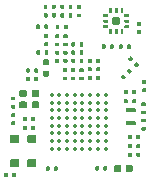
<source format=gtp>
G04 #@! TF.GenerationSoftware,KiCad,Pcbnew,(5.0.1-3-g963ef8bb5)*
G04 #@! TF.CreationDate,2019-02-27T23:12:09+01:00*
G04 #@! TF.ProjectId,TLM-v1,544C4D2D76312E6B696361645F706362,1.0*
G04 #@! TF.SameCoordinates,Original*
G04 #@! TF.FileFunction,Paste,Top*
G04 #@! TF.FilePolarity,Positive*
%FSLAX46Y46*%
G04 Gerber Fmt 4.6, Leading zero omitted, Abs format (unit mm)*
G04 Created by KiCad (PCBNEW (5.0.1-3-g963ef8bb5)) date 2019 February 27, Wednesday 23:12:09*
%MOMM*%
%LPD*%
G01*
G04 APERTURE LIST*
%ADD10C,0.100000*%
%ADD11C,0.590000*%
%ADD12C,0.318000*%
%ADD13C,0.350000*%
%ADD14C,0.250000*%
%ADD15C,0.670000*%
%ADD16C,0.698400*%
%ADD17C,0.347600*%
%ADD18C,0.488400*%
G04 APERTURE END LIST*
D10*
G04 #@! TO.C,C1*
G36*
X132796958Y-82420710D02*
X132811276Y-82422834D01*
X132825317Y-82426351D01*
X132838946Y-82431228D01*
X132852031Y-82437417D01*
X132864447Y-82444858D01*
X132876073Y-82453481D01*
X132886798Y-82463202D01*
X132896519Y-82473927D01*
X132905142Y-82485553D01*
X132912583Y-82497969D01*
X132918772Y-82511054D01*
X132923649Y-82524683D01*
X132927166Y-82538724D01*
X132929290Y-82553042D01*
X132930000Y-82567500D01*
X132930000Y-82862500D01*
X132929290Y-82876958D01*
X132927166Y-82891276D01*
X132923649Y-82905317D01*
X132918772Y-82918946D01*
X132912583Y-82932031D01*
X132905142Y-82944447D01*
X132896519Y-82956073D01*
X132886798Y-82966798D01*
X132876073Y-82976519D01*
X132864447Y-82985142D01*
X132852031Y-82992583D01*
X132838946Y-82998772D01*
X132825317Y-83003649D01*
X132811276Y-83007166D01*
X132796958Y-83009290D01*
X132782500Y-83010000D01*
X132437500Y-83010000D01*
X132423042Y-83009290D01*
X132408724Y-83007166D01*
X132394683Y-83003649D01*
X132381054Y-82998772D01*
X132367969Y-82992583D01*
X132355553Y-82985142D01*
X132343927Y-82976519D01*
X132333202Y-82966798D01*
X132323481Y-82956073D01*
X132314858Y-82944447D01*
X132307417Y-82932031D01*
X132301228Y-82918946D01*
X132296351Y-82905317D01*
X132292834Y-82891276D01*
X132290710Y-82876958D01*
X132290000Y-82862500D01*
X132290000Y-82567500D01*
X132290710Y-82553042D01*
X132292834Y-82538724D01*
X132296351Y-82524683D01*
X132301228Y-82511054D01*
X132307417Y-82497969D01*
X132314858Y-82485553D01*
X132323481Y-82473927D01*
X132333202Y-82463202D01*
X132343927Y-82453481D01*
X132355553Y-82444858D01*
X132367969Y-82437417D01*
X132381054Y-82431228D01*
X132394683Y-82426351D01*
X132408724Y-82422834D01*
X132423042Y-82420710D01*
X132437500Y-82420000D01*
X132782500Y-82420000D01*
X132796958Y-82420710D01*
X132796958Y-82420710D01*
G37*
D11*
X132610000Y-82715000D03*
D10*
G36*
X132796958Y-81450710D02*
X132811276Y-81452834D01*
X132825317Y-81456351D01*
X132838946Y-81461228D01*
X132852031Y-81467417D01*
X132864447Y-81474858D01*
X132876073Y-81483481D01*
X132886798Y-81493202D01*
X132896519Y-81503927D01*
X132905142Y-81515553D01*
X132912583Y-81527969D01*
X132918772Y-81541054D01*
X132923649Y-81554683D01*
X132927166Y-81568724D01*
X132929290Y-81583042D01*
X132930000Y-81597500D01*
X132930000Y-81892500D01*
X132929290Y-81906958D01*
X132927166Y-81921276D01*
X132923649Y-81935317D01*
X132918772Y-81948946D01*
X132912583Y-81962031D01*
X132905142Y-81974447D01*
X132896519Y-81986073D01*
X132886798Y-81996798D01*
X132876073Y-82006519D01*
X132864447Y-82015142D01*
X132852031Y-82022583D01*
X132838946Y-82028772D01*
X132825317Y-82033649D01*
X132811276Y-82037166D01*
X132796958Y-82039290D01*
X132782500Y-82040000D01*
X132437500Y-82040000D01*
X132423042Y-82039290D01*
X132408724Y-82037166D01*
X132394683Y-82033649D01*
X132381054Y-82028772D01*
X132367969Y-82022583D01*
X132355553Y-82015142D01*
X132343927Y-82006519D01*
X132333202Y-81996798D01*
X132323481Y-81986073D01*
X132314858Y-81974447D01*
X132307417Y-81962031D01*
X132301228Y-81948946D01*
X132296351Y-81935317D01*
X132292834Y-81921276D01*
X132290710Y-81906958D01*
X132290000Y-81892500D01*
X132290000Y-81597500D01*
X132290710Y-81583042D01*
X132292834Y-81568724D01*
X132296351Y-81554683D01*
X132301228Y-81541054D01*
X132307417Y-81527969D01*
X132314858Y-81515553D01*
X132323481Y-81503927D01*
X132333202Y-81493202D01*
X132343927Y-81483481D01*
X132355553Y-81474858D01*
X132367969Y-81467417D01*
X132381054Y-81461228D01*
X132394683Y-81456351D01*
X132408724Y-81452834D01*
X132423042Y-81450710D01*
X132437500Y-81450000D01*
X132782500Y-81450000D01*
X132796958Y-81450710D01*
X132796958Y-81450710D01*
G37*
D11*
X132610000Y-81745000D03*
G04 #@! TD*
D10*
G04 #@! TO.C,C2*
G36*
X130848292Y-82706383D02*
X130856010Y-82707528D01*
X130863578Y-82709423D01*
X130870923Y-82712052D01*
X130877976Y-82715387D01*
X130884668Y-82719398D01*
X130890934Y-82724046D01*
X130896715Y-82729285D01*
X130901954Y-82735066D01*
X130906602Y-82741332D01*
X130910613Y-82748024D01*
X130913948Y-82755077D01*
X130916577Y-82762422D01*
X130918472Y-82769990D01*
X130919617Y-82777708D01*
X130920000Y-82785500D01*
X130920000Y-82944500D01*
X130919617Y-82952292D01*
X130918472Y-82960010D01*
X130916577Y-82967578D01*
X130913948Y-82974923D01*
X130910613Y-82981976D01*
X130906602Y-82988668D01*
X130901954Y-82994934D01*
X130896715Y-83000715D01*
X130890934Y-83005954D01*
X130884668Y-83010602D01*
X130877976Y-83014613D01*
X130870923Y-83017948D01*
X130863578Y-83020577D01*
X130856010Y-83022472D01*
X130848292Y-83023617D01*
X130840500Y-83024000D01*
X130639500Y-83024000D01*
X130631708Y-83023617D01*
X130623990Y-83022472D01*
X130616422Y-83020577D01*
X130609077Y-83017948D01*
X130602024Y-83014613D01*
X130595332Y-83010602D01*
X130589066Y-83005954D01*
X130583285Y-83000715D01*
X130578046Y-82994934D01*
X130573398Y-82988668D01*
X130569387Y-82981976D01*
X130566052Y-82974923D01*
X130563423Y-82967578D01*
X130561528Y-82960010D01*
X130560383Y-82952292D01*
X130560000Y-82944500D01*
X130560000Y-82785500D01*
X130560383Y-82777708D01*
X130561528Y-82769990D01*
X130563423Y-82762422D01*
X130566052Y-82755077D01*
X130569387Y-82748024D01*
X130573398Y-82741332D01*
X130578046Y-82735066D01*
X130583285Y-82729285D01*
X130589066Y-82724046D01*
X130595332Y-82719398D01*
X130602024Y-82715387D01*
X130609077Y-82712052D01*
X130616422Y-82709423D01*
X130623990Y-82707528D01*
X130631708Y-82706383D01*
X130639500Y-82706000D01*
X130840500Y-82706000D01*
X130848292Y-82706383D01*
X130848292Y-82706383D01*
G37*
D12*
X130740000Y-82865000D03*
D10*
G36*
X130848292Y-82016383D02*
X130856010Y-82017528D01*
X130863578Y-82019423D01*
X130870923Y-82022052D01*
X130877976Y-82025387D01*
X130884668Y-82029398D01*
X130890934Y-82034046D01*
X130896715Y-82039285D01*
X130901954Y-82045066D01*
X130906602Y-82051332D01*
X130910613Y-82058024D01*
X130913948Y-82065077D01*
X130916577Y-82072422D01*
X130918472Y-82079990D01*
X130919617Y-82087708D01*
X130920000Y-82095500D01*
X130920000Y-82254500D01*
X130919617Y-82262292D01*
X130918472Y-82270010D01*
X130916577Y-82277578D01*
X130913948Y-82284923D01*
X130910613Y-82291976D01*
X130906602Y-82298668D01*
X130901954Y-82304934D01*
X130896715Y-82310715D01*
X130890934Y-82315954D01*
X130884668Y-82320602D01*
X130877976Y-82324613D01*
X130870923Y-82327948D01*
X130863578Y-82330577D01*
X130856010Y-82332472D01*
X130848292Y-82333617D01*
X130840500Y-82334000D01*
X130639500Y-82334000D01*
X130631708Y-82333617D01*
X130623990Y-82332472D01*
X130616422Y-82330577D01*
X130609077Y-82327948D01*
X130602024Y-82324613D01*
X130595332Y-82320602D01*
X130589066Y-82315954D01*
X130583285Y-82310715D01*
X130578046Y-82304934D01*
X130573398Y-82298668D01*
X130569387Y-82291976D01*
X130566052Y-82284923D01*
X130563423Y-82277578D01*
X130561528Y-82270010D01*
X130560383Y-82262292D01*
X130560000Y-82254500D01*
X130560000Y-82095500D01*
X130560383Y-82087708D01*
X130561528Y-82079990D01*
X130563423Y-82072422D01*
X130566052Y-82065077D01*
X130569387Y-82058024D01*
X130573398Y-82051332D01*
X130578046Y-82045066D01*
X130583285Y-82039285D01*
X130589066Y-82034046D01*
X130595332Y-82029398D01*
X130602024Y-82025387D01*
X130609077Y-82022052D01*
X130616422Y-82019423D01*
X130623990Y-82017528D01*
X130631708Y-82016383D01*
X130639500Y-82016000D01*
X130840500Y-82016000D01*
X130848292Y-82016383D01*
X130848292Y-82016383D01*
G37*
D12*
X130740000Y-82175000D03*
G04 #@! TD*
D10*
G04 #@! TO.C,C3*
G36*
X132492292Y-84460383D02*
X132500010Y-84461528D01*
X132507578Y-84463423D01*
X132514923Y-84466052D01*
X132521976Y-84469387D01*
X132528668Y-84473398D01*
X132534934Y-84478046D01*
X132540715Y-84483285D01*
X132545954Y-84489066D01*
X132550602Y-84495332D01*
X132554613Y-84502024D01*
X132557948Y-84509077D01*
X132560577Y-84516422D01*
X132562472Y-84523990D01*
X132563617Y-84531708D01*
X132564000Y-84539500D01*
X132564000Y-84740500D01*
X132563617Y-84748292D01*
X132562472Y-84756010D01*
X132560577Y-84763578D01*
X132557948Y-84770923D01*
X132554613Y-84777976D01*
X132550602Y-84784668D01*
X132545954Y-84790934D01*
X132540715Y-84796715D01*
X132534934Y-84801954D01*
X132528668Y-84806602D01*
X132521976Y-84810613D01*
X132514923Y-84813948D01*
X132507578Y-84816577D01*
X132500010Y-84818472D01*
X132492292Y-84819617D01*
X132484500Y-84820000D01*
X132325500Y-84820000D01*
X132317708Y-84819617D01*
X132309990Y-84818472D01*
X132302422Y-84816577D01*
X132295077Y-84813948D01*
X132288024Y-84810613D01*
X132281332Y-84806602D01*
X132275066Y-84801954D01*
X132269285Y-84796715D01*
X132264046Y-84790934D01*
X132259398Y-84784668D01*
X132255387Y-84777976D01*
X132252052Y-84770923D01*
X132249423Y-84763578D01*
X132247528Y-84756010D01*
X132246383Y-84748292D01*
X132246000Y-84740500D01*
X132246000Y-84539500D01*
X132246383Y-84531708D01*
X132247528Y-84523990D01*
X132249423Y-84516422D01*
X132252052Y-84509077D01*
X132255387Y-84502024D01*
X132259398Y-84495332D01*
X132264046Y-84489066D01*
X132269285Y-84483285D01*
X132275066Y-84478046D01*
X132281332Y-84473398D01*
X132288024Y-84469387D01*
X132295077Y-84466052D01*
X132302422Y-84463423D01*
X132309990Y-84461528D01*
X132317708Y-84460383D01*
X132325500Y-84460000D01*
X132484500Y-84460000D01*
X132492292Y-84460383D01*
X132492292Y-84460383D01*
G37*
D12*
X132405000Y-84640000D03*
D10*
G36*
X131802292Y-84460383D02*
X131810010Y-84461528D01*
X131817578Y-84463423D01*
X131824923Y-84466052D01*
X131831976Y-84469387D01*
X131838668Y-84473398D01*
X131844934Y-84478046D01*
X131850715Y-84483285D01*
X131855954Y-84489066D01*
X131860602Y-84495332D01*
X131864613Y-84502024D01*
X131867948Y-84509077D01*
X131870577Y-84516422D01*
X131872472Y-84523990D01*
X131873617Y-84531708D01*
X131874000Y-84539500D01*
X131874000Y-84740500D01*
X131873617Y-84748292D01*
X131872472Y-84756010D01*
X131870577Y-84763578D01*
X131867948Y-84770923D01*
X131864613Y-84777976D01*
X131860602Y-84784668D01*
X131855954Y-84790934D01*
X131850715Y-84796715D01*
X131844934Y-84801954D01*
X131838668Y-84806602D01*
X131831976Y-84810613D01*
X131824923Y-84813948D01*
X131817578Y-84816577D01*
X131810010Y-84818472D01*
X131802292Y-84819617D01*
X131794500Y-84820000D01*
X131635500Y-84820000D01*
X131627708Y-84819617D01*
X131619990Y-84818472D01*
X131612422Y-84816577D01*
X131605077Y-84813948D01*
X131598024Y-84810613D01*
X131591332Y-84806602D01*
X131585066Y-84801954D01*
X131579285Y-84796715D01*
X131574046Y-84790934D01*
X131569398Y-84784668D01*
X131565387Y-84777976D01*
X131562052Y-84770923D01*
X131559423Y-84763578D01*
X131557528Y-84756010D01*
X131556383Y-84748292D01*
X131556000Y-84740500D01*
X131556000Y-84539500D01*
X131556383Y-84531708D01*
X131557528Y-84523990D01*
X131559423Y-84516422D01*
X131562052Y-84509077D01*
X131565387Y-84502024D01*
X131569398Y-84495332D01*
X131574046Y-84489066D01*
X131579285Y-84483285D01*
X131585066Y-84478046D01*
X131591332Y-84473398D01*
X131598024Y-84469387D01*
X131605077Y-84466052D01*
X131612422Y-84463423D01*
X131619990Y-84461528D01*
X131627708Y-84460383D01*
X131635500Y-84460000D01*
X131794500Y-84460000D01*
X131802292Y-84460383D01*
X131802292Y-84460383D01*
G37*
D12*
X131715000Y-84640000D03*
G04 #@! TD*
D10*
G04 #@! TO.C,C4*
G36*
X141407292Y-86020383D02*
X141415010Y-86021528D01*
X141422578Y-86023423D01*
X141429923Y-86026052D01*
X141436976Y-86029387D01*
X141443668Y-86033398D01*
X141449934Y-86038046D01*
X141455715Y-86043285D01*
X141460954Y-86049066D01*
X141465602Y-86055332D01*
X141469613Y-86062024D01*
X141472948Y-86069077D01*
X141475577Y-86076422D01*
X141477472Y-86083990D01*
X141478617Y-86091708D01*
X141479000Y-86099500D01*
X141479000Y-86300500D01*
X141478617Y-86308292D01*
X141477472Y-86316010D01*
X141475577Y-86323578D01*
X141472948Y-86330923D01*
X141469613Y-86337976D01*
X141465602Y-86344668D01*
X141460954Y-86350934D01*
X141455715Y-86356715D01*
X141449934Y-86361954D01*
X141443668Y-86366602D01*
X141436976Y-86370613D01*
X141429923Y-86373948D01*
X141422578Y-86376577D01*
X141415010Y-86378472D01*
X141407292Y-86379617D01*
X141399500Y-86380000D01*
X141240500Y-86380000D01*
X141232708Y-86379617D01*
X141224990Y-86378472D01*
X141217422Y-86376577D01*
X141210077Y-86373948D01*
X141203024Y-86370613D01*
X141196332Y-86366602D01*
X141190066Y-86361954D01*
X141184285Y-86356715D01*
X141179046Y-86350934D01*
X141174398Y-86344668D01*
X141170387Y-86337976D01*
X141167052Y-86330923D01*
X141164423Y-86323578D01*
X141162528Y-86316010D01*
X141161383Y-86308292D01*
X141161000Y-86300500D01*
X141161000Y-86099500D01*
X141161383Y-86091708D01*
X141162528Y-86083990D01*
X141164423Y-86076422D01*
X141167052Y-86069077D01*
X141170387Y-86062024D01*
X141174398Y-86055332D01*
X141179046Y-86049066D01*
X141184285Y-86043285D01*
X141190066Y-86038046D01*
X141196332Y-86033398D01*
X141203024Y-86029387D01*
X141210077Y-86026052D01*
X141217422Y-86023423D01*
X141224990Y-86021528D01*
X141232708Y-86020383D01*
X141240500Y-86020000D01*
X141399500Y-86020000D01*
X141407292Y-86020383D01*
X141407292Y-86020383D01*
G37*
D12*
X141320000Y-86200000D03*
D10*
G36*
X140717292Y-86020383D02*
X140725010Y-86021528D01*
X140732578Y-86023423D01*
X140739923Y-86026052D01*
X140746976Y-86029387D01*
X140753668Y-86033398D01*
X140759934Y-86038046D01*
X140765715Y-86043285D01*
X140770954Y-86049066D01*
X140775602Y-86055332D01*
X140779613Y-86062024D01*
X140782948Y-86069077D01*
X140785577Y-86076422D01*
X140787472Y-86083990D01*
X140788617Y-86091708D01*
X140789000Y-86099500D01*
X140789000Y-86300500D01*
X140788617Y-86308292D01*
X140787472Y-86316010D01*
X140785577Y-86323578D01*
X140782948Y-86330923D01*
X140779613Y-86337976D01*
X140775602Y-86344668D01*
X140770954Y-86350934D01*
X140765715Y-86356715D01*
X140759934Y-86361954D01*
X140753668Y-86366602D01*
X140746976Y-86370613D01*
X140739923Y-86373948D01*
X140732578Y-86376577D01*
X140725010Y-86378472D01*
X140717292Y-86379617D01*
X140709500Y-86380000D01*
X140550500Y-86380000D01*
X140542708Y-86379617D01*
X140534990Y-86378472D01*
X140527422Y-86376577D01*
X140520077Y-86373948D01*
X140513024Y-86370613D01*
X140506332Y-86366602D01*
X140500066Y-86361954D01*
X140494285Y-86356715D01*
X140489046Y-86350934D01*
X140484398Y-86344668D01*
X140480387Y-86337976D01*
X140477052Y-86330923D01*
X140474423Y-86323578D01*
X140472528Y-86316010D01*
X140471383Y-86308292D01*
X140471000Y-86300500D01*
X140471000Y-86099500D01*
X140471383Y-86091708D01*
X140472528Y-86083990D01*
X140474423Y-86076422D01*
X140477052Y-86069077D01*
X140480387Y-86062024D01*
X140484398Y-86055332D01*
X140489046Y-86049066D01*
X140494285Y-86043285D01*
X140500066Y-86038046D01*
X140506332Y-86033398D01*
X140513024Y-86029387D01*
X140520077Y-86026052D01*
X140527422Y-86023423D01*
X140534990Y-86021528D01*
X140542708Y-86020383D01*
X140550500Y-86020000D01*
X140709500Y-86020000D01*
X140717292Y-86020383D01*
X140717292Y-86020383D01*
G37*
D12*
X140630000Y-86200000D03*
G04 #@! TD*
D10*
G04 #@! TO.C,C5*
G36*
X141407292Y-86745383D02*
X141415010Y-86746528D01*
X141422578Y-86748423D01*
X141429923Y-86751052D01*
X141436976Y-86754387D01*
X141443668Y-86758398D01*
X141449934Y-86763046D01*
X141455715Y-86768285D01*
X141460954Y-86774066D01*
X141465602Y-86780332D01*
X141469613Y-86787024D01*
X141472948Y-86794077D01*
X141475577Y-86801422D01*
X141477472Y-86808990D01*
X141478617Y-86816708D01*
X141479000Y-86824500D01*
X141479000Y-87025500D01*
X141478617Y-87033292D01*
X141477472Y-87041010D01*
X141475577Y-87048578D01*
X141472948Y-87055923D01*
X141469613Y-87062976D01*
X141465602Y-87069668D01*
X141460954Y-87075934D01*
X141455715Y-87081715D01*
X141449934Y-87086954D01*
X141443668Y-87091602D01*
X141436976Y-87095613D01*
X141429923Y-87098948D01*
X141422578Y-87101577D01*
X141415010Y-87103472D01*
X141407292Y-87104617D01*
X141399500Y-87105000D01*
X141240500Y-87105000D01*
X141232708Y-87104617D01*
X141224990Y-87103472D01*
X141217422Y-87101577D01*
X141210077Y-87098948D01*
X141203024Y-87095613D01*
X141196332Y-87091602D01*
X141190066Y-87086954D01*
X141184285Y-87081715D01*
X141179046Y-87075934D01*
X141174398Y-87069668D01*
X141170387Y-87062976D01*
X141167052Y-87055923D01*
X141164423Y-87048578D01*
X141162528Y-87041010D01*
X141161383Y-87033292D01*
X141161000Y-87025500D01*
X141161000Y-86824500D01*
X141161383Y-86816708D01*
X141162528Y-86808990D01*
X141164423Y-86801422D01*
X141167052Y-86794077D01*
X141170387Y-86787024D01*
X141174398Y-86780332D01*
X141179046Y-86774066D01*
X141184285Y-86768285D01*
X141190066Y-86763046D01*
X141196332Y-86758398D01*
X141203024Y-86754387D01*
X141210077Y-86751052D01*
X141217422Y-86748423D01*
X141224990Y-86746528D01*
X141232708Y-86745383D01*
X141240500Y-86745000D01*
X141399500Y-86745000D01*
X141407292Y-86745383D01*
X141407292Y-86745383D01*
G37*
D12*
X141320000Y-86925000D03*
D10*
G36*
X140717292Y-86745383D02*
X140725010Y-86746528D01*
X140732578Y-86748423D01*
X140739923Y-86751052D01*
X140746976Y-86754387D01*
X140753668Y-86758398D01*
X140759934Y-86763046D01*
X140765715Y-86768285D01*
X140770954Y-86774066D01*
X140775602Y-86780332D01*
X140779613Y-86787024D01*
X140782948Y-86794077D01*
X140785577Y-86801422D01*
X140787472Y-86808990D01*
X140788617Y-86816708D01*
X140789000Y-86824500D01*
X140789000Y-87025500D01*
X140788617Y-87033292D01*
X140787472Y-87041010D01*
X140785577Y-87048578D01*
X140782948Y-87055923D01*
X140779613Y-87062976D01*
X140775602Y-87069668D01*
X140770954Y-87075934D01*
X140765715Y-87081715D01*
X140759934Y-87086954D01*
X140753668Y-87091602D01*
X140746976Y-87095613D01*
X140739923Y-87098948D01*
X140732578Y-87101577D01*
X140725010Y-87103472D01*
X140717292Y-87104617D01*
X140709500Y-87105000D01*
X140550500Y-87105000D01*
X140542708Y-87104617D01*
X140534990Y-87103472D01*
X140527422Y-87101577D01*
X140520077Y-87098948D01*
X140513024Y-87095613D01*
X140506332Y-87091602D01*
X140500066Y-87086954D01*
X140494285Y-87081715D01*
X140489046Y-87075934D01*
X140484398Y-87069668D01*
X140480387Y-87062976D01*
X140477052Y-87055923D01*
X140474423Y-87048578D01*
X140472528Y-87041010D01*
X140471383Y-87033292D01*
X140471000Y-87025500D01*
X140471000Y-86824500D01*
X140471383Y-86816708D01*
X140472528Y-86808990D01*
X140474423Y-86801422D01*
X140477052Y-86794077D01*
X140480387Y-86787024D01*
X140484398Y-86780332D01*
X140489046Y-86774066D01*
X140494285Y-86768285D01*
X140500066Y-86763046D01*
X140506332Y-86758398D01*
X140513024Y-86754387D01*
X140520077Y-86751052D01*
X140527422Y-86748423D01*
X140534990Y-86746528D01*
X140542708Y-86745383D01*
X140550500Y-86745000D01*
X140709500Y-86745000D01*
X140717292Y-86745383D01*
X140717292Y-86745383D01*
G37*
D12*
X140630000Y-86925000D03*
G04 #@! TD*
D10*
G04 #@! TO.C,C6*
G36*
X130848292Y-83416383D02*
X130856010Y-83417528D01*
X130863578Y-83419423D01*
X130870923Y-83422052D01*
X130877976Y-83425387D01*
X130884668Y-83429398D01*
X130890934Y-83434046D01*
X130896715Y-83439285D01*
X130901954Y-83445066D01*
X130906602Y-83451332D01*
X130910613Y-83458024D01*
X130913948Y-83465077D01*
X130916577Y-83472422D01*
X130918472Y-83479990D01*
X130919617Y-83487708D01*
X130920000Y-83495500D01*
X130920000Y-83654500D01*
X130919617Y-83662292D01*
X130918472Y-83670010D01*
X130916577Y-83677578D01*
X130913948Y-83684923D01*
X130910613Y-83691976D01*
X130906602Y-83698668D01*
X130901954Y-83704934D01*
X130896715Y-83710715D01*
X130890934Y-83715954D01*
X130884668Y-83720602D01*
X130877976Y-83724613D01*
X130870923Y-83727948D01*
X130863578Y-83730577D01*
X130856010Y-83732472D01*
X130848292Y-83733617D01*
X130840500Y-83734000D01*
X130639500Y-83734000D01*
X130631708Y-83733617D01*
X130623990Y-83732472D01*
X130616422Y-83730577D01*
X130609077Y-83727948D01*
X130602024Y-83724613D01*
X130595332Y-83720602D01*
X130589066Y-83715954D01*
X130583285Y-83710715D01*
X130578046Y-83704934D01*
X130573398Y-83698668D01*
X130569387Y-83691976D01*
X130566052Y-83684923D01*
X130563423Y-83677578D01*
X130561528Y-83670010D01*
X130560383Y-83662292D01*
X130560000Y-83654500D01*
X130560000Y-83495500D01*
X130560383Y-83487708D01*
X130561528Y-83479990D01*
X130563423Y-83472422D01*
X130566052Y-83465077D01*
X130569387Y-83458024D01*
X130573398Y-83451332D01*
X130578046Y-83445066D01*
X130583285Y-83439285D01*
X130589066Y-83434046D01*
X130595332Y-83429398D01*
X130602024Y-83425387D01*
X130609077Y-83422052D01*
X130616422Y-83419423D01*
X130623990Y-83417528D01*
X130631708Y-83416383D01*
X130639500Y-83416000D01*
X130840500Y-83416000D01*
X130848292Y-83416383D01*
X130848292Y-83416383D01*
G37*
D12*
X130740000Y-83575000D03*
D10*
G36*
X130848292Y-84106383D02*
X130856010Y-84107528D01*
X130863578Y-84109423D01*
X130870923Y-84112052D01*
X130877976Y-84115387D01*
X130884668Y-84119398D01*
X130890934Y-84124046D01*
X130896715Y-84129285D01*
X130901954Y-84135066D01*
X130906602Y-84141332D01*
X130910613Y-84148024D01*
X130913948Y-84155077D01*
X130916577Y-84162422D01*
X130918472Y-84169990D01*
X130919617Y-84177708D01*
X130920000Y-84185500D01*
X130920000Y-84344500D01*
X130919617Y-84352292D01*
X130918472Y-84360010D01*
X130916577Y-84367578D01*
X130913948Y-84374923D01*
X130910613Y-84381976D01*
X130906602Y-84388668D01*
X130901954Y-84394934D01*
X130896715Y-84400715D01*
X130890934Y-84405954D01*
X130884668Y-84410602D01*
X130877976Y-84414613D01*
X130870923Y-84417948D01*
X130863578Y-84420577D01*
X130856010Y-84422472D01*
X130848292Y-84423617D01*
X130840500Y-84424000D01*
X130639500Y-84424000D01*
X130631708Y-84423617D01*
X130623990Y-84422472D01*
X130616422Y-84420577D01*
X130609077Y-84417948D01*
X130602024Y-84414613D01*
X130595332Y-84410602D01*
X130589066Y-84405954D01*
X130583285Y-84400715D01*
X130578046Y-84394934D01*
X130573398Y-84388668D01*
X130569387Y-84381976D01*
X130566052Y-84374923D01*
X130563423Y-84367578D01*
X130561528Y-84360010D01*
X130560383Y-84352292D01*
X130560000Y-84344500D01*
X130560000Y-84185500D01*
X130560383Y-84177708D01*
X130561528Y-84169990D01*
X130563423Y-84162422D01*
X130566052Y-84155077D01*
X130569387Y-84148024D01*
X130573398Y-84141332D01*
X130578046Y-84135066D01*
X130583285Y-84129285D01*
X130589066Y-84124046D01*
X130595332Y-84119398D01*
X130602024Y-84115387D01*
X130609077Y-84112052D01*
X130616422Y-84109423D01*
X130623990Y-84107528D01*
X130631708Y-84106383D01*
X130639500Y-84106000D01*
X130840500Y-84106000D01*
X130848292Y-84106383D01*
X130848292Y-84106383D01*
G37*
D12*
X130740000Y-84265000D03*
G04 #@! TD*
D10*
G04 #@! TO.C,C7*
G36*
X132762292Y-80320383D02*
X132770010Y-80321528D01*
X132777578Y-80323423D01*
X132784923Y-80326052D01*
X132791976Y-80329387D01*
X132798668Y-80333398D01*
X132804934Y-80338046D01*
X132810715Y-80343285D01*
X132815954Y-80349066D01*
X132820602Y-80355332D01*
X132824613Y-80362024D01*
X132827948Y-80369077D01*
X132830577Y-80376422D01*
X132832472Y-80383990D01*
X132833617Y-80391708D01*
X132834000Y-80399500D01*
X132834000Y-80600500D01*
X132833617Y-80608292D01*
X132832472Y-80616010D01*
X132830577Y-80623578D01*
X132827948Y-80630923D01*
X132824613Y-80637976D01*
X132820602Y-80644668D01*
X132815954Y-80650934D01*
X132810715Y-80656715D01*
X132804934Y-80661954D01*
X132798668Y-80666602D01*
X132791976Y-80670613D01*
X132784923Y-80673948D01*
X132777578Y-80676577D01*
X132770010Y-80678472D01*
X132762292Y-80679617D01*
X132754500Y-80680000D01*
X132595500Y-80680000D01*
X132587708Y-80679617D01*
X132579990Y-80678472D01*
X132572422Y-80676577D01*
X132565077Y-80673948D01*
X132558024Y-80670613D01*
X132551332Y-80666602D01*
X132545066Y-80661954D01*
X132539285Y-80656715D01*
X132534046Y-80650934D01*
X132529398Y-80644668D01*
X132525387Y-80637976D01*
X132522052Y-80630923D01*
X132519423Y-80623578D01*
X132517528Y-80616010D01*
X132516383Y-80608292D01*
X132516000Y-80600500D01*
X132516000Y-80399500D01*
X132516383Y-80391708D01*
X132517528Y-80383990D01*
X132519423Y-80376422D01*
X132522052Y-80369077D01*
X132525387Y-80362024D01*
X132529398Y-80355332D01*
X132534046Y-80349066D01*
X132539285Y-80343285D01*
X132545066Y-80338046D01*
X132551332Y-80333398D01*
X132558024Y-80329387D01*
X132565077Y-80326052D01*
X132572422Y-80323423D01*
X132579990Y-80321528D01*
X132587708Y-80320383D01*
X132595500Y-80320000D01*
X132754500Y-80320000D01*
X132762292Y-80320383D01*
X132762292Y-80320383D01*
G37*
D12*
X132675000Y-80500000D03*
D10*
G36*
X132072292Y-80320383D02*
X132080010Y-80321528D01*
X132087578Y-80323423D01*
X132094923Y-80326052D01*
X132101976Y-80329387D01*
X132108668Y-80333398D01*
X132114934Y-80338046D01*
X132120715Y-80343285D01*
X132125954Y-80349066D01*
X132130602Y-80355332D01*
X132134613Y-80362024D01*
X132137948Y-80369077D01*
X132140577Y-80376422D01*
X132142472Y-80383990D01*
X132143617Y-80391708D01*
X132144000Y-80399500D01*
X132144000Y-80600500D01*
X132143617Y-80608292D01*
X132142472Y-80616010D01*
X132140577Y-80623578D01*
X132137948Y-80630923D01*
X132134613Y-80637976D01*
X132130602Y-80644668D01*
X132125954Y-80650934D01*
X132120715Y-80656715D01*
X132114934Y-80661954D01*
X132108668Y-80666602D01*
X132101976Y-80670613D01*
X132094923Y-80673948D01*
X132087578Y-80676577D01*
X132080010Y-80678472D01*
X132072292Y-80679617D01*
X132064500Y-80680000D01*
X131905500Y-80680000D01*
X131897708Y-80679617D01*
X131889990Y-80678472D01*
X131882422Y-80676577D01*
X131875077Y-80673948D01*
X131868024Y-80670613D01*
X131861332Y-80666602D01*
X131855066Y-80661954D01*
X131849285Y-80656715D01*
X131844046Y-80650934D01*
X131839398Y-80644668D01*
X131835387Y-80637976D01*
X131832052Y-80630923D01*
X131829423Y-80623578D01*
X131827528Y-80616010D01*
X131826383Y-80608292D01*
X131826000Y-80600500D01*
X131826000Y-80399500D01*
X131826383Y-80391708D01*
X131827528Y-80383990D01*
X131829423Y-80376422D01*
X131832052Y-80369077D01*
X131835387Y-80362024D01*
X131839398Y-80355332D01*
X131844046Y-80349066D01*
X131849285Y-80343285D01*
X131855066Y-80338046D01*
X131861332Y-80333398D01*
X131868024Y-80329387D01*
X131875077Y-80326052D01*
X131882422Y-80323423D01*
X131889990Y-80321528D01*
X131897708Y-80320383D01*
X131905500Y-80320000D01*
X132064500Y-80320000D01*
X132072292Y-80320383D01*
X132072292Y-80320383D01*
G37*
D12*
X131985000Y-80500000D03*
G04 #@! TD*
D10*
G04 #@! TO.C,C8*
G36*
X132069292Y-79620383D02*
X132077010Y-79621528D01*
X132084578Y-79623423D01*
X132091923Y-79626052D01*
X132098976Y-79629387D01*
X132105668Y-79633398D01*
X132111934Y-79638046D01*
X132117715Y-79643285D01*
X132122954Y-79649066D01*
X132127602Y-79655332D01*
X132131613Y-79662024D01*
X132134948Y-79669077D01*
X132137577Y-79676422D01*
X132139472Y-79683990D01*
X132140617Y-79691708D01*
X132141000Y-79699500D01*
X132141000Y-79900500D01*
X132140617Y-79908292D01*
X132139472Y-79916010D01*
X132137577Y-79923578D01*
X132134948Y-79930923D01*
X132131613Y-79937976D01*
X132127602Y-79944668D01*
X132122954Y-79950934D01*
X132117715Y-79956715D01*
X132111934Y-79961954D01*
X132105668Y-79966602D01*
X132098976Y-79970613D01*
X132091923Y-79973948D01*
X132084578Y-79976577D01*
X132077010Y-79978472D01*
X132069292Y-79979617D01*
X132061500Y-79980000D01*
X131902500Y-79980000D01*
X131894708Y-79979617D01*
X131886990Y-79978472D01*
X131879422Y-79976577D01*
X131872077Y-79973948D01*
X131865024Y-79970613D01*
X131858332Y-79966602D01*
X131852066Y-79961954D01*
X131846285Y-79956715D01*
X131841046Y-79950934D01*
X131836398Y-79944668D01*
X131832387Y-79937976D01*
X131829052Y-79930923D01*
X131826423Y-79923578D01*
X131824528Y-79916010D01*
X131823383Y-79908292D01*
X131823000Y-79900500D01*
X131823000Y-79699500D01*
X131823383Y-79691708D01*
X131824528Y-79683990D01*
X131826423Y-79676422D01*
X131829052Y-79669077D01*
X131832387Y-79662024D01*
X131836398Y-79655332D01*
X131841046Y-79649066D01*
X131846285Y-79643285D01*
X131852066Y-79638046D01*
X131858332Y-79633398D01*
X131865024Y-79629387D01*
X131872077Y-79626052D01*
X131879422Y-79623423D01*
X131886990Y-79621528D01*
X131894708Y-79620383D01*
X131902500Y-79620000D01*
X132061500Y-79620000D01*
X132069292Y-79620383D01*
X132069292Y-79620383D01*
G37*
D12*
X131982000Y-79800000D03*
D10*
G36*
X132759292Y-79620383D02*
X132767010Y-79621528D01*
X132774578Y-79623423D01*
X132781923Y-79626052D01*
X132788976Y-79629387D01*
X132795668Y-79633398D01*
X132801934Y-79638046D01*
X132807715Y-79643285D01*
X132812954Y-79649066D01*
X132817602Y-79655332D01*
X132821613Y-79662024D01*
X132824948Y-79669077D01*
X132827577Y-79676422D01*
X132829472Y-79683990D01*
X132830617Y-79691708D01*
X132831000Y-79699500D01*
X132831000Y-79900500D01*
X132830617Y-79908292D01*
X132829472Y-79916010D01*
X132827577Y-79923578D01*
X132824948Y-79930923D01*
X132821613Y-79937976D01*
X132817602Y-79944668D01*
X132812954Y-79950934D01*
X132807715Y-79956715D01*
X132801934Y-79961954D01*
X132795668Y-79966602D01*
X132788976Y-79970613D01*
X132781923Y-79973948D01*
X132774578Y-79976577D01*
X132767010Y-79978472D01*
X132759292Y-79979617D01*
X132751500Y-79980000D01*
X132592500Y-79980000D01*
X132584708Y-79979617D01*
X132576990Y-79978472D01*
X132569422Y-79976577D01*
X132562077Y-79973948D01*
X132555024Y-79970613D01*
X132548332Y-79966602D01*
X132542066Y-79961954D01*
X132536285Y-79956715D01*
X132531046Y-79950934D01*
X132526398Y-79944668D01*
X132522387Y-79937976D01*
X132519052Y-79930923D01*
X132516423Y-79923578D01*
X132514528Y-79916010D01*
X132513383Y-79908292D01*
X132513000Y-79900500D01*
X132513000Y-79699500D01*
X132513383Y-79691708D01*
X132514528Y-79683990D01*
X132516423Y-79676422D01*
X132519052Y-79669077D01*
X132522387Y-79662024D01*
X132526398Y-79655332D01*
X132531046Y-79649066D01*
X132536285Y-79643285D01*
X132542066Y-79638046D01*
X132548332Y-79633398D01*
X132555024Y-79629387D01*
X132562077Y-79626052D01*
X132569422Y-79623423D01*
X132576990Y-79621528D01*
X132584708Y-79620383D01*
X132592500Y-79620000D01*
X132751500Y-79620000D01*
X132759292Y-79620383D01*
X132759292Y-79620383D01*
G37*
D12*
X132672000Y-79800000D03*
G04 #@! TD*
D10*
G04 #@! TO.C,C9*
G36*
X132492292Y-83710383D02*
X132500010Y-83711528D01*
X132507578Y-83713423D01*
X132514923Y-83716052D01*
X132521976Y-83719387D01*
X132528668Y-83723398D01*
X132534934Y-83728046D01*
X132540715Y-83733285D01*
X132545954Y-83739066D01*
X132550602Y-83745332D01*
X132554613Y-83752024D01*
X132557948Y-83759077D01*
X132560577Y-83766422D01*
X132562472Y-83773990D01*
X132563617Y-83781708D01*
X132564000Y-83789500D01*
X132564000Y-83990500D01*
X132563617Y-83998292D01*
X132562472Y-84006010D01*
X132560577Y-84013578D01*
X132557948Y-84020923D01*
X132554613Y-84027976D01*
X132550602Y-84034668D01*
X132545954Y-84040934D01*
X132540715Y-84046715D01*
X132534934Y-84051954D01*
X132528668Y-84056602D01*
X132521976Y-84060613D01*
X132514923Y-84063948D01*
X132507578Y-84066577D01*
X132500010Y-84068472D01*
X132492292Y-84069617D01*
X132484500Y-84070000D01*
X132325500Y-84070000D01*
X132317708Y-84069617D01*
X132309990Y-84068472D01*
X132302422Y-84066577D01*
X132295077Y-84063948D01*
X132288024Y-84060613D01*
X132281332Y-84056602D01*
X132275066Y-84051954D01*
X132269285Y-84046715D01*
X132264046Y-84040934D01*
X132259398Y-84034668D01*
X132255387Y-84027976D01*
X132252052Y-84020923D01*
X132249423Y-84013578D01*
X132247528Y-84006010D01*
X132246383Y-83998292D01*
X132246000Y-83990500D01*
X132246000Y-83789500D01*
X132246383Y-83781708D01*
X132247528Y-83773990D01*
X132249423Y-83766422D01*
X132252052Y-83759077D01*
X132255387Y-83752024D01*
X132259398Y-83745332D01*
X132264046Y-83739066D01*
X132269285Y-83733285D01*
X132275066Y-83728046D01*
X132281332Y-83723398D01*
X132288024Y-83719387D01*
X132295077Y-83716052D01*
X132302422Y-83713423D01*
X132309990Y-83711528D01*
X132317708Y-83710383D01*
X132325500Y-83710000D01*
X132484500Y-83710000D01*
X132492292Y-83710383D01*
X132492292Y-83710383D01*
G37*
D12*
X132405000Y-83890000D03*
D10*
G36*
X131802292Y-83710383D02*
X131810010Y-83711528D01*
X131817578Y-83713423D01*
X131824923Y-83716052D01*
X131831976Y-83719387D01*
X131838668Y-83723398D01*
X131844934Y-83728046D01*
X131850715Y-83733285D01*
X131855954Y-83739066D01*
X131860602Y-83745332D01*
X131864613Y-83752024D01*
X131867948Y-83759077D01*
X131870577Y-83766422D01*
X131872472Y-83773990D01*
X131873617Y-83781708D01*
X131874000Y-83789500D01*
X131874000Y-83990500D01*
X131873617Y-83998292D01*
X131872472Y-84006010D01*
X131870577Y-84013578D01*
X131867948Y-84020923D01*
X131864613Y-84027976D01*
X131860602Y-84034668D01*
X131855954Y-84040934D01*
X131850715Y-84046715D01*
X131844934Y-84051954D01*
X131838668Y-84056602D01*
X131831976Y-84060613D01*
X131824923Y-84063948D01*
X131817578Y-84066577D01*
X131810010Y-84068472D01*
X131802292Y-84069617D01*
X131794500Y-84070000D01*
X131635500Y-84070000D01*
X131627708Y-84069617D01*
X131619990Y-84068472D01*
X131612422Y-84066577D01*
X131605077Y-84063948D01*
X131598024Y-84060613D01*
X131591332Y-84056602D01*
X131585066Y-84051954D01*
X131579285Y-84046715D01*
X131574046Y-84040934D01*
X131569398Y-84034668D01*
X131565387Y-84027976D01*
X131562052Y-84020923D01*
X131559423Y-84013578D01*
X131557528Y-84006010D01*
X131556383Y-83998292D01*
X131556000Y-83990500D01*
X131556000Y-83789500D01*
X131556383Y-83781708D01*
X131557528Y-83773990D01*
X131559423Y-83766422D01*
X131562052Y-83759077D01*
X131565387Y-83752024D01*
X131569398Y-83745332D01*
X131574046Y-83739066D01*
X131579285Y-83733285D01*
X131585066Y-83728046D01*
X131591332Y-83723398D01*
X131598024Y-83719387D01*
X131605077Y-83716052D01*
X131612422Y-83713423D01*
X131619990Y-83711528D01*
X131627708Y-83710383D01*
X131635500Y-83710000D01*
X131794500Y-83710000D01*
X131802292Y-83710383D01*
X131802292Y-83710383D01*
G37*
D12*
X131715000Y-83890000D03*
G04 #@! TD*
D10*
G04 #@! TO.C,C10*
G36*
X139172292Y-77590383D02*
X139180010Y-77591528D01*
X139187578Y-77593423D01*
X139194923Y-77596052D01*
X139201976Y-77599387D01*
X139208668Y-77603398D01*
X139214934Y-77608046D01*
X139220715Y-77613285D01*
X139225954Y-77619066D01*
X139230602Y-77625332D01*
X139234613Y-77632024D01*
X139237948Y-77639077D01*
X139240577Y-77646422D01*
X139242472Y-77653990D01*
X139243617Y-77661708D01*
X139244000Y-77669500D01*
X139244000Y-77870500D01*
X139243617Y-77878292D01*
X139242472Y-77886010D01*
X139240577Y-77893578D01*
X139237948Y-77900923D01*
X139234613Y-77907976D01*
X139230602Y-77914668D01*
X139225954Y-77920934D01*
X139220715Y-77926715D01*
X139214934Y-77931954D01*
X139208668Y-77936602D01*
X139201976Y-77940613D01*
X139194923Y-77943948D01*
X139187578Y-77946577D01*
X139180010Y-77948472D01*
X139172292Y-77949617D01*
X139164500Y-77950000D01*
X139005500Y-77950000D01*
X138997708Y-77949617D01*
X138989990Y-77948472D01*
X138982422Y-77946577D01*
X138975077Y-77943948D01*
X138968024Y-77940613D01*
X138961332Y-77936602D01*
X138955066Y-77931954D01*
X138949285Y-77926715D01*
X138944046Y-77920934D01*
X138939398Y-77914668D01*
X138935387Y-77907976D01*
X138932052Y-77900923D01*
X138929423Y-77893578D01*
X138927528Y-77886010D01*
X138926383Y-77878292D01*
X138926000Y-77870500D01*
X138926000Y-77669500D01*
X138926383Y-77661708D01*
X138927528Y-77653990D01*
X138929423Y-77646422D01*
X138932052Y-77639077D01*
X138935387Y-77632024D01*
X138939398Y-77625332D01*
X138944046Y-77619066D01*
X138949285Y-77613285D01*
X138955066Y-77608046D01*
X138961332Y-77603398D01*
X138968024Y-77599387D01*
X138975077Y-77596052D01*
X138982422Y-77593423D01*
X138989990Y-77591528D01*
X138997708Y-77590383D01*
X139005500Y-77590000D01*
X139164500Y-77590000D01*
X139172292Y-77590383D01*
X139172292Y-77590383D01*
G37*
D12*
X139085000Y-77770000D03*
D10*
G36*
X138482292Y-77590383D02*
X138490010Y-77591528D01*
X138497578Y-77593423D01*
X138504923Y-77596052D01*
X138511976Y-77599387D01*
X138518668Y-77603398D01*
X138524934Y-77608046D01*
X138530715Y-77613285D01*
X138535954Y-77619066D01*
X138540602Y-77625332D01*
X138544613Y-77632024D01*
X138547948Y-77639077D01*
X138550577Y-77646422D01*
X138552472Y-77653990D01*
X138553617Y-77661708D01*
X138554000Y-77669500D01*
X138554000Y-77870500D01*
X138553617Y-77878292D01*
X138552472Y-77886010D01*
X138550577Y-77893578D01*
X138547948Y-77900923D01*
X138544613Y-77907976D01*
X138540602Y-77914668D01*
X138535954Y-77920934D01*
X138530715Y-77926715D01*
X138524934Y-77931954D01*
X138518668Y-77936602D01*
X138511976Y-77940613D01*
X138504923Y-77943948D01*
X138497578Y-77946577D01*
X138490010Y-77948472D01*
X138482292Y-77949617D01*
X138474500Y-77950000D01*
X138315500Y-77950000D01*
X138307708Y-77949617D01*
X138299990Y-77948472D01*
X138292422Y-77946577D01*
X138285077Y-77943948D01*
X138278024Y-77940613D01*
X138271332Y-77936602D01*
X138265066Y-77931954D01*
X138259285Y-77926715D01*
X138254046Y-77920934D01*
X138249398Y-77914668D01*
X138245387Y-77907976D01*
X138242052Y-77900923D01*
X138239423Y-77893578D01*
X138237528Y-77886010D01*
X138236383Y-77878292D01*
X138236000Y-77870500D01*
X138236000Y-77669500D01*
X138236383Y-77661708D01*
X138237528Y-77653990D01*
X138239423Y-77646422D01*
X138242052Y-77639077D01*
X138245387Y-77632024D01*
X138249398Y-77625332D01*
X138254046Y-77619066D01*
X138259285Y-77613285D01*
X138265066Y-77608046D01*
X138271332Y-77603398D01*
X138278024Y-77599387D01*
X138285077Y-77596052D01*
X138292422Y-77593423D01*
X138299990Y-77591528D01*
X138307708Y-77590383D01*
X138315500Y-77590000D01*
X138474500Y-77590000D01*
X138482292Y-77590383D01*
X138482292Y-77590383D01*
G37*
D12*
X138395000Y-77770000D03*
G04 #@! TD*
D10*
G04 #@! TO.C,C11*
G36*
X140362292Y-81460383D02*
X140370010Y-81461528D01*
X140377578Y-81463423D01*
X140384923Y-81466052D01*
X140391976Y-81469387D01*
X140398668Y-81473398D01*
X140404934Y-81478046D01*
X140410715Y-81483285D01*
X140415954Y-81489066D01*
X140420602Y-81495332D01*
X140424613Y-81502024D01*
X140427948Y-81509077D01*
X140430577Y-81516422D01*
X140432472Y-81523990D01*
X140433617Y-81531708D01*
X140434000Y-81539500D01*
X140434000Y-81740500D01*
X140433617Y-81748292D01*
X140432472Y-81756010D01*
X140430577Y-81763578D01*
X140427948Y-81770923D01*
X140424613Y-81777976D01*
X140420602Y-81784668D01*
X140415954Y-81790934D01*
X140410715Y-81796715D01*
X140404934Y-81801954D01*
X140398668Y-81806602D01*
X140391976Y-81810613D01*
X140384923Y-81813948D01*
X140377578Y-81816577D01*
X140370010Y-81818472D01*
X140362292Y-81819617D01*
X140354500Y-81820000D01*
X140195500Y-81820000D01*
X140187708Y-81819617D01*
X140179990Y-81818472D01*
X140172422Y-81816577D01*
X140165077Y-81813948D01*
X140158024Y-81810613D01*
X140151332Y-81806602D01*
X140145066Y-81801954D01*
X140139285Y-81796715D01*
X140134046Y-81790934D01*
X140129398Y-81784668D01*
X140125387Y-81777976D01*
X140122052Y-81770923D01*
X140119423Y-81763578D01*
X140117528Y-81756010D01*
X140116383Y-81748292D01*
X140116000Y-81740500D01*
X140116000Y-81539500D01*
X140116383Y-81531708D01*
X140117528Y-81523990D01*
X140119423Y-81516422D01*
X140122052Y-81509077D01*
X140125387Y-81502024D01*
X140129398Y-81495332D01*
X140134046Y-81489066D01*
X140139285Y-81483285D01*
X140145066Y-81478046D01*
X140151332Y-81473398D01*
X140158024Y-81469387D01*
X140165077Y-81466052D01*
X140172422Y-81463423D01*
X140179990Y-81461528D01*
X140187708Y-81460383D01*
X140195500Y-81460000D01*
X140354500Y-81460000D01*
X140362292Y-81460383D01*
X140362292Y-81460383D01*
G37*
D12*
X140275000Y-81640000D03*
D10*
G36*
X141052292Y-81460383D02*
X141060010Y-81461528D01*
X141067578Y-81463423D01*
X141074923Y-81466052D01*
X141081976Y-81469387D01*
X141088668Y-81473398D01*
X141094934Y-81478046D01*
X141100715Y-81483285D01*
X141105954Y-81489066D01*
X141110602Y-81495332D01*
X141114613Y-81502024D01*
X141117948Y-81509077D01*
X141120577Y-81516422D01*
X141122472Y-81523990D01*
X141123617Y-81531708D01*
X141124000Y-81539500D01*
X141124000Y-81740500D01*
X141123617Y-81748292D01*
X141122472Y-81756010D01*
X141120577Y-81763578D01*
X141117948Y-81770923D01*
X141114613Y-81777976D01*
X141110602Y-81784668D01*
X141105954Y-81790934D01*
X141100715Y-81796715D01*
X141094934Y-81801954D01*
X141088668Y-81806602D01*
X141081976Y-81810613D01*
X141074923Y-81813948D01*
X141067578Y-81816577D01*
X141060010Y-81818472D01*
X141052292Y-81819617D01*
X141044500Y-81820000D01*
X140885500Y-81820000D01*
X140877708Y-81819617D01*
X140869990Y-81818472D01*
X140862422Y-81816577D01*
X140855077Y-81813948D01*
X140848024Y-81810613D01*
X140841332Y-81806602D01*
X140835066Y-81801954D01*
X140829285Y-81796715D01*
X140824046Y-81790934D01*
X140819398Y-81784668D01*
X140815387Y-81777976D01*
X140812052Y-81770923D01*
X140809423Y-81763578D01*
X140807528Y-81756010D01*
X140806383Y-81748292D01*
X140806000Y-81740500D01*
X140806000Y-81539500D01*
X140806383Y-81531708D01*
X140807528Y-81523990D01*
X140809423Y-81516422D01*
X140812052Y-81509077D01*
X140815387Y-81502024D01*
X140819398Y-81495332D01*
X140824046Y-81489066D01*
X140829285Y-81483285D01*
X140835066Y-81478046D01*
X140841332Y-81473398D01*
X140848024Y-81469387D01*
X140855077Y-81466052D01*
X140862422Y-81463423D01*
X140869990Y-81461528D01*
X140877708Y-81460383D01*
X140885500Y-81460000D01*
X141044500Y-81460000D01*
X141052292Y-81460383D01*
X141052292Y-81460383D01*
G37*
D12*
X140965000Y-81640000D03*
G04 #@! TD*
D10*
G04 #@! TO.C,C12*
G36*
X140362292Y-82230383D02*
X140370010Y-82231528D01*
X140377578Y-82233423D01*
X140384923Y-82236052D01*
X140391976Y-82239387D01*
X140398668Y-82243398D01*
X140404934Y-82248046D01*
X140410715Y-82253285D01*
X140415954Y-82259066D01*
X140420602Y-82265332D01*
X140424613Y-82272024D01*
X140427948Y-82279077D01*
X140430577Y-82286422D01*
X140432472Y-82293990D01*
X140433617Y-82301708D01*
X140434000Y-82309500D01*
X140434000Y-82510500D01*
X140433617Y-82518292D01*
X140432472Y-82526010D01*
X140430577Y-82533578D01*
X140427948Y-82540923D01*
X140424613Y-82547976D01*
X140420602Y-82554668D01*
X140415954Y-82560934D01*
X140410715Y-82566715D01*
X140404934Y-82571954D01*
X140398668Y-82576602D01*
X140391976Y-82580613D01*
X140384923Y-82583948D01*
X140377578Y-82586577D01*
X140370010Y-82588472D01*
X140362292Y-82589617D01*
X140354500Y-82590000D01*
X140195500Y-82590000D01*
X140187708Y-82589617D01*
X140179990Y-82588472D01*
X140172422Y-82586577D01*
X140165077Y-82583948D01*
X140158024Y-82580613D01*
X140151332Y-82576602D01*
X140145066Y-82571954D01*
X140139285Y-82566715D01*
X140134046Y-82560934D01*
X140129398Y-82554668D01*
X140125387Y-82547976D01*
X140122052Y-82540923D01*
X140119423Y-82533578D01*
X140117528Y-82526010D01*
X140116383Y-82518292D01*
X140116000Y-82510500D01*
X140116000Y-82309500D01*
X140116383Y-82301708D01*
X140117528Y-82293990D01*
X140119423Y-82286422D01*
X140122052Y-82279077D01*
X140125387Y-82272024D01*
X140129398Y-82265332D01*
X140134046Y-82259066D01*
X140139285Y-82253285D01*
X140145066Y-82248046D01*
X140151332Y-82243398D01*
X140158024Y-82239387D01*
X140165077Y-82236052D01*
X140172422Y-82233423D01*
X140179990Y-82231528D01*
X140187708Y-82230383D01*
X140195500Y-82230000D01*
X140354500Y-82230000D01*
X140362292Y-82230383D01*
X140362292Y-82230383D01*
G37*
D12*
X140275000Y-82410000D03*
D10*
G36*
X141052292Y-82230383D02*
X141060010Y-82231528D01*
X141067578Y-82233423D01*
X141074923Y-82236052D01*
X141081976Y-82239387D01*
X141088668Y-82243398D01*
X141094934Y-82248046D01*
X141100715Y-82253285D01*
X141105954Y-82259066D01*
X141110602Y-82265332D01*
X141114613Y-82272024D01*
X141117948Y-82279077D01*
X141120577Y-82286422D01*
X141122472Y-82293990D01*
X141123617Y-82301708D01*
X141124000Y-82309500D01*
X141124000Y-82510500D01*
X141123617Y-82518292D01*
X141122472Y-82526010D01*
X141120577Y-82533578D01*
X141117948Y-82540923D01*
X141114613Y-82547976D01*
X141110602Y-82554668D01*
X141105954Y-82560934D01*
X141100715Y-82566715D01*
X141094934Y-82571954D01*
X141088668Y-82576602D01*
X141081976Y-82580613D01*
X141074923Y-82583948D01*
X141067578Y-82586577D01*
X141060010Y-82588472D01*
X141052292Y-82589617D01*
X141044500Y-82590000D01*
X140885500Y-82590000D01*
X140877708Y-82589617D01*
X140869990Y-82588472D01*
X140862422Y-82586577D01*
X140855077Y-82583948D01*
X140848024Y-82580613D01*
X140841332Y-82576602D01*
X140835066Y-82571954D01*
X140829285Y-82566715D01*
X140824046Y-82560934D01*
X140819398Y-82554668D01*
X140815387Y-82547976D01*
X140812052Y-82540923D01*
X140809423Y-82533578D01*
X140807528Y-82526010D01*
X140806383Y-82518292D01*
X140806000Y-82510500D01*
X140806000Y-82309500D01*
X140806383Y-82301708D01*
X140807528Y-82293990D01*
X140809423Y-82286422D01*
X140812052Y-82279077D01*
X140815387Y-82272024D01*
X140819398Y-82265332D01*
X140824046Y-82259066D01*
X140829285Y-82253285D01*
X140835066Y-82248046D01*
X140841332Y-82243398D01*
X140848024Y-82239387D01*
X140855077Y-82236052D01*
X140862422Y-82233423D01*
X140869990Y-82231528D01*
X140877708Y-82230383D01*
X140885500Y-82230000D01*
X141044500Y-82230000D01*
X141052292Y-82230383D01*
X141052292Y-82230383D01*
G37*
D12*
X140965000Y-82410000D03*
G04 #@! TD*
D10*
G04 #@! TO.C,C13*
G36*
X133742292Y-87920383D02*
X133750010Y-87921528D01*
X133757578Y-87923423D01*
X133764923Y-87926052D01*
X133771976Y-87929387D01*
X133778668Y-87933398D01*
X133784934Y-87938046D01*
X133790715Y-87943285D01*
X133795954Y-87949066D01*
X133800602Y-87955332D01*
X133804613Y-87962024D01*
X133807948Y-87969077D01*
X133810577Y-87976422D01*
X133812472Y-87983990D01*
X133813617Y-87991708D01*
X133814000Y-87999500D01*
X133814000Y-88200500D01*
X133813617Y-88208292D01*
X133812472Y-88216010D01*
X133810577Y-88223578D01*
X133807948Y-88230923D01*
X133804613Y-88237976D01*
X133800602Y-88244668D01*
X133795954Y-88250934D01*
X133790715Y-88256715D01*
X133784934Y-88261954D01*
X133778668Y-88266602D01*
X133771976Y-88270613D01*
X133764923Y-88273948D01*
X133757578Y-88276577D01*
X133750010Y-88278472D01*
X133742292Y-88279617D01*
X133734500Y-88280000D01*
X133575500Y-88280000D01*
X133567708Y-88279617D01*
X133559990Y-88278472D01*
X133552422Y-88276577D01*
X133545077Y-88273948D01*
X133538024Y-88270613D01*
X133531332Y-88266602D01*
X133525066Y-88261954D01*
X133519285Y-88256715D01*
X133514046Y-88250934D01*
X133509398Y-88244668D01*
X133505387Y-88237976D01*
X133502052Y-88230923D01*
X133499423Y-88223578D01*
X133497528Y-88216010D01*
X133496383Y-88208292D01*
X133496000Y-88200500D01*
X133496000Y-87999500D01*
X133496383Y-87991708D01*
X133497528Y-87983990D01*
X133499423Y-87976422D01*
X133502052Y-87969077D01*
X133505387Y-87962024D01*
X133509398Y-87955332D01*
X133514046Y-87949066D01*
X133519285Y-87943285D01*
X133525066Y-87938046D01*
X133531332Y-87933398D01*
X133538024Y-87929387D01*
X133545077Y-87926052D01*
X133552422Y-87923423D01*
X133559990Y-87921528D01*
X133567708Y-87920383D01*
X133575500Y-87920000D01*
X133734500Y-87920000D01*
X133742292Y-87920383D01*
X133742292Y-87920383D01*
G37*
D12*
X133655000Y-88100000D03*
D10*
G36*
X134432292Y-87920383D02*
X134440010Y-87921528D01*
X134447578Y-87923423D01*
X134454923Y-87926052D01*
X134461976Y-87929387D01*
X134468668Y-87933398D01*
X134474934Y-87938046D01*
X134480715Y-87943285D01*
X134485954Y-87949066D01*
X134490602Y-87955332D01*
X134494613Y-87962024D01*
X134497948Y-87969077D01*
X134500577Y-87976422D01*
X134502472Y-87983990D01*
X134503617Y-87991708D01*
X134504000Y-87999500D01*
X134504000Y-88200500D01*
X134503617Y-88208292D01*
X134502472Y-88216010D01*
X134500577Y-88223578D01*
X134497948Y-88230923D01*
X134494613Y-88237976D01*
X134490602Y-88244668D01*
X134485954Y-88250934D01*
X134480715Y-88256715D01*
X134474934Y-88261954D01*
X134468668Y-88266602D01*
X134461976Y-88270613D01*
X134454923Y-88273948D01*
X134447578Y-88276577D01*
X134440010Y-88278472D01*
X134432292Y-88279617D01*
X134424500Y-88280000D01*
X134265500Y-88280000D01*
X134257708Y-88279617D01*
X134249990Y-88278472D01*
X134242422Y-88276577D01*
X134235077Y-88273948D01*
X134228024Y-88270613D01*
X134221332Y-88266602D01*
X134215066Y-88261954D01*
X134209285Y-88256715D01*
X134204046Y-88250934D01*
X134199398Y-88244668D01*
X134195387Y-88237976D01*
X134192052Y-88230923D01*
X134189423Y-88223578D01*
X134187528Y-88216010D01*
X134186383Y-88208292D01*
X134186000Y-88200500D01*
X134186000Y-87999500D01*
X134186383Y-87991708D01*
X134187528Y-87983990D01*
X134189423Y-87976422D01*
X134192052Y-87969077D01*
X134195387Y-87962024D01*
X134199398Y-87955332D01*
X134204046Y-87949066D01*
X134209285Y-87943285D01*
X134215066Y-87938046D01*
X134221332Y-87933398D01*
X134228024Y-87929387D01*
X134235077Y-87926052D01*
X134242422Y-87923423D01*
X134249990Y-87921528D01*
X134257708Y-87920383D01*
X134265500Y-87920000D01*
X134424500Y-87920000D01*
X134432292Y-87920383D01*
X134432292Y-87920383D01*
G37*
D12*
X134345000Y-88100000D03*
G04 #@! TD*
D10*
G04 #@! TO.C,C14*
G36*
X141392292Y-85270383D02*
X141400010Y-85271528D01*
X141407578Y-85273423D01*
X141414923Y-85276052D01*
X141421976Y-85279387D01*
X141428668Y-85283398D01*
X141434934Y-85288046D01*
X141440715Y-85293285D01*
X141445954Y-85299066D01*
X141450602Y-85305332D01*
X141454613Y-85312024D01*
X141457948Y-85319077D01*
X141460577Y-85326422D01*
X141462472Y-85333990D01*
X141463617Y-85341708D01*
X141464000Y-85349500D01*
X141464000Y-85550500D01*
X141463617Y-85558292D01*
X141462472Y-85566010D01*
X141460577Y-85573578D01*
X141457948Y-85580923D01*
X141454613Y-85587976D01*
X141450602Y-85594668D01*
X141445954Y-85600934D01*
X141440715Y-85606715D01*
X141434934Y-85611954D01*
X141428668Y-85616602D01*
X141421976Y-85620613D01*
X141414923Y-85623948D01*
X141407578Y-85626577D01*
X141400010Y-85628472D01*
X141392292Y-85629617D01*
X141384500Y-85630000D01*
X141225500Y-85630000D01*
X141217708Y-85629617D01*
X141209990Y-85628472D01*
X141202422Y-85626577D01*
X141195077Y-85623948D01*
X141188024Y-85620613D01*
X141181332Y-85616602D01*
X141175066Y-85611954D01*
X141169285Y-85606715D01*
X141164046Y-85600934D01*
X141159398Y-85594668D01*
X141155387Y-85587976D01*
X141152052Y-85580923D01*
X141149423Y-85573578D01*
X141147528Y-85566010D01*
X141146383Y-85558292D01*
X141146000Y-85550500D01*
X141146000Y-85349500D01*
X141146383Y-85341708D01*
X141147528Y-85333990D01*
X141149423Y-85326422D01*
X141152052Y-85319077D01*
X141155387Y-85312024D01*
X141159398Y-85305332D01*
X141164046Y-85299066D01*
X141169285Y-85293285D01*
X141175066Y-85288046D01*
X141181332Y-85283398D01*
X141188024Y-85279387D01*
X141195077Y-85276052D01*
X141202422Y-85273423D01*
X141209990Y-85271528D01*
X141217708Y-85270383D01*
X141225500Y-85270000D01*
X141384500Y-85270000D01*
X141392292Y-85270383D01*
X141392292Y-85270383D01*
G37*
D12*
X141305000Y-85450000D03*
D10*
G36*
X140702292Y-85270383D02*
X140710010Y-85271528D01*
X140717578Y-85273423D01*
X140724923Y-85276052D01*
X140731976Y-85279387D01*
X140738668Y-85283398D01*
X140744934Y-85288046D01*
X140750715Y-85293285D01*
X140755954Y-85299066D01*
X140760602Y-85305332D01*
X140764613Y-85312024D01*
X140767948Y-85319077D01*
X140770577Y-85326422D01*
X140772472Y-85333990D01*
X140773617Y-85341708D01*
X140774000Y-85349500D01*
X140774000Y-85550500D01*
X140773617Y-85558292D01*
X140772472Y-85566010D01*
X140770577Y-85573578D01*
X140767948Y-85580923D01*
X140764613Y-85587976D01*
X140760602Y-85594668D01*
X140755954Y-85600934D01*
X140750715Y-85606715D01*
X140744934Y-85611954D01*
X140738668Y-85616602D01*
X140731976Y-85620613D01*
X140724923Y-85623948D01*
X140717578Y-85626577D01*
X140710010Y-85628472D01*
X140702292Y-85629617D01*
X140694500Y-85630000D01*
X140535500Y-85630000D01*
X140527708Y-85629617D01*
X140519990Y-85628472D01*
X140512422Y-85626577D01*
X140505077Y-85623948D01*
X140498024Y-85620613D01*
X140491332Y-85616602D01*
X140485066Y-85611954D01*
X140479285Y-85606715D01*
X140474046Y-85600934D01*
X140469398Y-85594668D01*
X140465387Y-85587976D01*
X140462052Y-85580923D01*
X140459423Y-85573578D01*
X140457528Y-85566010D01*
X140456383Y-85558292D01*
X140456000Y-85550500D01*
X140456000Y-85349500D01*
X140456383Y-85341708D01*
X140457528Y-85333990D01*
X140459423Y-85326422D01*
X140462052Y-85319077D01*
X140465387Y-85312024D01*
X140469398Y-85305332D01*
X140474046Y-85299066D01*
X140479285Y-85293285D01*
X140485066Y-85288046D01*
X140491332Y-85283398D01*
X140498024Y-85279387D01*
X140505077Y-85276052D01*
X140512422Y-85273423D01*
X140519990Y-85271528D01*
X140527708Y-85270383D01*
X140535500Y-85270000D01*
X140694500Y-85270000D01*
X140702292Y-85270383D01*
X140702292Y-85270383D01*
G37*
D12*
X140615000Y-85450000D03*
G04 #@! TD*
D10*
G04 #@! TO.C,C15*
G36*
X137918292Y-87907583D02*
X137926010Y-87908728D01*
X137933578Y-87910623D01*
X137940923Y-87913252D01*
X137947976Y-87916587D01*
X137954668Y-87920598D01*
X137960934Y-87925246D01*
X137966715Y-87930485D01*
X137971954Y-87936266D01*
X137976602Y-87942532D01*
X137980613Y-87949224D01*
X137983948Y-87956277D01*
X137986577Y-87963622D01*
X137988472Y-87971190D01*
X137989617Y-87978908D01*
X137990000Y-87986700D01*
X137990000Y-88187700D01*
X137989617Y-88195492D01*
X137988472Y-88203210D01*
X137986577Y-88210778D01*
X137983948Y-88218123D01*
X137980613Y-88225176D01*
X137976602Y-88231868D01*
X137971954Y-88238134D01*
X137966715Y-88243915D01*
X137960934Y-88249154D01*
X137954668Y-88253802D01*
X137947976Y-88257813D01*
X137940923Y-88261148D01*
X137933578Y-88263777D01*
X137926010Y-88265672D01*
X137918292Y-88266817D01*
X137910500Y-88267200D01*
X137751500Y-88267200D01*
X137743708Y-88266817D01*
X137735990Y-88265672D01*
X137728422Y-88263777D01*
X137721077Y-88261148D01*
X137714024Y-88257813D01*
X137707332Y-88253802D01*
X137701066Y-88249154D01*
X137695285Y-88243915D01*
X137690046Y-88238134D01*
X137685398Y-88231868D01*
X137681387Y-88225176D01*
X137678052Y-88218123D01*
X137675423Y-88210778D01*
X137673528Y-88203210D01*
X137672383Y-88195492D01*
X137672000Y-88187700D01*
X137672000Y-87986700D01*
X137672383Y-87978908D01*
X137673528Y-87971190D01*
X137675423Y-87963622D01*
X137678052Y-87956277D01*
X137681387Y-87949224D01*
X137685398Y-87942532D01*
X137690046Y-87936266D01*
X137695285Y-87930485D01*
X137701066Y-87925246D01*
X137707332Y-87920598D01*
X137714024Y-87916587D01*
X137721077Y-87913252D01*
X137728422Y-87910623D01*
X137735990Y-87908728D01*
X137743708Y-87907583D01*
X137751500Y-87907200D01*
X137910500Y-87907200D01*
X137918292Y-87907583D01*
X137918292Y-87907583D01*
G37*
D12*
X137831000Y-88087200D03*
D10*
G36*
X138608292Y-87907583D02*
X138616010Y-87908728D01*
X138623578Y-87910623D01*
X138630923Y-87913252D01*
X138637976Y-87916587D01*
X138644668Y-87920598D01*
X138650934Y-87925246D01*
X138656715Y-87930485D01*
X138661954Y-87936266D01*
X138666602Y-87942532D01*
X138670613Y-87949224D01*
X138673948Y-87956277D01*
X138676577Y-87963622D01*
X138678472Y-87971190D01*
X138679617Y-87978908D01*
X138680000Y-87986700D01*
X138680000Y-88187700D01*
X138679617Y-88195492D01*
X138678472Y-88203210D01*
X138676577Y-88210778D01*
X138673948Y-88218123D01*
X138670613Y-88225176D01*
X138666602Y-88231868D01*
X138661954Y-88238134D01*
X138656715Y-88243915D01*
X138650934Y-88249154D01*
X138644668Y-88253802D01*
X138637976Y-88257813D01*
X138630923Y-88261148D01*
X138623578Y-88263777D01*
X138616010Y-88265672D01*
X138608292Y-88266817D01*
X138600500Y-88267200D01*
X138441500Y-88267200D01*
X138433708Y-88266817D01*
X138425990Y-88265672D01*
X138418422Y-88263777D01*
X138411077Y-88261148D01*
X138404024Y-88257813D01*
X138397332Y-88253802D01*
X138391066Y-88249154D01*
X138385285Y-88243915D01*
X138380046Y-88238134D01*
X138375398Y-88231868D01*
X138371387Y-88225176D01*
X138368052Y-88218123D01*
X138365423Y-88210778D01*
X138363528Y-88203210D01*
X138362383Y-88195492D01*
X138362000Y-88187700D01*
X138362000Y-87986700D01*
X138362383Y-87978908D01*
X138363528Y-87971190D01*
X138365423Y-87963622D01*
X138368052Y-87956277D01*
X138371387Y-87949224D01*
X138375398Y-87942532D01*
X138380046Y-87936266D01*
X138385285Y-87930485D01*
X138391066Y-87925246D01*
X138397332Y-87920598D01*
X138404024Y-87916587D01*
X138411077Y-87913252D01*
X138418422Y-87910623D01*
X138425990Y-87908728D01*
X138433708Y-87907583D01*
X138441500Y-87907200D01*
X138600500Y-87907200D01*
X138608292Y-87907583D01*
X138608292Y-87907583D01*
G37*
D12*
X138521000Y-88087200D03*
G04 #@! TD*
D10*
G04 #@! TO.C,C16*
G36*
X134976972Y-74216983D02*
X134984690Y-74218128D01*
X134992258Y-74220023D01*
X134999603Y-74222652D01*
X135006656Y-74225987D01*
X135013348Y-74229998D01*
X135019614Y-74234646D01*
X135025395Y-74239885D01*
X135030634Y-74245666D01*
X135035282Y-74251932D01*
X135039293Y-74258624D01*
X135042628Y-74265677D01*
X135045257Y-74273022D01*
X135047152Y-74280590D01*
X135048297Y-74288308D01*
X135048680Y-74296100D01*
X135048680Y-74497100D01*
X135048297Y-74504892D01*
X135047152Y-74512610D01*
X135045257Y-74520178D01*
X135042628Y-74527523D01*
X135039293Y-74534576D01*
X135035282Y-74541268D01*
X135030634Y-74547534D01*
X135025395Y-74553315D01*
X135019614Y-74558554D01*
X135013348Y-74563202D01*
X135006656Y-74567213D01*
X134999603Y-74570548D01*
X134992258Y-74573177D01*
X134984690Y-74575072D01*
X134976972Y-74576217D01*
X134969180Y-74576600D01*
X134810180Y-74576600D01*
X134802388Y-74576217D01*
X134794670Y-74575072D01*
X134787102Y-74573177D01*
X134779757Y-74570548D01*
X134772704Y-74567213D01*
X134766012Y-74563202D01*
X134759746Y-74558554D01*
X134753965Y-74553315D01*
X134748726Y-74547534D01*
X134744078Y-74541268D01*
X134740067Y-74534576D01*
X134736732Y-74527523D01*
X134734103Y-74520178D01*
X134732208Y-74512610D01*
X134731063Y-74504892D01*
X134730680Y-74497100D01*
X134730680Y-74296100D01*
X134731063Y-74288308D01*
X134732208Y-74280590D01*
X134734103Y-74273022D01*
X134736732Y-74265677D01*
X134740067Y-74258624D01*
X134744078Y-74251932D01*
X134748726Y-74245666D01*
X134753965Y-74239885D01*
X134759746Y-74234646D01*
X134766012Y-74229998D01*
X134772704Y-74225987D01*
X134779757Y-74222652D01*
X134787102Y-74220023D01*
X134794670Y-74218128D01*
X134802388Y-74216983D01*
X134810180Y-74216600D01*
X134969180Y-74216600D01*
X134976972Y-74216983D01*
X134976972Y-74216983D01*
G37*
D12*
X134889680Y-74396600D03*
D10*
G36*
X135666972Y-74216983D02*
X135674690Y-74218128D01*
X135682258Y-74220023D01*
X135689603Y-74222652D01*
X135696656Y-74225987D01*
X135703348Y-74229998D01*
X135709614Y-74234646D01*
X135715395Y-74239885D01*
X135720634Y-74245666D01*
X135725282Y-74251932D01*
X135729293Y-74258624D01*
X135732628Y-74265677D01*
X135735257Y-74273022D01*
X135737152Y-74280590D01*
X135738297Y-74288308D01*
X135738680Y-74296100D01*
X135738680Y-74497100D01*
X135738297Y-74504892D01*
X135737152Y-74512610D01*
X135735257Y-74520178D01*
X135732628Y-74527523D01*
X135729293Y-74534576D01*
X135725282Y-74541268D01*
X135720634Y-74547534D01*
X135715395Y-74553315D01*
X135709614Y-74558554D01*
X135703348Y-74563202D01*
X135696656Y-74567213D01*
X135689603Y-74570548D01*
X135682258Y-74573177D01*
X135674690Y-74575072D01*
X135666972Y-74576217D01*
X135659180Y-74576600D01*
X135500180Y-74576600D01*
X135492388Y-74576217D01*
X135484670Y-74575072D01*
X135477102Y-74573177D01*
X135469757Y-74570548D01*
X135462704Y-74567213D01*
X135456012Y-74563202D01*
X135449746Y-74558554D01*
X135443965Y-74553315D01*
X135438726Y-74547534D01*
X135434078Y-74541268D01*
X135430067Y-74534576D01*
X135426732Y-74527523D01*
X135424103Y-74520178D01*
X135422208Y-74512610D01*
X135421063Y-74504892D01*
X135420680Y-74497100D01*
X135420680Y-74296100D01*
X135421063Y-74288308D01*
X135422208Y-74280590D01*
X135424103Y-74273022D01*
X135426732Y-74265677D01*
X135430067Y-74258624D01*
X135434078Y-74251932D01*
X135438726Y-74245666D01*
X135443965Y-74239885D01*
X135449746Y-74234646D01*
X135456012Y-74229998D01*
X135462704Y-74225987D01*
X135469757Y-74222652D01*
X135477102Y-74220023D01*
X135484670Y-74218128D01*
X135492388Y-74216983D01*
X135500180Y-74216600D01*
X135659180Y-74216600D01*
X135666972Y-74216983D01*
X135666972Y-74216983D01*
G37*
D12*
X135579680Y-74396600D03*
G04 #@! TD*
D10*
G04 #@! TO.C,C17*
G36*
X133636092Y-77417623D02*
X133643810Y-77418768D01*
X133651378Y-77420663D01*
X133658723Y-77423292D01*
X133665776Y-77426627D01*
X133672468Y-77430638D01*
X133678734Y-77435286D01*
X133684515Y-77440525D01*
X133689754Y-77446306D01*
X133694402Y-77452572D01*
X133698413Y-77459264D01*
X133701748Y-77466317D01*
X133704377Y-77473662D01*
X133706272Y-77481230D01*
X133707417Y-77488948D01*
X133707800Y-77496740D01*
X133707800Y-77655740D01*
X133707417Y-77663532D01*
X133706272Y-77671250D01*
X133704377Y-77678818D01*
X133701748Y-77686163D01*
X133698413Y-77693216D01*
X133694402Y-77699908D01*
X133689754Y-77706174D01*
X133684515Y-77711955D01*
X133678734Y-77717194D01*
X133672468Y-77721842D01*
X133665776Y-77725853D01*
X133658723Y-77729188D01*
X133651378Y-77731817D01*
X133643810Y-77733712D01*
X133636092Y-77734857D01*
X133628300Y-77735240D01*
X133427300Y-77735240D01*
X133419508Y-77734857D01*
X133411790Y-77733712D01*
X133404222Y-77731817D01*
X133396877Y-77729188D01*
X133389824Y-77725853D01*
X133383132Y-77721842D01*
X133376866Y-77717194D01*
X133371085Y-77711955D01*
X133365846Y-77706174D01*
X133361198Y-77699908D01*
X133357187Y-77693216D01*
X133353852Y-77686163D01*
X133351223Y-77678818D01*
X133349328Y-77671250D01*
X133348183Y-77663532D01*
X133347800Y-77655740D01*
X133347800Y-77496740D01*
X133348183Y-77488948D01*
X133349328Y-77481230D01*
X133351223Y-77473662D01*
X133353852Y-77466317D01*
X133357187Y-77459264D01*
X133361198Y-77452572D01*
X133365846Y-77446306D01*
X133371085Y-77440525D01*
X133376866Y-77435286D01*
X133383132Y-77430638D01*
X133389824Y-77426627D01*
X133396877Y-77423292D01*
X133404222Y-77420663D01*
X133411790Y-77418768D01*
X133419508Y-77417623D01*
X133427300Y-77417240D01*
X133628300Y-77417240D01*
X133636092Y-77417623D01*
X133636092Y-77417623D01*
G37*
D12*
X133527800Y-77576240D03*
D10*
G36*
X133636092Y-76727623D02*
X133643810Y-76728768D01*
X133651378Y-76730663D01*
X133658723Y-76733292D01*
X133665776Y-76736627D01*
X133672468Y-76740638D01*
X133678734Y-76745286D01*
X133684515Y-76750525D01*
X133689754Y-76756306D01*
X133694402Y-76762572D01*
X133698413Y-76769264D01*
X133701748Y-76776317D01*
X133704377Y-76783662D01*
X133706272Y-76791230D01*
X133707417Y-76798948D01*
X133707800Y-76806740D01*
X133707800Y-76965740D01*
X133707417Y-76973532D01*
X133706272Y-76981250D01*
X133704377Y-76988818D01*
X133701748Y-76996163D01*
X133698413Y-77003216D01*
X133694402Y-77009908D01*
X133689754Y-77016174D01*
X133684515Y-77021955D01*
X133678734Y-77027194D01*
X133672468Y-77031842D01*
X133665776Y-77035853D01*
X133658723Y-77039188D01*
X133651378Y-77041817D01*
X133643810Y-77043712D01*
X133636092Y-77044857D01*
X133628300Y-77045240D01*
X133427300Y-77045240D01*
X133419508Y-77044857D01*
X133411790Y-77043712D01*
X133404222Y-77041817D01*
X133396877Y-77039188D01*
X133389824Y-77035853D01*
X133383132Y-77031842D01*
X133376866Y-77027194D01*
X133371085Y-77021955D01*
X133365846Y-77016174D01*
X133361198Y-77009908D01*
X133357187Y-77003216D01*
X133353852Y-76996163D01*
X133351223Y-76988818D01*
X133349328Y-76981250D01*
X133348183Y-76973532D01*
X133347800Y-76965740D01*
X133347800Y-76806740D01*
X133348183Y-76798948D01*
X133349328Y-76791230D01*
X133351223Y-76783662D01*
X133353852Y-76776317D01*
X133357187Y-76769264D01*
X133361198Y-76762572D01*
X133365846Y-76756306D01*
X133371085Y-76750525D01*
X133376866Y-76745286D01*
X133383132Y-76740638D01*
X133389824Y-76736627D01*
X133396877Y-76733292D01*
X133404222Y-76730663D01*
X133411790Y-76728768D01*
X133419508Y-76727623D01*
X133427300Y-76727240D01*
X133628300Y-76727240D01*
X133636092Y-76727623D01*
X133636092Y-76727623D01*
G37*
D12*
X133527800Y-76886240D03*
G04 #@! TD*
D10*
G04 #@! TO.C,C18*
G36*
X132939892Y-78093023D02*
X132947610Y-78094168D01*
X132955178Y-78096063D01*
X132962523Y-78098692D01*
X132969576Y-78102027D01*
X132976268Y-78106038D01*
X132982534Y-78110686D01*
X132988315Y-78115925D01*
X132993554Y-78121706D01*
X132998202Y-78127972D01*
X133002213Y-78134664D01*
X133005548Y-78141717D01*
X133008177Y-78149062D01*
X133010072Y-78156630D01*
X133011217Y-78164348D01*
X133011600Y-78172140D01*
X133011600Y-78373140D01*
X133011217Y-78380932D01*
X133010072Y-78388650D01*
X133008177Y-78396218D01*
X133005548Y-78403563D01*
X133002213Y-78410616D01*
X132998202Y-78417308D01*
X132993554Y-78423574D01*
X132988315Y-78429355D01*
X132982534Y-78434594D01*
X132976268Y-78439242D01*
X132969576Y-78443253D01*
X132962523Y-78446588D01*
X132955178Y-78449217D01*
X132947610Y-78451112D01*
X132939892Y-78452257D01*
X132932100Y-78452640D01*
X132773100Y-78452640D01*
X132765308Y-78452257D01*
X132757590Y-78451112D01*
X132750022Y-78449217D01*
X132742677Y-78446588D01*
X132735624Y-78443253D01*
X132728932Y-78439242D01*
X132722666Y-78434594D01*
X132716885Y-78429355D01*
X132711646Y-78423574D01*
X132706998Y-78417308D01*
X132702987Y-78410616D01*
X132699652Y-78403563D01*
X132697023Y-78396218D01*
X132695128Y-78388650D01*
X132693983Y-78380932D01*
X132693600Y-78373140D01*
X132693600Y-78172140D01*
X132693983Y-78164348D01*
X132695128Y-78156630D01*
X132697023Y-78149062D01*
X132699652Y-78141717D01*
X132702987Y-78134664D01*
X132706998Y-78127972D01*
X132711646Y-78121706D01*
X132716885Y-78115925D01*
X132722666Y-78110686D01*
X132728932Y-78106038D01*
X132735624Y-78102027D01*
X132742677Y-78098692D01*
X132750022Y-78096063D01*
X132757590Y-78094168D01*
X132765308Y-78093023D01*
X132773100Y-78092640D01*
X132932100Y-78092640D01*
X132939892Y-78093023D01*
X132939892Y-78093023D01*
G37*
D12*
X132852600Y-78272640D03*
D10*
G36*
X133629892Y-78093023D02*
X133637610Y-78094168D01*
X133645178Y-78096063D01*
X133652523Y-78098692D01*
X133659576Y-78102027D01*
X133666268Y-78106038D01*
X133672534Y-78110686D01*
X133678315Y-78115925D01*
X133683554Y-78121706D01*
X133688202Y-78127972D01*
X133692213Y-78134664D01*
X133695548Y-78141717D01*
X133698177Y-78149062D01*
X133700072Y-78156630D01*
X133701217Y-78164348D01*
X133701600Y-78172140D01*
X133701600Y-78373140D01*
X133701217Y-78380932D01*
X133700072Y-78388650D01*
X133698177Y-78396218D01*
X133695548Y-78403563D01*
X133692213Y-78410616D01*
X133688202Y-78417308D01*
X133683554Y-78423574D01*
X133678315Y-78429355D01*
X133672534Y-78434594D01*
X133666268Y-78439242D01*
X133659576Y-78443253D01*
X133652523Y-78446588D01*
X133645178Y-78449217D01*
X133637610Y-78451112D01*
X133629892Y-78452257D01*
X133622100Y-78452640D01*
X133463100Y-78452640D01*
X133455308Y-78452257D01*
X133447590Y-78451112D01*
X133440022Y-78449217D01*
X133432677Y-78446588D01*
X133425624Y-78443253D01*
X133418932Y-78439242D01*
X133412666Y-78434594D01*
X133406885Y-78429355D01*
X133401646Y-78423574D01*
X133396998Y-78417308D01*
X133392987Y-78410616D01*
X133389652Y-78403563D01*
X133387023Y-78396218D01*
X133385128Y-78388650D01*
X133383983Y-78380932D01*
X133383600Y-78373140D01*
X133383600Y-78172140D01*
X133383983Y-78164348D01*
X133385128Y-78156630D01*
X133387023Y-78149062D01*
X133389652Y-78141717D01*
X133392987Y-78134664D01*
X133396998Y-78127972D01*
X133401646Y-78121706D01*
X133406885Y-78115925D01*
X133412666Y-78110686D01*
X133418932Y-78106038D01*
X133425624Y-78102027D01*
X133432677Y-78098692D01*
X133440022Y-78096063D01*
X133447590Y-78094168D01*
X133455308Y-78093023D01*
X133463100Y-78092640D01*
X133622100Y-78092640D01*
X133629892Y-78093023D01*
X133629892Y-78093023D01*
G37*
D12*
X133542600Y-78272640D03*
G04 #@! TD*
D10*
G04 #@! TO.C,C19*
G36*
X132914492Y-75898463D02*
X132922210Y-75899608D01*
X132929778Y-75901503D01*
X132937123Y-75904132D01*
X132944176Y-75907467D01*
X132950868Y-75911478D01*
X132957134Y-75916126D01*
X132962915Y-75921365D01*
X132968154Y-75927146D01*
X132972802Y-75933412D01*
X132976813Y-75940104D01*
X132980148Y-75947157D01*
X132982777Y-75954502D01*
X132984672Y-75962070D01*
X132985817Y-75969788D01*
X132986200Y-75977580D01*
X132986200Y-76178580D01*
X132985817Y-76186372D01*
X132984672Y-76194090D01*
X132982777Y-76201658D01*
X132980148Y-76209003D01*
X132976813Y-76216056D01*
X132972802Y-76222748D01*
X132968154Y-76229014D01*
X132962915Y-76234795D01*
X132957134Y-76240034D01*
X132950868Y-76244682D01*
X132944176Y-76248693D01*
X132937123Y-76252028D01*
X132929778Y-76254657D01*
X132922210Y-76256552D01*
X132914492Y-76257697D01*
X132906700Y-76258080D01*
X132747700Y-76258080D01*
X132739908Y-76257697D01*
X132732190Y-76256552D01*
X132724622Y-76254657D01*
X132717277Y-76252028D01*
X132710224Y-76248693D01*
X132703532Y-76244682D01*
X132697266Y-76240034D01*
X132691485Y-76234795D01*
X132686246Y-76229014D01*
X132681598Y-76222748D01*
X132677587Y-76216056D01*
X132674252Y-76209003D01*
X132671623Y-76201658D01*
X132669728Y-76194090D01*
X132668583Y-76186372D01*
X132668200Y-76178580D01*
X132668200Y-75977580D01*
X132668583Y-75969788D01*
X132669728Y-75962070D01*
X132671623Y-75954502D01*
X132674252Y-75947157D01*
X132677587Y-75940104D01*
X132681598Y-75933412D01*
X132686246Y-75927146D01*
X132691485Y-75921365D01*
X132697266Y-75916126D01*
X132703532Y-75911478D01*
X132710224Y-75907467D01*
X132717277Y-75904132D01*
X132724622Y-75901503D01*
X132732190Y-75899608D01*
X132739908Y-75898463D01*
X132747700Y-75898080D01*
X132906700Y-75898080D01*
X132914492Y-75898463D01*
X132914492Y-75898463D01*
G37*
D12*
X132827200Y-76078080D03*
D10*
G36*
X133604492Y-75898463D02*
X133612210Y-75899608D01*
X133619778Y-75901503D01*
X133627123Y-75904132D01*
X133634176Y-75907467D01*
X133640868Y-75911478D01*
X133647134Y-75916126D01*
X133652915Y-75921365D01*
X133658154Y-75927146D01*
X133662802Y-75933412D01*
X133666813Y-75940104D01*
X133670148Y-75947157D01*
X133672777Y-75954502D01*
X133674672Y-75962070D01*
X133675817Y-75969788D01*
X133676200Y-75977580D01*
X133676200Y-76178580D01*
X133675817Y-76186372D01*
X133674672Y-76194090D01*
X133672777Y-76201658D01*
X133670148Y-76209003D01*
X133666813Y-76216056D01*
X133662802Y-76222748D01*
X133658154Y-76229014D01*
X133652915Y-76234795D01*
X133647134Y-76240034D01*
X133640868Y-76244682D01*
X133634176Y-76248693D01*
X133627123Y-76252028D01*
X133619778Y-76254657D01*
X133612210Y-76256552D01*
X133604492Y-76257697D01*
X133596700Y-76258080D01*
X133437700Y-76258080D01*
X133429908Y-76257697D01*
X133422190Y-76256552D01*
X133414622Y-76254657D01*
X133407277Y-76252028D01*
X133400224Y-76248693D01*
X133393532Y-76244682D01*
X133387266Y-76240034D01*
X133381485Y-76234795D01*
X133376246Y-76229014D01*
X133371598Y-76222748D01*
X133367587Y-76216056D01*
X133364252Y-76209003D01*
X133361623Y-76201658D01*
X133359728Y-76194090D01*
X133358583Y-76186372D01*
X133358200Y-76178580D01*
X133358200Y-75977580D01*
X133358583Y-75969788D01*
X133359728Y-75962070D01*
X133361623Y-75954502D01*
X133364252Y-75947157D01*
X133367587Y-75940104D01*
X133371598Y-75933412D01*
X133376246Y-75927146D01*
X133381485Y-75921365D01*
X133387266Y-75916126D01*
X133393532Y-75911478D01*
X133400224Y-75907467D01*
X133407277Y-75904132D01*
X133414622Y-75901503D01*
X133422190Y-75899608D01*
X133429908Y-75898463D01*
X133437700Y-75898080D01*
X133596700Y-75898080D01*
X133604492Y-75898463D01*
X133604492Y-75898463D01*
G37*
D12*
X133517200Y-76078080D03*
G04 #@! TD*
D10*
G04 #@! TO.C,C20*
G36*
X134244572Y-74216983D02*
X134252290Y-74218128D01*
X134259858Y-74220023D01*
X134267203Y-74222652D01*
X134274256Y-74225987D01*
X134280948Y-74229998D01*
X134287214Y-74234646D01*
X134292995Y-74239885D01*
X134298234Y-74245666D01*
X134302882Y-74251932D01*
X134306893Y-74258624D01*
X134310228Y-74265677D01*
X134312857Y-74273022D01*
X134314752Y-74280590D01*
X134315897Y-74288308D01*
X134316280Y-74296100D01*
X134316280Y-74497100D01*
X134315897Y-74504892D01*
X134314752Y-74512610D01*
X134312857Y-74520178D01*
X134310228Y-74527523D01*
X134306893Y-74534576D01*
X134302882Y-74541268D01*
X134298234Y-74547534D01*
X134292995Y-74553315D01*
X134287214Y-74558554D01*
X134280948Y-74563202D01*
X134274256Y-74567213D01*
X134267203Y-74570548D01*
X134259858Y-74573177D01*
X134252290Y-74575072D01*
X134244572Y-74576217D01*
X134236780Y-74576600D01*
X134077780Y-74576600D01*
X134069988Y-74576217D01*
X134062270Y-74575072D01*
X134054702Y-74573177D01*
X134047357Y-74570548D01*
X134040304Y-74567213D01*
X134033612Y-74563202D01*
X134027346Y-74558554D01*
X134021565Y-74553315D01*
X134016326Y-74547534D01*
X134011678Y-74541268D01*
X134007667Y-74534576D01*
X134004332Y-74527523D01*
X134001703Y-74520178D01*
X133999808Y-74512610D01*
X133998663Y-74504892D01*
X133998280Y-74497100D01*
X133998280Y-74296100D01*
X133998663Y-74288308D01*
X133999808Y-74280590D01*
X134001703Y-74273022D01*
X134004332Y-74265677D01*
X134007667Y-74258624D01*
X134011678Y-74251932D01*
X134016326Y-74245666D01*
X134021565Y-74239885D01*
X134027346Y-74234646D01*
X134033612Y-74229998D01*
X134040304Y-74225987D01*
X134047357Y-74222652D01*
X134054702Y-74220023D01*
X134062270Y-74218128D01*
X134069988Y-74216983D01*
X134077780Y-74216600D01*
X134236780Y-74216600D01*
X134244572Y-74216983D01*
X134244572Y-74216983D01*
G37*
D12*
X134157280Y-74396600D03*
D10*
G36*
X133554572Y-74216983D02*
X133562290Y-74218128D01*
X133569858Y-74220023D01*
X133577203Y-74222652D01*
X133584256Y-74225987D01*
X133590948Y-74229998D01*
X133597214Y-74234646D01*
X133602995Y-74239885D01*
X133608234Y-74245666D01*
X133612882Y-74251932D01*
X133616893Y-74258624D01*
X133620228Y-74265677D01*
X133622857Y-74273022D01*
X133624752Y-74280590D01*
X133625897Y-74288308D01*
X133626280Y-74296100D01*
X133626280Y-74497100D01*
X133625897Y-74504892D01*
X133624752Y-74512610D01*
X133622857Y-74520178D01*
X133620228Y-74527523D01*
X133616893Y-74534576D01*
X133612882Y-74541268D01*
X133608234Y-74547534D01*
X133602995Y-74553315D01*
X133597214Y-74558554D01*
X133590948Y-74563202D01*
X133584256Y-74567213D01*
X133577203Y-74570548D01*
X133569858Y-74573177D01*
X133562290Y-74575072D01*
X133554572Y-74576217D01*
X133546780Y-74576600D01*
X133387780Y-74576600D01*
X133379988Y-74576217D01*
X133372270Y-74575072D01*
X133364702Y-74573177D01*
X133357357Y-74570548D01*
X133350304Y-74567213D01*
X133343612Y-74563202D01*
X133337346Y-74558554D01*
X133331565Y-74553315D01*
X133326326Y-74547534D01*
X133321678Y-74541268D01*
X133317667Y-74534576D01*
X133314332Y-74527523D01*
X133311703Y-74520178D01*
X133309808Y-74512610D01*
X133308663Y-74504892D01*
X133308280Y-74497100D01*
X133308280Y-74296100D01*
X133308663Y-74288308D01*
X133309808Y-74280590D01*
X133311703Y-74273022D01*
X133314332Y-74265677D01*
X133317667Y-74258624D01*
X133321678Y-74251932D01*
X133326326Y-74245666D01*
X133331565Y-74239885D01*
X133337346Y-74234646D01*
X133343612Y-74229998D01*
X133350304Y-74225987D01*
X133357357Y-74222652D01*
X133364702Y-74220023D01*
X133372270Y-74218128D01*
X133379988Y-74216983D01*
X133387780Y-74216600D01*
X133546780Y-74216600D01*
X133554572Y-74216983D01*
X133554572Y-74216983D01*
G37*
D12*
X133467280Y-74396600D03*
G04 #@! TD*
D10*
G04 #@! TO.C,C21*
G36*
X136409772Y-74286683D02*
X136417490Y-74287828D01*
X136425058Y-74289723D01*
X136432403Y-74292352D01*
X136439456Y-74295687D01*
X136446148Y-74299698D01*
X136452414Y-74304346D01*
X136458195Y-74309585D01*
X136463434Y-74315366D01*
X136468082Y-74321632D01*
X136472093Y-74328324D01*
X136475428Y-74335377D01*
X136478057Y-74342722D01*
X136479952Y-74350290D01*
X136481097Y-74358008D01*
X136481480Y-74365800D01*
X136481480Y-74524800D01*
X136481097Y-74532592D01*
X136479952Y-74540310D01*
X136478057Y-74547878D01*
X136475428Y-74555223D01*
X136472093Y-74562276D01*
X136468082Y-74568968D01*
X136463434Y-74575234D01*
X136458195Y-74581015D01*
X136452414Y-74586254D01*
X136446148Y-74590902D01*
X136439456Y-74594913D01*
X136432403Y-74598248D01*
X136425058Y-74600877D01*
X136417490Y-74602772D01*
X136409772Y-74603917D01*
X136401980Y-74604300D01*
X136200980Y-74604300D01*
X136193188Y-74603917D01*
X136185470Y-74602772D01*
X136177902Y-74600877D01*
X136170557Y-74598248D01*
X136163504Y-74594913D01*
X136156812Y-74590902D01*
X136150546Y-74586254D01*
X136144765Y-74581015D01*
X136139526Y-74575234D01*
X136134878Y-74568968D01*
X136130867Y-74562276D01*
X136127532Y-74555223D01*
X136124903Y-74547878D01*
X136123008Y-74540310D01*
X136121863Y-74532592D01*
X136121480Y-74524800D01*
X136121480Y-74365800D01*
X136121863Y-74358008D01*
X136123008Y-74350290D01*
X136124903Y-74342722D01*
X136127532Y-74335377D01*
X136130867Y-74328324D01*
X136134878Y-74321632D01*
X136139526Y-74315366D01*
X136144765Y-74309585D01*
X136150546Y-74304346D01*
X136156812Y-74299698D01*
X136163504Y-74295687D01*
X136170557Y-74292352D01*
X136177902Y-74289723D01*
X136185470Y-74287828D01*
X136193188Y-74286683D01*
X136200980Y-74286300D01*
X136401980Y-74286300D01*
X136409772Y-74286683D01*
X136409772Y-74286683D01*
G37*
D12*
X136301480Y-74445300D03*
D10*
G36*
X136409772Y-74976683D02*
X136417490Y-74977828D01*
X136425058Y-74979723D01*
X136432403Y-74982352D01*
X136439456Y-74985687D01*
X136446148Y-74989698D01*
X136452414Y-74994346D01*
X136458195Y-74999585D01*
X136463434Y-75005366D01*
X136468082Y-75011632D01*
X136472093Y-75018324D01*
X136475428Y-75025377D01*
X136478057Y-75032722D01*
X136479952Y-75040290D01*
X136481097Y-75048008D01*
X136481480Y-75055800D01*
X136481480Y-75214800D01*
X136481097Y-75222592D01*
X136479952Y-75230310D01*
X136478057Y-75237878D01*
X136475428Y-75245223D01*
X136472093Y-75252276D01*
X136468082Y-75258968D01*
X136463434Y-75265234D01*
X136458195Y-75271015D01*
X136452414Y-75276254D01*
X136446148Y-75280902D01*
X136439456Y-75284913D01*
X136432403Y-75288248D01*
X136425058Y-75290877D01*
X136417490Y-75292772D01*
X136409772Y-75293917D01*
X136401980Y-75294300D01*
X136200980Y-75294300D01*
X136193188Y-75293917D01*
X136185470Y-75292772D01*
X136177902Y-75290877D01*
X136170557Y-75288248D01*
X136163504Y-75284913D01*
X136156812Y-75280902D01*
X136150546Y-75276254D01*
X136144765Y-75271015D01*
X136139526Y-75265234D01*
X136134878Y-75258968D01*
X136130867Y-75252276D01*
X136127532Y-75245223D01*
X136124903Y-75237878D01*
X136123008Y-75230310D01*
X136121863Y-75222592D01*
X136121480Y-75214800D01*
X136121480Y-75055800D01*
X136121863Y-75048008D01*
X136123008Y-75040290D01*
X136124903Y-75032722D01*
X136127532Y-75025377D01*
X136130867Y-75018324D01*
X136134878Y-75011632D01*
X136139526Y-75005366D01*
X136144765Y-74999585D01*
X136150546Y-74994346D01*
X136156812Y-74989698D01*
X136163504Y-74985687D01*
X136170557Y-74982352D01*
X136177902Y-74979723D01*
X136185470Y-74977828D01*
X136193188Y-74976683D01*
X136200980Y-74976300D01*
X136401980Y-74976300D01*
X136409772Y-74976683D01*
X136409772Y-74976683D01*
G37*
D12*
X136301480Y-75135300D03*
G04 #@! TD*
D10*
G04 #@! TO.C,C22*
G36*
X141484692Y-76386383D02*
X141492410Y-76387528D01*
X141499978Y-76389423D01*
X141507323Y-76392052D01*
X141514376Y-76395387D01*
X141521068Y-76399398D01*
X141527334Y-76404046D01*
X141533115Y-76409285D01*
X141538354Y-76415066D01*
X141543002Y-76421332D01*
X141547013Y-76428024D01*
X141550348Y-76435077D01*
X141552977Y-76442422D01*
X141554872Y-76449990D01*
X141556017Y-76457708D01*
X141556400Y-76465500D01*
X141556400Y-76624500D01*
X141556017Y-76632292D01*
X141554872Y-76640010D01*
X141552977Y-76647578D01*
X141550348Y-76654923D01*
X141547013Y-76661976D01*
X141543002Y-76668668D01*
X141538354Y-76674934D01*
X141533115Y-76680715D01*
X141527334Y-76685954D01*
X141521068Y-76690602D01*
X141514376Y-76694613D01*
X141507323Y-76697948D01*
X141499978Y-76700577D01*
X141492410Y-76702472D01*
X141484692Y-76703617D01*
X141476900Y-76704000D01*
X141275900Y-76704000D01*
X141268108Y-76703617D01*
X141260390Y-76702472D01*
X141252822Y-76700577D01*
X141245477Y-76697948D01*
X141238424Y-76694613D01*
X141231732Y-76690602D01*
X141225466Y-76685954D01*
X141219685Y-76680715D01*
X141214446Y-76674934D01*
X141209798Y-76668668D01*
X141205787Y-76661976D01*
X141202452Y-76654923D01*
X141199823Y-76647578D01*
X141197928Y-76640010D01*
X141196783Y-76632292D01*
X141196400Y-76624500D01*
X141196400Y-76465500D01*
X141196783Y-76457708D01*
X141197928Y-76449990D01*
X141199823Y-76442422D01*
X141202452Y-76435077D01*
X141205787Y-76428024D01*
X141209798Y-76421332D01*
X141214446Y-76415066D01*
X141219685Y-76409285D01*
X141225466Y-76404046D01*
X141231732Y-76399398D01*
X141238424Y-76395387D01*
X141245477Y-76392052D01*
X141252822Y-76389423D01*
X141260390Y-76387528D01*
X141268108Y-76386383D01*
X141275900Y-76386000D01*
X141476900Y-76386000D01*
X141484692Y-76386383D01*
X141484692Y-76386383D01*
G37*
D12*
X141376400Y-76545000D03*
D10*
G36*
X141484692Y-75696383D02*
X141492410Y-75697528D01*
X141499978Y-75699423D01*
X141507323Y-75702052D01*
X141514376Y-75705387D01*
X141521068Y-75709398D01*
X141527334Y-75714046D01*
X141533115Y-75719285D01*
X141538354Y-75725066D01*
X141543002Y-75731332D01*
X141547013Y-75738024D01*
X141550348Y-75745077D01*
X141552977Y-75752422D01*
X141554872Y-75759990D01*
X141556017Y-75767708D01*
X141556400Y-75775500D01*
X141556400Y-75934500D01*
X141556017Y-75942292D01*
X141554872Y-75950010D01*
X141552977Y-75957578D01*
X141550348Y-75964923D01*
X141547013Y-75971976D01*
X141543002Y-75978668D01*
X141538354Y-75984934D01*
X141533115Y-75990715D01*
X141527334Y-75995954D01*
X141521068Y-76000602D01*
X141514376Y-76004613D01*
X141507323Y-76007948D01*
X141499978Y-76010577D01*
X141492410Y-76012472D01*
X141484692Y-76013617D01*
X141476900Y-76014000D01*
X141275900Y-76014000D01*
X141268108Y-76013617D01*
X141260390Y-76012472D01*
X141252822Y-76010577D01*
X141245477Y-76007948D01*
X141238424Y-76004613D01*
X141231732Y-76000602D01*
X141225466Y-75995954D01*
X141219685Y-75990715D01*
X141214446Y-75984934D01*
X141209798Y-75978668D01*
X141205787Y-75971976D01*
X141202452Y-75964923D01*
X141199823Y-75957578D01*
X141197928Y-75950010D01*
X141196783Y-75942292D01*
X141196400Y-75934500D01*
X141196400Y-75775500D01*
X141196783Y-75767708D01*
X141197928Y-75759990D01*
X141199823Y-75752422D01*
X141202452Y-75745077D01*
X141205787Y-75738024D01*
X141209798Y-75731332D01*
X141214446Y-75725066D01*
X141219685Y-75719285D01*
X141225466Y-75714046D01*
X141231732Y-75709398D01*
X141238424Y-75705387D01*
X141245477Y-75702052D01*
X141252822Y-75699423D01*
X141260390Y-75697528D01*
X141268108Y-75696383D01*
X141275900Y-75696000D01*
X141476900Y-75696000D01*
X141484692Y-75696383D01*
X141484692Y-75696383D01*
G37*
D12*
X141376400Y-75855000D03*
G04 #@! TD*
D10*
G04 #@! TO.C,C23*
G36*
X140697889Y-78594452D02*
X140705607Y-78595597D01*
X140713175Y-78597492D01*
X140720520Y-78600121D01*
X140727573Y-78603456D01*
X140734265Y-78607467D01*
X140740531Y-78612115D01*
X140746312Y-78617354D01*
X140858742Y-78729784D01*
X140863981Y-78735565D01*
X140868629Y-78741831D01*
X140872640Y-78748523D01*
X140875975Y-78755576D01*
X140878604Y-78762921D01*
X140880499Y-78770489D01*
X140881644Y-78778207D01*
X140882027Y-78785999D01*
X140881644Y-78793791D01*
X140880499Y-78801509D01*
X140878604Y-78809077D01*
X140875975Y-78816422D01*
X140872640Y-78823475D01*
X140868629Y-78830167D01*
X140863981Y-78836433D01*
X140858742Y-78842214D01*
X140716614Y-78984342D01*
X140710833Y-78989581D01*
X140704567Y-78994229D01*
X140697875Y-78998240D01*
X140690822Y-79001575D01*
X140683477Y-79004204D01*
X140675909Y-79006099D01*
X140668191Y-79007244D01*
X140660399Y-79007627D01*
X140652607Y-79007244D01*
X140644889Y-79006099D01*
X140637321Y-79004204D01*
X140629976Y-79001575D01*
X140622923Y-78998240D01*
X140616231Y-78994229D01*
X140609965Y-78989581D01*
X140604184Y-78984342D01*
X140491754Y-78871912D01*
X140486515Y-78866131D01*
X140481867Y-78859865D01*
X140477856Y-78853173D01*
X140474521Y-78846120D01*
X140471892Y-78838775D01*
X140469997Y-78831207D01*
X140468852Y-78823489D01*
X140468469Y-78815697D01*
X140468852Y-78807905D01*
X140469997Y-78800187D01*
X140471892Y-78792619D01*
X140474521Y-78785274D01*
X140477856Y-78778221D01*
X140481867Y-78771529D01*
X140486515Y-78765263D01*
X140491754Y-78759482D01*
X140633882Y-78617354D01*
X140639663Y-78612115D01*
X140645929Y-78607467D01*
X140652621Y-78603456D01*
X140659674Y-78600121D01*
X140667019Y-78597492D01*
X140674587Y-78595597D01*
X140682305Y-78594452D01*
X140690097Y-78594069D01*
X140697889Y-78594452D01*
X140697889Y-78594452D01*
G37*
D12*
X140675248Y-78800848D03*
D10*
G36*
X141185793Y-79082356D02*
X141193511Y-79083501D01*
X141201079Y-79085396D01*
X141208424Y-79088025D01*
X141215477Y-79091360D01*
X141222169Y-79095371D01*
X141228435Y-79100019D01*
X141234216Y-79105258D01*
X141346646Y-79217688D01*
X141351885Y-79223469D01*
X141356533Y-79229735D01*
X141360544Y-79236427D01*
X141363879Y-79243480D01*
X141366508Y-79250825D01*
X141368403Y-79258393D01*
X141369548Y-79266111D01*
X141369931Y-79273903D01*
X141369548Y-79281695D01*
X141368403Y-79289413D01*
X141366508Y-79296981D01*
X141363879Y-79304326D01*
X141360544Y-79311379D01*
X141356533Y-79318071D01*
X141351885Y-79324337D01*
X141346646Y-79330118D01*
X141204518Y-79472246D01*
X141198737Y-79477485D01*
X141192471Y-79482133D01*
X141185779Y-79486144D01*
X141178726Y-79489479D01*
X141171381Y-79492108D01*
X141163813Y-79494003D01*
X141156095Y-79495148D01*
X141148303Y-79495531D01*
X141140511Y-79495148D01*
X141132793Y-79494003D01*
X141125225Y-79492108D01*
X141117880Y-79489479D01*
X141110827Y-79486144D01*
X141104135Y-79482133D01*
X141097869Y-79477485D01*
X141092088Y-79472246D01*
X140979658Y-79359816D01*
X140974419Y-79354035D01*
X140969771Y-79347769D01*
X140965760Y-79341077D01*
X140962425Y-79334024D01*
X140959796Y-79326679D01*
X140957901Y-79319111D01*
X140956756Y-79311393D01*
X140956373Y-79303601D01*
X140956756Y-79295809D01*
X140957901Y-79288091D01*
X140959796Y-79280523D01*
X140962425Y-79273178D01*
X140965760Y-79266125D01*
X140969771Y-79259433D01*
X140974419Y-79253167D01*
X140979658Y-79247386D01*
X141121786Y-79105258D01*
X141127567Y-79100019D01*
X141133833Y-79095371D01*
X141140525Y-79091360D01*
X141147578Y-79088025D01*
X141154923Y-79085396D01*
X141162491Y-79083501D01*
X141170209Y-79082356D01*
X141178001Y-79081973D01*
X141185793Y-79082356D01*
X141185793Y-79082356D01*
G37*
D12*
X141163152Y-79288752D03*
G04 #@! TD*
D10*
G04 #@! TO.C,C24*
G36*
X136619292Y-80306383D02*
X136627010Y-80307528D01*
X136634578Y-80309423D01*
X136641923Y-80312052D01*
X136648976Y-80315387D01*
X136655668Y-80319398D01*
X136661934Y-80324046D01*
X136667715Y-80329285D01*
X136672954Y-80335066D01*
X136677602Y-80341332D01*
X136681613Y-80348024D01*
X136684948Y-80355077D01*
X136687577Y-80362422D01*
X136689472Y-80369990D01*
X136690617Y-80377708D01*
X136691000Y-80385500D01*
X136691000Y-80544500D01*
X136690617Y-80552292D01*
X136689472Y-80560010D01*
X136687577Y-80567578D01*
X136684948Y-80574923D01*
X136681613Y-80581976D01*
X136677602Y-80588668D01*
X136672954Y-80594934D01*
X136667715Y-80600715D01*
X136661934Y-80605954D01*
X136655668Y-80610602D01*
X136648976Y-80614613D01*
X136641923Y-80617948D01*
X136634578Y-80620577D01*
X136627010Y-80622472D01*
X136619292Y-80623617D01*
X136611500Y-80624000D01*
X136410500Y-80624000D01*
X136402708Y-80623617D01*
X136394990Y-80622472D01*
X136387422Y-80620577D01*
X136380077Y-80617948D01*
X136373024Y-80614613D01*
X136366332Y-80610602D01*
X136360066Y-80605954D01*
X136354285Y-80600715D01*
X136349046Y-80594934D01*
X136344398Y-80588668D01*
X136340387Y-80581976D01*
X136337052Y-80574923D01*
X136334423Y-80567578D01*
X136332528Y-80560010D01*
X136331383Y-80552292D01*
X136331000Y-80544500D01*
X136331000Y-80385500D01*
X136331383Y-80377708D01*
X136332528Y-80369990D01*
X136334423Y-80362422D01*
X136337052Y-80355077D01*
X136340387Y-80348024D01*
X136344398Y-80341332D01*
X136349046Y-80335066D01*
X136354285Y-80329285D01*
X136360066Y-80324046D01*
X136366332Y-80319398D01*
X136373024Y-80315387D01*
X136380077Y-80312052D01*
X136387422Y-80309423D01*
X136394990Y-80307528D01*
X136402708Y-80306383D01*
X136410500Y-80306000D01*
X136611500Y-80306000D01*
X136619292Y-80306383D01*
X136619292Y-80306383D01*
G37*
D12*
X136511000Y-80465000D03*
D10*
G36*
X136619292Y-79616383D02*
X136627010Y-79617528D01*
X136634578Y-79619423D01*
X136641923Y-79622052D01*
X136648976Y-79625387D01*
X136655668Y-79629398D01*
X136661934Y-79634046D01*
X136667715Y-79639285D01*
X136672954Y-79645066D01*
X136677602Y-79651332D01*
X136681613Y-79658024D01*
X136684948Y-79665077D01*
X136687577Y-79672422D01*
X136689472Y-79679990D01*
X136690617Y-79687708D01*
X136691000Y-79695500D01*
X136691000Y-79854500D01*
X136690617Y-79862292D01*
X136689472Y-79870010D01*
X136687577Y-79877578D01*
X136684948Y-79884923D01*
X136681613Y-79891976D01*
X136677602Y-79898668D01*
X136672954Y-79904934D01*
X136667715Y-79910715D01*
X136661934Y-79915954D01*
X136655668Y-79920602D01*
X136648976Y-79924613D01*
X136641923Y-79927948D01*
X136634578Y-79930577D01*
X136627010Y-79932472D01*
X136619292Y-79933617D01*
X136611500Y-79934000D01*
X136410500Y-79934000D01*
X136402708Y-79933617D01*
X136394990Y-79932472D01*
X136387422Y-79930577D01*
X136380077Y-79927948D01*
X136373024Y-79924613D01*
X136366332Y-79920602D01*
X136360066Y-79915954D01*
X136354285Y-79910715D01*
X136349046Y-79904934D01*
X136344398Y-79898668D01*
X136340387Y-79891976D01*
X136337052Y-79884923D01*
X136334423Y-79877578D01*
X136332528Y-79870010D01*
X136331383Y-79862292D01*
X136331000Y-79854500D01*
X136331000Y-79695500D01*
X136331383Y-79687708D01*
X136332528Y-79679990D01*
X136334423Y-79672422D01*
X136337052Y-79665077D01*
X136340387Y-79658024D01*
X136344398Y-79651332D01*
X136349046Y-79645066D01*
X136354285Y-79639285D01*
X136360066Y-79634046D01*
X136366332Y-79629398D01*
X136373024Y-79625387D01*
X136380077Y-79622052D01*
X136387422Y-79619423D01*
X136394990Y-79617528D01*
X136402708Y-79616383D01*
X136410500Y-79616000D01*
X136611500Y-79616000D01*
X136619292Y-79616383D01*
X136619292Y-79616383D01*
G37*
D12*
X136511000Y-79775000D03*
G04 #@! TD*
D10*
G04 #@! TO.C,C25*
G36*
X135908092Y-79616383D02*
X135915810Y-79617528D01*
X135923378Y-79619423D01*
X135930723Y-79622052D01*
X135937776Y-79625387D01*
X135944468Y-79629398D01*
X135950734Y-79634046D01*
X135956515Y-79639285D01*
X135961754Y-79645066D01*
X135966402Y-79651332D01*
X135970413Y-79658024D01*
X135973748Y-79665077D01*
X135976377Y-79672422D01*
X135978272Y-79679990D01*
X135979417Y-79687708D01*
X135979800Y-79695500D01*
X135979800Y-79854500D01*
X135979417Y-79862292D01*
X135978272Y-79870010D01*
X135976377Y-79877578D01*
X135973748Y-79884923D01*
X135970413Y-79891976D01*
X135966402Y-79898668D01*
X135961754Y-79904934D01*
X135956515Y-79910715D01*
X135950734Y-79915954D01*
X135944468Y-79920602D01*
X135937776Y-79924613D01*
X135930723Y-79927948D01*
X135923378Y-79930577D01*
X135915810Y-79932472D01*
X135908092Y-79933617D01*
X135900300Y-79934000D01*
X135699300Y-79934000D01*
X135691508Y-79933617D01*
X135683790Y-79932472D01*
X135676222Y-79930577D01*
X135668877Y-79927948D01*
X135661824Y-79924613D01*
X135655132Y-79920602D01*
X135648866Y-79915954D01*
X135643085Y-79910715D01*
X135637846Y-79904934D01*
X135633198Y-79898668D01*
X135629187Y-79891976D01*
X135625852Y-79884923D01*
X135623223Y-79877578D01*
X135621328Y-79870010D01*
X135620183Y-79862292D01*
X135619800Y-79854500D01*
X135619800Y-79695500D01*
X135620183Y-79687708D01*
X135621328Y-79679990D01*
X135623223Y-79672422D01*
X135625852Y-79665077D01*
X135629187Y-79658024D01*
X135633198Y-79651332D01*
X135637846Y-79645066D01*
X135643085Y-79639285D01*
X135648866Y-79634046D01*
X135655132Y-79629398D01*
X135661824Y-79625387D01*
X135668877Y-79622052D01*
X135676222Y-79619423D01*
X135683790Y-79617528D01*
X135691508Y-79616383D01*
X135699300Y-79616000D01*
X135900300Y-79616000D01*
X135908092Y-79616383D01*
X135908092Y-79616383D01*
G37*
D12*
X135799800Y-79775000D03*
D10*
G36*
X135908092Y-80306383D02*
X135915810Y-80307528D01*
X135923378Y-80309423D01*
X135930723Y-80312052D01*
X135937776Y-80315387D01*
X135944468Y-80319398D01*
X135950734Y-80324046D01*
X135956515Y-80329285D01*
X135961754Y-80335066D01*
X135966402Y-80341332D01*
X135970413Y-80348024D01*
X135973748Y-80355077D01*
X135976377Y-80362422D01*
X135978272Y-80369990D01*
X135979417Y-80377708D01*
X135979800Y-80385500D01*
X135979800Y-80544500D01*
X135979417Y-80552292D01*
X135978272Y-80560010D01*
X135976377Y-80567578D01*
X135973748Y-80574923D01*
X135970413Y-80581976D01*
X135966402Y-80588668D01*
X135961754Y-80594934D01*
X135956515Y-80600715D01*
X135950734Y-80605954D01*
X135944468Y-80610602D01*
X135937776Y-80614613D01*
X135930723Y-80617948D01*
X135923378Y-80620577D01*
X135915810Y-80622472D01*
X135908092Y-80623617D01*
X135900300Y-80624000D01*
X135699300Y-80624000D01*
X135691508Y-80623617D01*
X135683790Y-80622472D01*
X135676222Y-80620577D01*
X135668877Y-80617948D01*
X135661824Y-80614613D01*
X135655132Y-80610602D01*
X135648866Y-80605954D01*
X135643085Y-80600715D01*
X135637846Y-80594934D01*
X135633198Y-80588668D01*
X135629187Y-80581976D01*
X135625852Y-80574923D01*
X135623223Y-80567578D01*
X135621328Y-80560010D01*
X135620183Y-80552292D01*
X135619800Y-80544500D01*
X135619800Y-80385500D01*
X135620183Y-80377708D01*
X135621328Y-80369990D01*
X135623223Y-80362422D01*
X135625852Y-80355077D01*
X135629187Y-80348024D01*
X135633198Y-80341332D01*
X135637846Y-80335066D01*
X135643085Y-80329285D01*
X135648866Y-80324046D01*
X135655132Y-80319398D01*
X135661824Y-80315387D01*
X135668877Y-80312052D01*
X135676222Y-80309423D01*
X135683790Y-80307528D01*
X135691508Y-80306383D01*
X135699300Y-80306000D01*
X135900300Y-80306000D01*
X135908092Y-80306383D01*
X135908092Y-80306383D01*
G37*
D12*
X135799800Y-80465000D03*
G04 #@! TD*
D10*
G04 #@! TO.C,C26*
G36*
X134560652Y-78824783D02*
X134568370Y-78825928D01*
X134575938Y-78827823D01*
X134583283Y-78830452D01*
X134590336Y-78833787D01*
X134597028Y-78837798D01*
X134603294Y-78842446D01*
X134609075Y-78847685D01*
X134614314Y-78853466D01*
X134618962Y-78859732D01*
X134622973Y-78866424D01*
X134626308Y-78873477D01*
X134628937Y-78880822D01*
X134630832Y-78888390D01*
X134631977Y-78896108D01*
X134632360Y-78903900D01*
X134632360Y-79062900D01*
X134631977Y-79070692D01*
X134630832Y-79078410D01*
X134628937Y-79085978D01*
X134626308Y-79093323D01*
X134622973Y-79100376D01*
X134618962Y-79107068D01*
X134614314Y-79113334D01*
X134609075Y-79119115D01*
X134603294Y-79124354D01*
X134597028Y-79129002D01*
X134590336Y-79133013D01*
X134583283Y-79136348D01*
X134575938Y-79138977D01*
X134568370Y-79140872D01*
X134560652Y-79142017D01*
X134552860Y-79142400D01*
X134351860Y-79142400D01*
X134344068Y-79142017D01*
X134336350Y-79140872D01*
X134328782Y-79138977D01*
X134321437Y-79136348D01*
X134314384Y-79133013D01*
X134307692Y-79129002D01*
X134301426Y-79124354D01*
X134295645Y-79119115D01*
X134290406Y-79113334D01*
X134285758Y-79107068D01*
X134281747Y-79100376D01*
X134278412Y-79093323D01*
X134275783Y-79085978D01*
X134273888Y-79078410D01*
X134272743Y-79070692D01*
X134272360Y-79062900D01*
X134272360Y-78903900D01*
X134272743Y-78896108D01*
X134273888Y-78888390D01*
X134275783Y-78880822D01*
X134278412Y-78873477D01*
X134281747Y-78866424D01*
X134285758Y-78859732D01*
X134290406Y-78853466D01*
X134295645Y-78847685D01*
X134301426Y-78842446D01*
X134307692Y-78837798D01*
X134314384Y-78833787D01*
X134321437Y-78830452D01*
X134328782Y-78827823D01*
X134336350Y-78825928D01*
X134344068Y-78824783D01*
X134351860Y-78824400D01*
X134552860Y-78824400D01*
X134560652Y-78824783D01*
X134560652Y-78824783D01*
G37*
D12*
X134452360Y-78983400D03*
D10*
G36*
X134560652Y-78134783D02*
X134568370Y-78135928D01*
X134575938Y-78137823D01*
X134583283Y-78140452D01*
X134590336Y-78143787D01*
X134597028Y-78147798D01*
X134603294Y-78152446D01*
X134609075Y-78157685D01*
X134614314Y-78163466D01*
X134618962Y-78169732D01*
X134622973Y-78176424D01*
X134626308Y-78183477D01*
X134628937Y-78190822D01*
X134630832Y-78198390D01*
X134631977Y-78206108D01*
X134632360Y-78213900D01*
X134632360Y-78372900D01*
X134631977Y-78380692D01*
X134630832Y-78388410D01*
X134628937Y-78395978D01*
X134626308Y-78403323D01*
X134622973Y-78410376D01*
X134618962Y-78417068D01*
X134614314Y-78423334D01*
X134609075Y-78429115D01*
X134603294Y-78434354D01*
X134597028Y-78439002D01*
X134590336Y-78443013D01*
X134583283Y-78446348D01*
X134575938Y-78448977D01*
X134568370Y-78450872D01*
X134560652Y-78452017D01*
X134552860Y-78452400D01*
X134351860Y-78452400D01*
X134344068Y-78452017D01*
X134336350Y-78450872D01*
X134328782Y-78448977D01*
X134321437Y-78446348D01*
X134314384Y-78443013D01*
X134307692Y-78439002D01*
X134301426Y-78434354D01*
X134295645Y-78429115D01*
X134290406Y-78423334D01*
X134285758Y-78417068D01*
X134281747Y-78410376D01*
X134278412Y-78403323D01*
X134275783Y-78395978D01*
X134273888Y-78388410D01*
X134272743Y-78380692D01*
X134272360Y-78372900D01*
X134272360Y-78213900D01*
X134272743Y-78206108D01*
X134273888Y-78198390D01*
X134275783Y-78190822D01*
X134278412Y-78183477D01*
X134281747Y-78176424D01*
X134285758Y-78169732D01*
X134290406Y-78163466D01*
X134295645Y-78157685D01*
X134301426Y-78152446D01*
X134307692Y-78147798D01*
X134314384Y-78143787D01*
X134321437Y-78140452D01*
X134328782Y-78137823D01*
X134336350Y-78135928D01*
X134344068Y-78134783D01*
X134351860Y-78134400D01*
X134552860Y-78134400D01*
X134560652Y-78134783D01*
X134560652Y-78134783D01*
G37*
D12*
X134452360Y-78293400D03*
G04 #@! TD*
D10*
G04 #@! TO.C,C27*
G36*
X134560652Y-77437943D02*
X134568370Y-77439088D01*
X134575938Y-77440983D01*
X134583283Y-77443612D01*
X134590336Y-77446947D01*
X134597028Y-77450958D01*
X134603294Y-77455606D01*
X134609075Y-77460845D01*
X134614314Y-77466626D01*
X134618962Y-77472892D01*
X134622973Y-77479584D01*
X134626308Y-77486637D01*
X134628937Y-77493982D01*
X134630832Y-77501550D01*
X134631977Y-77509268D01*
X134632360Y-77517060D01*
X134632360Y-77676060D01*
X134631977Y-77683852D01*
X134630832Y-77691570D01*
X134628937Y-77699138D01*
X134626308Y-77706483D01*
X134622973Y-77713536D01*
X134618962Y-77720228D01*
X134614314Y-77726494D01*
X134609075Y-77732275D01*
X134603294Y-77737514D01*
X134597028Y-77742162D01*
X134590336Y-77746173D01*
X134583283Y-77749508D01*
X134575938Y-77752137D01*
X134568370Y-77754032D01*
X134560652Y-77755177D01*
X134552860Y-77755560D01*
X134351860Y-77755560D01*
X134344068Y-77755177D01*
X134336350Y-77754032D01*
X134328782Y-77752137D01*
X134321437Y-77749508D01*
X134314384Y-77746173D01*
X134307692Y-77742162D01*
X134301426Y-77737514D01*
X134295645Y-77732275D01*
X134290406Y-77726494D01*
X134285758Y-77720228D01*
X134281747Y-77713536D01*
X134278412Y-77706483D01*
X134275783Y-77699138D01*
X134273888Y-77691570D01*
X134272743Y-77683852D01*
X134272360Y-77676060D01*
X134272360Y-77517060D01*
X134272743Y-77509268D01*
X134273888Y-77501550D01*
X134275783Y-77493982D01*
X134278412Y-77486637D01*
X134281747Y-77479584D01*
X134285758Y-77472892D01*
X134290406Y-77466626D01*
X134295645Y-77460845D01*
X134301426Y-77455606D01*
X134307692Y-77450958D01*
X134314384Y-77446947D01*
X134321437Y-77443612D01*
X134328782Y-77440983D01*
X134336350Y-77439088D01*
X134344068Y-77437943D01*
X134351860Y-77437560D01*
X134552860Y-77437560D01*
X134560652Y-77437943D01*
X134560652Y-77437943D01*
G37*
D12*
X134452360Y-77596560D03*
D10*
G36*
X134560652Y-76747943D02*
X134568370Y-76749088D01*
X134575938Y-76750983D01*
X134583283Y-76753612D01*
X134590336Y-76756947D01*
X134597028Y-76760958D01*
X134603294Y-76765606D01*
X134609075Y-76770845D01*
X134614314Y-76776626D01*
X134618962Y-76782892D01*
X134622973Y-76789584D01*
X134626308Y-76796637D01*
X134628937Y-76803982D01*
X134630832Y-76811550D01*
X134631977Y-76819268D01*
X134632360Y-76827060D01*
X134632360Y-76986060D01*
X134631977Y-76993852D01*
X134630832Y-77001570D01*
X134628937Y-77009138D01*
X134626308Y-77016483D01*
X134622973Y-77023536D01*
X134618962Y-77030228D01*
X134614314Y-77036494D01*
X134609075Y-77042275D01*
X134603294Y-77047514D01*
X134597028Y-77052162D01*
X134590336Y-77056173D01*
X134583283Y-77059508D01*
X134575938Y-77062137D01*
X134568370Y-77064032D01*
X134560652Y-77065177D01*
X134552860Y-77065560D01*
X134351860Y-77065560D01*
X134344068Y-77065177D01*
X134336350Y-77064032D01*
X134328782Y-77062137D01*
X134321437Y-77059508D01*
X134314384Y-77056173D01*
X134307692Y-77052162D01*
X134301426Y-77047514D01*
X134295645Y-77042275D01*
X134290406Y-77036494D01*
X134285758Y-77030228D01*
X134281747Y-77023536D01*
X134278412Y-77016483D01*
X134275783Y-77009138D01*
X134273888Y-77001570D01*
X134272743Y-76993852D01*
X134272360Y-76986060D01*
X134272360Y-76827060D01*
X134272743Y-76819268D01*
X134273888Y-76811550D01*
X134275783Y-76803982D01*
X134278412Y-76796637D01*
X134281747Y-76789584D01*
X134285758Y-76782892D01*
X134290406Y-76776626D01*
X134295645Y-76770845D01*
X134301426Y-76765606D01*
X134307692Y-76760958D01*
X134314384Y-76756947D01*
X134321437Y-76753612D01*
X134328782Y-76750983D01*
X134336350Y-76749088D01*
X134344068Y-76747943D01*
X134351860Y-76747560D01*
X134552860Y-76747560D01*
X134560652Y-76747943D01*
X134560652Y-76747943D01*
G37*
D12*
X134452360Y-76906560D03*
G04 #@! TD*
D10*
G04 #@! TO.C,C28*
G36*
X137313892Y-78784683D02*
X137321610Y-78785828D01*
X137329178Y-78787723D01*
X137336523Y-78790352D01*
X137343576Y-78793687D01*
X137350268Y-78797698D01*
X137356534Y-78802346D01*
X137362315Y-78807585D01*
X137367554Y-78813366D01*
X137372202Y-78819632D01*
X137376213Y-78826324D01*
X137379548Y-78833377D01*
X137382177Y-78840722D01*
X137384072Y-78848290D01*
X137385217Y-78856008D01*
X137385600Y-78863800D01*
X137385600Y-79064800D01*
X137385217Y-79072592D01*
X137384072Y-79080310D01*
X137382177Y-79087878D01*
X137379548Y-79095223D01*
X137376213Y-79102276D01*
X137372202Y-79108968D01*
X137367554Y-79115234D01*
X137362315Y-79121015D01*
X137356534Y-79126254D01*
X137350268Y-79130902D01*
X137343576Y-79134913D01*
X137336523Y-79138248D01*
X137329178Y-79140877D01*
X137321610Y-79142772D01*
X137313892Y-79143917D01*
X137306100Y-79144300D01*
X137147100Y-79144300D01*
X137139308Y-79143917D01*
X137131590Y-79142772D01*
X137124022Y-79140877D01*
X137116677Y-79138248D01*
X137109624Y-79134913D01*
X137102932Y-79130902D01*
X137096666Y-79126254D01*
X137090885Y-79121015D01*
X137085646Y-79115234D01*
X137080998Y-79108968D01*
X137076987Y-79102276D01*
X137073652Y-79095223D01*
X137071023Y-79087878D01*
X137069128Y-79080310D01*
X137067983Y-79072592D01*
X137067600Y-79064800D01*
X137067600Y-78863800D01*
X137067983Y-78856008D01*
X137069128Y-78848290D01*
X137071023Y-78840722D01*
X137073652Y-78833377D01*
X137076987Y-78826324D01*
X137080998Y-78819632D01*
X137085646Y-78813366D01*
X137090885Y-78807585D01*
X137096666Y-78802346D01*
X137102932Y-78797698D01*
X137109624Y-78793687D01*
X137116677Y-78790352D01*
X137124022Y-78787723D01*
X137131590Y-78785828D01*
X137139308Y-78784683D01*
X137147100Y-78784300D01*
X137306100Y-78784300D01*
X137313892Y-78784683D01*
X137313892Y-78784683D01*
G37*
D12*
X137226600Y-78964300D03*
D10*
G36*
X138003892Y-78784683D02*
X138011610Y-78785828D01*
X138019178Y-78787723D01*
X138026523Y-78790352D01*
X138033576Y-78793687D01*
X138040268Y-78797698D01*
X138046534Y-78802346D01*
X138052315Y-78807585D01*
X138057554Y-78813366D01*
X138062202Y-78819632D01*
X138066213Y-78826324D01*
X138069548Y-78833377D01*
X138072177Y-78840722D01*
X138074072Y-78848290D01*
X138075217Y-78856008D01*
X138075600Y-78863800D01*
X138075600Y-79064800D01*
X138075217Y-79072592D01*
X138074072Y-79080310D01*
X138072177Y-79087878D01*
X138069548Y-79095223D01*
X138066213Y-79102276D01*
X138062202Y-79108968D01*
X138057554Y-79115234D01*
X138052315Y-79121015D01*
X138046534Y-79126254D01*
X138040268Y-79130902D01*
X138033576Y-79134913D01*
X138026523Y-79138248D01*
X138019178Y-79140877D01*
X138011610Y-79142772D01*
X138003892Y-79143917D01*
X137996100Y-79144300D01*
X137837100Y-79144300D01*
X137829308Y-79143917D01*
X137821590Y-79142772D01*
X137814022Y-79140877D01*
X137806677Y-79138248D01*
X137799624Y-79134913D01*
X137792932Y-79130902D01*
X137786666Y-79126254D01*
X137780885Y-79121015D01*
X137775646Y-79115234D01*
X137770998Y-79108968D01*
X137766987Y-79102276D01*
X137763652Y-79095223D01*
X137761023Y-79087878D01*
X137759128Y-79080310D01*
X137757983Y-79072592D01*
X137757600Y-79064800D01*
X137757600Y-78863800D01*
X137757983Y-78856008D01*
X137759128Y-78848290D01*
X137761023Y-78840722D01*
X137763652Y-78833377D01*
X137766987Y-78826324D01*
X137770998Y-78819632D01*
X137775646Y-78813366D01*
X137780885Y-78807585D01*
X137786666Y-78802346D01*
X137792932Y-78797698D01*
X137799624Y-78793687D01*
X137806677Y-78790352D01*
X137814022Y-78787723D01*
X137821590Y-78785828D01*
X137829308Y-78784683D01*
X137837100Y-78784300D01*
X137996100Y-78784300D01*
X138003892Y-78784683D01*
X138003892Y-78784683D01*
G37*
D12*
X137916600Y-78964300D03*
G04 #@! TD*
D10*
G04 #@! TO.C,C29*
G36*
X137313892Y-79521283D02*
X137321610Y-79522428D01*
X137329178Y-79524323D01*
X137336523Y-79526952D01*
X137343576Y-79530287D01*
X137350268Y-79534298D01*
X137356534Y-79538946D01*
X137362315Y-79544185D01*
X137367554Y-79549966D01*
X137372202Y-79556232D01*
X137376213Y-79562924D01*
X137379548Y-79569977D01*
X137382177Y-79577322D01*
X137384072Y-79584890D01*
X137385217Y-79592608D01*
X137385600Y-79600400D01*
X137385600Y-79801400D01*
X137385217Y-79809192D01*
X137384072Y-79816910D01*
X137382177Y-79824478D01*
X137379548Y-79831823D01*
X137376213Y-79838876D01*
X137372202Y-79845568D01*
X137367554Y-79851834D01*
X137362315Y-79857615D01*
X137356534Y-79862854D01*
X137350268Y-79867502D01*
X137343576Y-79871513D01*
X137336523Y-79874848D01*
X137329178Y-79877477D01*
X137321610Y-79879372D01*
X137313892Y-79880517D01*
X137306100Y-79880900D01*
X137147100Y-79880900D01*
X137139308Y-79880517D01*
X137131590Y-79879372D01*
X137124022Y-79877477D01*
X137116677Y-79874848D01*
X137109624Y-79871513D01*
X137102932Y-79867502D01*
X137096666Y-79862854D01*
X137090885Y-79857615D01*
X137085646Y-79851834D01*
X137080998Y-79845568D01*
X137076987Y-79838876D01*
X137073652Y-79831823D01*
X137071023Y-79824478D01*
X137069128Y-79816910D01*
X137067983Y-79809192D01*
X137067600Y-79801400D01*
X137067600Y-79600400D01*
X137067983Y-79592608D01*
X137069128Y-79584890D01*
X137071023Y-79577322D01*
X137073652Y-79569977D01*
X137076987Y-79562924D01*
X137080998Y-79556232D01*
X137085646Y-79549966D01*
X137090885Y-79544185D01*
X137096666Y-79538946D01*
X137102932Y-79534298D01*
X137109624Y-79530287D01*
X137116677Y-79526952D01*
X137124022Y-79524323D01*
X137131590Y-79522428D01*
X137139308Y-79521283D01*
X137147100Y-79520900D01*
X137306100Y-79520900D01*
X137313892Y-79521283D01*
X137313892Y-79521283D01*
G37*
D12*
X137226600Y-79700900D03*
D10*
G36*
X138003892Y-79521283D02*
X138011610Y-79522428D01*
X138019178Y-79524323D01*
X138026523Y-79526952D01*
X138033576Y-79530287D01*
X138040268Y-79534298D01*
X138046534Y-79538946D01*
X138052315Y-79544185D01*
X138057554Y-79549966D01*
X138062202Y-79556232D01*
X138066213Y-79562924D01*
X138069548Y-79569977D01*
X138072177Y-79577322D01*
X138074072Y-79584890D01*
X138075217Y-79592608D01*
X138075600Y-79600400D01*
X138075600Y-79801400D01*
X138075217Y-79809192D01*
X138074072Y-79816910D01*
X138072177Y-79824478D01*
X138069548Y-79831823D01*
X138066213Y-79838876D01*
X138062202Y-79845568D01*
X138057554Y-79851834D01*
X138052315Y-79857615D01*
X138046534Y-79862854D01*
X138040268Y-79867502D01*
X138033576Y-79871513D01*
X138026523Y-79874848D01*
X138019178Y-79877477D01*
X138011610Y-79879372D01*
X138003892Y-79880517D01*
X137996100Y-79880900D01*
X137837100Y-79880900D01*
X137829308Y-79880517D01*
X137821590Y-79879372D01*
X137814022Y-79877477D01*
X137806677Y-79874848D01*
X137799624Y-79871513D01*
X137792932Y-79867502D01*
X137786666Y-79862854D01*
X137780885Y-79857615D01*
X137775646Y-79851834D01*
X137770998Y-79845568D01*
X137766987Y-79838876D01*
X137763652Y-79831823D01*
X137761023Y-79824478D01*
X137759128Y-79816910D01*
X137757983Y-79809192D01*
X137757600Y-79801400D01*
X137757600Y-79600400D01*
X137757983Y-79592608D01*
X137759128Y-79584890D01*
X137761023Y-79577322D01*
X137763652Y-79569977D01*
X137766987Y-79562924D01*
X137770998Y-79556232D01*
X137775646Y-79549966D01*
X137780885Y-79544185D01*
X137786666Y-79538946D01*
X137792932Y-79534298D01*
X137799624Y-79530287D01*
X137806677Y-79526952D01*
X137814022Y-79524323D01*
X137821590Y-79522428D01*
X137829308Y-79521283D01*
X137837100Y-79520900D01*
X137996100Y-79520900D01*
X138003892Y-79521283D01*
X138003892Y-79521283D01*
G37*
D12*
X137916600Y-79700900D03*
G04 #@! TD*
D10*
G04 #@! TO.C,C30*
G36*
X135906612Y-78103183D02*
X135914330Y-78104328D01*
X135921898Y-78106223D01*
X135929243Y-78108852D01*
X135936296Y-78112187D01*
X135942988Y-78116198D01*
X135949254Y-78120846D01*
X135955035Y-78126085D01*
X135960274Y-78131866D01*
X135964922Y-78138132D01*
X135968933Y-78144824D01*
X135972268Y-78151877D01*
X135974897Y-78159222D01*
X135976792Y-78166790D01*
X135977937Y-78174508D01*
X135978320Y-78182300D01*
X135978320Y-78383300D01*
X135977937Y-78391092D01*
X135976792Y-78398810D01*
X135974897Y-78406378D01*
X135972268Y-78413723D01*
X135968933Y-78420776D01*
X135964922Y-78427468D01*
X135960274Y-78433734D01*
X135955035Y-78439515D01*
X135949254Y-78444754D01*
X135942988Y-78449402D01*
X135936296Y-78453413D01*
X135929243Y-78456748D01*
X135921898Y-78459377D01*
X135914330Y-78461272D01*
X135906612Y-78462417D01*
X135898820Y-78462800D01*
X135739820Y-78462800D01*
X135732028Y-78462417D01*
X135724310Y-78461272D01*
X135716742Y-78459377D01*
X135709397Y-78456748D01*
X135702344Y-78453413D01*
X135695652Y-78449402D01*
X135689386Y-78444754D01*
X135683605Y-78439515D01*
X135678366Y-78433734D01*
X135673718Y-78427468D01*
X135669707Y-78420776D01*
X135666372Y-78413723D01*
X135663743Y-78406378D01*
X135661848Y-78398810D01*
X135660703Y-78391092D01*
X135660320Y-78383300D01*
X135660320Y-78182300D01*
X135660703Y-78174508D01*
X135661848Y-78166790D01*
X135663743Y-78159222D01*
X135666372Y-78151877D01*
X135669707Y-78144824D01*
X135673718Y-78138132D01*
X135678366Y-78131866D01*
X135683605Y-78126085D01*
X135689386Y-78120846D01*
X135695652Y-78116198D01*
X135702344Y-78112187D01*
X135709397Y-78108852D01*
X135716742Y-78106223D01*
X135724310Y-78104328D01*
X135732028Y-78103183D01*
X135739820Y-78102800D01*
X135898820Y-78102800D01*
X135906612Y-78103183D01*
X135906612Y-78103183D01*
G37*
D12*
X135819320Y-78282800D03*
D10*
G36*
X136596612Y-78103183D02*
X136604330Y-78104328D01*
X136611898Y-78106223D01*
X136619243Y-78108852D01*
X136626296Y-78112187D01*
X136632988Y-78116198D01*
X136639254Y-78120846D01*
X136645035Y-78126085D01*
X136650274Y-78131866D01*
X136654922Y-78138132D01*
X136658933Y-78144824D01*
X136662268Y-78151877D01*
X136664897Y-78159222D01*
X136666792Y-78166790D01*
X136667937Y-78174508D01*
X136668320Y-78182300D01*
X136668320Y-78383300D01*
X136667937Y-78391092D01*
X136666792Y-78398810D01*
X136664897Y-78406378D01*
X136662268Y-78413723D01*
X136658933Y-78420776D01*
X136654922Y-78427468D01*
X136650274Y-78433734D01*
X136645035Y-78439515D01*
X136639254Y-78444754D01*
X136632988Y-78449402D01*
X136626296Y-78453413D01*
X136619243Y-78456748D01*
X136611898Y-78459377D01*
X136604330Y-78461272D01*
X136596612Y-78462417D01*
X136588820Y-78462800D01*
X136429820Y-78462800D01*
X136422028Y-78462417D01*
X136414310Y-78461272D01*
X136406742Y-78459377D01*
X136399397Y-78456748D01*
X136392344Y-78453413D01*
X136385652Y-78449402D01*
X136379386Y-78444754D01*
X136373605Y-78439515D01*
X136368366Y-78433734D01*
X136363718Y-78427468D01*
X136359707Y-78420776D01*
X136356372Y-78413723D01*
X136353743Y-78406378D01*
X136351848Y-78398810D01*
X136350703Y-78391092D01*
X136350320Y-78383300D01*
X136350320Y-78182300D01*
X136350703Y-78174508D01*
X136351848Y-78166790D01*
X136353743Y-78159222D01*
X136356372Y-78151877D01*
X136359707Y-78144824D01*
X136363718Y-78138132D01*
X136368366Y-78131866D01*
X136373605Y-78126085D01*
X136379386Y-78120846D01*
X136385652Y-78116198D01*
X136392344Y-78112187D01*
X136399397Y-78108852D01*
X136406742Y-78106223D01*
X136414310Y-78104328D01*
X136422028Y-78103183D01*
X136429820Y-78102800D01*
X136588820Y-78102800D01*
X136596612Y-78103183D01*
X136596612Y-78103183D01*
G37*
D12*
X136509320Y-78282800D03*
G04 #@! TD*
D10*
G04 #@! TO.C,C31*
G36*
X136596612Y-77407223D02*
X136604330Y-77408368D01*
X136611898Y-77410263D01*
X136619243Y-77412892D01*
X136626296Y-77416227D01*
X136632988Y-77420238D01*
X136639254Y-77424886D01*
X136645035Y-77430125D01*
X136650274Y-77435906D01*
X136654922Y-77442172D01*
X136658933Y-77448864D01*
X136662268Y-77455917D01*
X136664897Y-77463262D01*
X136666792Y-77470830D01*
X136667937Y-77478548D01*
X136668320Y-77486340D01*
X136668320Y-77687340D01*
X136667937Y-77695132D01*
X136666792Y-77702850D01*
X136664897Y-77710418D01*
X136662268Y-77717763D01*
X136658933Y-77724816D01*
X136654922Y-77731508D01*
X136650274Y-77737774D01*
X136645035Y-77743555D01*
X136639254Y-77748794D01*
X136632988Y-77753442D01*
X136626296Y-77757453D01*
X136619243Y-77760788D01*
X136611898Y-77763417D01*
X136604330Y-77765312D01*
X136596612Y-77766457D01*
X136588820Y-77766840D01*
X136429820Y-77766840D01*
X136422028Y-77766457D01*
X136414310Y-77765312D01*
X136406742Y-77763417D01*
X136399397Y-77760788D01*
X136392344Y-77757453D01*
X136385652Y-77753442D01*
X136379386Y-77748794D01*
X136373605Y-77743555D01*
X136368366Y-77737774D01*
X136363718Y-77731508D01*
X136359707Y-77724816D01*
X136356372Y-77717763D01*
X136353743Y-77710418D01*
X136351848Y-77702850D01*
X136350703Y-77695132D01*
X136350320Y-77687340D01*
X136350320Y-77486340D01*
X136350703Y-77478548D01*
X136351848Y-77470830D01*
X136353743Y-77463262D01*
X136356372Y-77455917D01*
X136359707Y-77448864D01*
X136363718Y-77442172D01*
X136368366Y-77435906D01*
X136373605Y-77430125D01*
X136379386Y-77424886D01*
X136385652Y-77420238D01*
X136392344Y-77416227D01*
X136399397Y-77412892D01*
X136406742Y-77410263D01*
X136414310Y-77408368D01*
X136422028Y-77407223D01*
X136429820Y-77406840D01*
X136588820Y-77406840D01*
X136596612Y-77407223D01*
X136596612Y-77407223D01*
G37*
D12*
X136509320Y-77586840D03*
D10*
G36*
X135906612Y-77407223D02*
X135914330Y-77408368D01*
X135921898Y-77410263D01*
X135929243Y-77412892D01*
X135936296Y-77416227D01*
X135942988Y-77420238D01*
X135949254Y-77424886D01*
X135955035Y-77430125D01*
X135960274Y-77435906D01*
X135964922Y-77442172D01*
X135968933Y-77448864D01*
X135972268Y-77455917D01*
X135974897Y-77463262D01*
X135976792Y-77470830D01*
X135977937Y-77478548D01*
X135978320Y-77486340D01*
X135978320Y-77687340D01*
X135977937Y-77695132D01*
X135976792Y-77702850D01*
X135974897Y-77710418D01*
X135972268Y-77717763D01*
X135968933Y-77724816D01*
X135964922Y-77731508D01*
X135960274Y-77737774D01*
X135955035Y-77743555D01*
X135949254Y-77748794D01*
X135942988Y-77753442D01*
X135936296Y-77757453D01*
X135929243Y-77760788D01*
X135921898Y-77763417D01*
X135914330Y-77765312D01*
X135906612Y-77766457D01*
X135898820Y-77766840D01*
X135739820Y-77766840D01*
X135732028Y-77766457D01*
X135724310Y-77765312D01*
X135716742Y-77763417D01*
X135709397Y-77760788D01*
X135702344Y-77757453D01*
X135695652Y-77753442D01*
X135689386Y-77748794D01*
X135683605Y-77743555D01*
X135678366Y-77737774D01*
X135673718Y-77731508D01*
X135669707Y-77724816D01*
X135666372Y-77717763D01*
X135663743Y-77710418D01*
X135661848Y-77702850D01*
X135660703Y-77695132D01*
X135660320Y-77687340D01*
X135660320Y-77486340D01*
X135660703Y-77478548D01*
X135661848Y-77470830D01*
X135663743Y-77463262D01*
X135666372Y-77455917D01*
X135669707Y-77448864D01*
X135673718Y-77442172D01*
X135678366Y-77435906D01*
X135683605Y-77430125D01*
X135689386Y-77424886D01*
X135695652Y-77420238D01*
X135702344Y-77416227D01*
X135709397Y-77412892D01*
X135716742Y-77410263D01*
X135724310Y-77408368D01*
X135732028Y-77407223D01*
X135739820Y-77406840D01*
X135898820Y-77406840D01*
X135906612Y-77407223D01*
X135906612Y-77407223D01*
G37*
D12*
X135819320Y-77586840D03*
G04 #@! TD*
D10*
G04 #@! TO.C,C32*
G36*
X135265652Y-75923863D02*
X135273370Y-75925008D01*
X135280938Y-75926903D01*
X135288283Y-75929532D01*
X135295336Y-75932867D01*
X135302028Y-75936878D01*
X135308294Y-75941526D01*
X135314075Y-75946765D01*
X135319314Y-75952546D01*
X135323962Y-75958812D01*
X135327973Y-75965504D01*
X135331308Y-75972557D01*
X135333937Y-75979902D01*
X135335832Y-75987470D01*
X135336977Y-75995188D01*
X135337360Y-76002980D01*
X135337360Y-76203980D01*
X135336977Y-76211772D01*
X135335832Y-76219490D01*
X135333937Y-76227058D01*
X135331308Y-76234403D01*
X135327973Y-76241456D01*
X135323962Y-76248148D01*
X135319314Y-76254414D01*
X135314075Y-76260195D01*
X135308294Y-76265434D01*
X135302028Y-76270082D01*
X135295336Y-76274093D01*
X135288283Y-76277428D01*
X135280938Y-76280057D01*
X135273370Y-76281952D01*
X135265652Y-76283097D01*
X135257860Y-76283480D01*
X135098860Y-76283480D01*
X135091068Y-76283097D01*
X135083350Y-76281952D01*
X135075782Y-76280057D01*
X135068437Y-76277428D01*
X135061384Y-76274093D01*
X135054692Y-76270082D01*
X135048426Y-76265434D01*
X135042645Y-76260195D01*
X135037406Y-76254414D01*
X135032758Y-76248148D01*
X135028747Y-76241456D01*
X135025412Y-76234403D01*
X135022783Y-76227058D01*
X135020888Y-76219490D01*
X135019743Y-76211772D01*
X135019360Y-76203980D01*
X135019360Y-76002980D01*
X135019743Y-75995188D01*
X135020888Y-75987470D01*
X135022783Y-75979902D01*
X135025412Y-75972557D01*
X135028747Y-75965504D01*
X135032758Y-75958812D01*
X135037406Y-75952546D01*
X135042645Y-75946765D01*
X135048426Y-75941526D01*
X135054692Y-75936878D01*
X135061384Y-75932867D01*
X135068437Y-75929532D01*
X135075782Y-75926903D01*
X135083350Y-75925008D01*
X135091068Y-75923863D01*
X135098860Y-75923480D01*
X135257860Y-75923480D01*
X135265652Y-75923863D01*
X135265652Y-75923863D01*
G37*
D12*
X135178360Y-76103480D03*
D10*
G36*
X134575652Y-75923863D02*
X134583370Y-75925008D01*
X134590938Y-75926903D01*
X134598283Y-75929532D01*
X134605336Y-75932867D01*
X134612028Y-75936878D01*
X134618294Y-75941526D01*
X134624075Y-75946765D01*
X134629314Y-75952546D01*
X134633962Y-75958812D01*
X134637973Y-75965504D01*
X134641308Y-75972557D01*
X134643937Y-75979902D01*
X134645832Y-75987470D01*
X134646977Y-75995188D01*
X134647360Y-76002980D01*
X134647360Y-76203980D01*
X134646977Y-76211772D01*
X134645832Y-76219490D01*
X134643937Y-76227058D01*
X134641308Y-76234403D01*
X134637973Y-76241456D01*
X134633962Y-76248148D01*
X134629314Y-76254414D01*
X134624075Y-76260195D01*
X134618294Y-76265434D01*
X134612028Y-76270082D01*
X134605336Y-76274093D01*
X134598283Y-76277428D01*
X134590938Y-76280057D01*
X134583370Y-76281952D01*
X134575652Y-76283097D01*
X134567860Y-76283480D01*
X134408860Y-76283480D01*
X134401068Y-76283097D01*
X134393350Y-76281952D01*
X134385782Y-76280057D01*
X134378437Y-76277428D01*
X134371384Y-76274093D01*
X134364692Y-76270082D01*
X134358426Y-76265434D01*
X134352645Y-76260195D01*
X134347406Y-76254414D01*
X134342758Y-76248148D01*
X134338747Y-76241456D01*
X134335412Y-76234403D01*
X134332783Y-76227058D01*
X134330888Y-76219490D01*
X134329743Y-76211772D01*
X134329360Y-76203980D01*
X134329360Y-76002980D01*
X134329743Y-75995188D01*
X134330888Y-75987470D01*
X134332783Y-75979902D01*
X134335412Y-75972557D01*
X134338747Y-75965504D01*
X134342758Y-75958812D01*
X134347406Y-75952546D01*
X134352645Y-75946765D01*
X134358426Y-75941526D01*
X134364692Y-75936878D01*
X134371384Y-75932867D01*
X134378437Y-75929532D01*
X134385782Y-75926903D01*
X134393350Y-75925008D01*
X134401068Y-75923863D01*
X134408860Y-75923480D01*
X134567860Y-75923480D01*
X134575652Y-75923863D01*
X134575652Y-75923863D01*
G37*
D12*
X134488360Y-76103480D03*
G04 #@! TD*
D10*
G04 #@! TO.C,C33*
G36*
X141938292Y-81306383D02*
X141946010Y-81307528D01*
X141953578Y-81309423D01*
X141960923Y-81312052D01*
X141967976Y-81315387D01*
X141974668Y-81319398D01*
X141980934Y-81324046D01*
X141986715Y-81329285D01*
X141991954Y-81335066D01*
X141996602Y-81341332D01*
X142000613Y-81348024D01*
X142003948Y-81355077D01*
X142006577Y-81362422D01*
X142008472Y-81369990D01*
X142009617Y-81377708D01*
X142010000Y-81385500D01*
X142010000Y-81544500D01*
X142009617Y-81552292D01*
X142008472Y-81560010D01*
X142006577Y-81567578D01*
X142003948Y-81574923D01*
X142000613Y-81581976D01*
X141996602Y-81588668D01*
X141991954Y-81594934D01*
X141986715Y-81600715D01*
X141980934Y-81605954D01*
X141974668Y-81610602D01*
X141967976Y-81614613D01*
X141960923Y-81617948D01*
X141953578Y-81620577D01*
X141946010Y-81622472D01*
X141938292Y-81623617D01*
X141930500Y-81624000D01*
X141729500Y-81624000D01*
X141721708Y-81623617D01*
X141713990Y-81622472D01*
X141706422Y-81620577D01*
X141699077Y-81617948D01*
X141692024Y-81614613D01*
X141685332Y-81610602D01*
X141679066Y-81605954D01*
X141673285Y-81600715D01*
X141668046Y-81594934D01*
X141663398Y-81588668D01*
X141659387Y-81581976D01*
X141656052Y-81574923D01*
X141653423Y-81567578D01*
X141651528Y-81560010D01*
X141650383Y-81552292D01*
X141650000Y-81544500D01*
X141650000Y-81385500D01*
X141650383Y-81377708D01*
X141651528Y-81369990D01*
X141653423Y-81362422D01*
X141656052Y-81355077D01*
X141659387Y-81348024D01*
X141663398Y-81341332D01*
X141668046Y-81335066D01*
X141673285Y-81329285D01*
X141679066Y-81324046D01*
X141685332Y-81319398D01*
X141692024Y-81315387D01*
X141699077Y-81312052D01*
X141706422Y-81309423D01*
X141713990Y-81307528D01*
X141721708Y-81306383D01*
X141729500Y-81306000D01*
X141930500Y-81306000D01*
X141938292Y-81306383D01*
X141938292Y-81306383D01*
G37*
D12*
X141830000Y-81465000D03*
D10*
G36*
X141938292Y-80616383D02*
X141946010Y-80617528D01*
X141953578Y-80619423D01*
X141960923Y-80622052D01*
X141967976Y-80625387D01*
X141974668Y-80629398D01*
X141980934Y-80634046D01*
X141986715Y-80639285D01*
X141991954Y-80645066D01*
X141996602Y-80651332D01*
X142000613Y-80658024D01*
X142003948Y-80665077D01*
X142006577Y-80672422D01*
X142008472Y-80679990D01*
X142009617Y-80687708D01*
X142010000Y-80695500D01*
X142010000Y-80854500D01*
X142009617Y-80862292D01*
X142008472Y-80870010D01*
X142006577Y-80877578D01*
X142003948Y-80884923D01*
X142000613Y-80891976D01*
X141996602Y-80898668D01*
X141991954Y-80904934D01*
X141986715Y-80910715D01*
X141980934Y-80915954D01*
X141974668Y-80920602D01*
X141967976Y-80924613D01*
X141960923Y-80927948D01*
X141953578Y-80930577D01*
X141946010Y-80932472D01*
X141938292Y-80933617D01*
X141930500Y-80934000D01*
X141729500Y-80934000D01*
X141721708Y-80933617D01*
X141713990Y-80932472D01*
X141706422Y-80930577D01*
X141699077Y-80927948D01*
X141692024Y-80924613D01*
X141685332Y-80920602D01*
X141679066Y-80915954D01*
X141673285Y-80910715D01*
X141668046Y-80904934D01*
X141663398Y-80898668D01*
X141659387Y-80891976D01*
X141656052Y-80884923D01*
X141653423Y-80877578D01*
X141651528Y-80870010D01*
X141650383Y-80862292D01*
X141650000Y-80854500D01*
X141650000Y-80695500D01*
X141650383Y-80687708D01*
X141651528Y-80679990D01*
X141653423Y-80672422D01*
X141656052Y-80665077D01*
X141659387Y-80658024D01*
X141663398Y-80651332D01*
X141668046Y-80645066D01*
X141673285Y-80639285D01*
X141679066Y-80634046D01*
X141685332Y-80629398D01*
X141692024Y-80625387D01*
X141699077Y-80622052D01*
X141706422Y-80619423D01*
X141713990Y-80617528D01*
X141721708Y-80616383D01*
X141729500Y-80616000D01*
X141930500Y-80616000D01*
X141938292Y-80616383D01*
X141938292Y-80616383D01*
G37*
D12*
X141830000Y-80775000D03*
G04 #@! TD*
D10*
G04 #@! TO.C,C34*
G36*
X140622292Y-77590383D02*
X140630010Y-77591528D01*
X140637578Y-77593423D01*
X140644923Y-77596052D01*
X140651976Y-77599387D01*
X140658668Y-77603398D01*
X140664934Y-77608046D01*
X140670715Y-77613285D01*
X140675954Y-77619066D01*
X140680602Y-77625332D01*
X140684613Y-77632024D01*
X140687948Y-77639077D01*
X140690577Y-77646422D01*
X140692472Y-77653990D01*
X140693617Y-77661708D01*
X140694000Y-77669500D01*
X140694000Y-77870500D01*
X140693617Y-77878292D01*
X140692472Y-77886010D01*
X140690577Y-77893578D01*
X140687948Y-77900923D01*
X140684613Y-77907976D01*
X140680602Y-77914668D01*
X140675954Y-77920934D01*
X140670715Y-77926715D01*
X140664934Y-77931954D01*
X140658668Y-77936602D01*
X140651976Y-77940613D01*
X140644923Y-77943948D01*
X140637578Y-77946577D01*
X140630010Y-77948472D01*
X140622292Y-77949617D01*
X140614500Y-77950000D01*
X140455500Y-77950000D01*
X140447708Y-77949617D01*
X140439990Y-77948472D01*
X140432422Y-77946577D01*
X140425077Y-77943948D01*
X140418024Y-77940613D01*
X140411332Y-77936602D01*
X140405066Y-77931954D01*
X140399285Y-77926715D01*
X140394046Y-77920934D01*
X140389398Y-77914668D01*
X140385387Y-77907976D01*
X140382052Y-77900923D01*
X140379423Y-77893578D01*
X140377528Y-77886010D01*
X140376383Y-77878292D01*
X140376000Y-77870500D01*
X140376000Y-77669500D01*
X140376383Y-77661708D01*
X140377528Y-77653990D01*
X140379423Y-77646422D01*
X140382052Y-77639077D01*
X140385387Y-77632024D01*
X140389398Y-77625332D01*
X140394046Y-77619066D01*
X140399285Y-77613285D01*
X140405066Y-77608046D01*
X140411332Y-77603398D01*
X140418024Y-77599387D01*
X140425077Y-77596052D01*
X140432422Y-77593423D01*
X140439990Y-77591528D01*
X140447708Y-77590383D01*
X140455500Y-77590000D01*
X140614500Y-77590000D01*
X140622292Y-77590383D01*
X140622292Y-77590383D01*
G37*
D12*
X140535000Y-77770000D03*
D10*
G36*
X139932292Y-77590383D02*
X139940010Y-77591528D01*
X139947578Y-77593423D01*
X139954923Y-77596052D01*
X139961976Y-77599387D01*
X139968668Y-77603398D01*
X139974934Y-77608046D01*
X139980715Y-77613285D01*
X139985954Y-77619066D01*
X139990602Y-77625332D01*
X139994613Y-77632024D01*
X139997948Y-77639077D01*
X140000577Y-77646422D01*
X140002472Y-77653990D01*
X140003617Y-77661708D01*
X140004000Y-77669500D01*
X140004000Y-77870500D01*
X140003617Y-77878292D01*
X140002472Y-77886010D01*
X140000577Y-77893578D01*
X139997948Y-77900923D01*
X139994613Y-77907976D01*
X139990602Y-77914668D01*
X139985954Y-77920934D01*
X139980715Y-77926715D01*
X139974934Y-77931954D01*
X139968668Y-77936602D01*
X139961976Y-77940613D01*
X139954923Y-77943948D01*
X139947578Y-77946577D01*
X139940010Y-77948472D01*
X139932292Y-77949617D01*
X139924500Y-77950000D01*
X139765500Y-77950000D01*
X139757708Y-77949617D01*
X139749990Y-77948472D01*
X139742422Y-77946577D01*
X139735077Y-77943948D01*
X139728024Y-77940613D01*
X139721332Y-77936602D01*
X139715066Y-77931954D01*
X139709285Y-77926715D01*
X139704046Y-77920934D01*
X139699398Y-77914668D01*
X139695387Y-77907976D01*
X139692052Y-77900923D01*
X139689423Y-77893578D01*
X139687528Y-77886010D01*
X139686383Y-77878292D01*
X139686000Y-77870500D01*
X139686000Y-77669500D01*
X139686383Y-77661708D01*
X139687528Y-77653990D01*
X139689423Y-77646422D01*
X139692052Y-77639077D01*
X139695387Y-77632024D01*
X139699398Y-77625332D01*
X139704046Y-77619066D01*
X139709285Y-77613285D01*
X139715066Y-77608046D01*
X139721332Y-77603398D01*
X139728024Y-77599387D01*
X139735077Y-77596052D01*
X139742422Y-77593423D01*
X139749990Y-77591528D01*
X139757708Y-77590383D01*
X139765500Y-77590000D01*
X139924500Y-77590000D01*
X139932292Y-77590383D01*
X139932292Y-77590383D01*
G37*
D12*
X139845000Y-77770000D03*
G04 #@! TD*
D10*
G04 #@! TO.C,C35*
G36*
X130902292Y-88460383D02*
X130910010Y-88461528D01*
X130917578Y-88463423D01*
X130924923Y-88466052D01*
X130931976Y-88469387D01*
X130938668Y-88473398D01*
X130944934Y-88478046D01*
X130950715Y-88483285D01*
X130955954Y-88489066D01*
X130960602Y-88495332D01*
X130964613Y-88502024D01*
X130967948Y-88509077D01*
X130970577Y-88516422D01*
X130972472Y-88523990D01*
X130973617Y-88531708D01*
X130974000Y-88539500D01*
X130974000Y-88740500D01*
X130973617Y-88748292D01*
X130972472Y-88756010D01*
X130970577Y-88763578D01*
X130967948Y-88770923D01*
X130964613Y-88777976D01*
X130960602Y-88784668D01*
X130955954Y-88790934D01*
X130950715Y-88796715D01*
X130944934Y-88801954D01*
X130938668Y-88806602D01*
X130931976Y-88810613D01*
X130924923Y-88813948D01*
X130917578Y-88816577D01*
X130910010Y-88818472D01*
X130902292Y-88819617D01*
X130894500Y-88820000D01*
X130735500Y-88820000D01*
X130727708Y-88819617D01*
X130719990Y-88818472D01*
X130712422Y-88816577D01*
X130705077Y-88813948D01*
X130698024Y-88810613D01*
X130691332Y-88806602D01*
X130685066Y-88801954D01*
X130679285Y-88796715D01*
X130674046Y-88790934D01*
X130669398Y-88784668D01*
X130665387Y-88777976D01*
X130662052Y-88770923D01*
X130659423Y-88763578D01*
X130657528Y-88756010D01*
X130656383Y-88748292D01*
X130656000Y-88740500D01*
X130656000Y-88539500D01*
X130656383Y-88531708D01*
X130657528Y-88523990D01*
X130659423Y-88516422D01*
X130662052Y-88509077D01*
X130665387Y-88502024D01*
X130669398Y-88495332D01*
X130674046Y-88489066D01*
X130679285Y-88483285D01*
X130685066Y-88478046D01*
X130691332Y-88473398D01*
X130698024Y-88469387D01*
X130705077Y-88466052D01*
X130712422Y-88463423D01*
X130719990Y-88461528D01*
X130727708Y-88460383D01*
X130735500Y-88460000D01*
X130894500Y-88460000D01*
X130902292Y-88460383D01*
X130902292Y-88460383D01*
G37*
D12*
X130815000Y-88640000D03*
D10*
G36*
X130212292Y-88460383D02*
X130220010Y-88461528D01*
X130227578Y-88463423D01*
X130234923Y-88466052D01*
X130241976Y-88469387D01*
X130248668Y-88473398D01*
X130254934Y-88478046D01*
X130260715Y-88483285D01*
X130265954Y-88489066D01*
X130270602Y-88495332D01*
X130274613Y-88502024D01*
X130277948Y-88509077D01*
X130280577Y-88516422D01*
X130282472Y-88523990D01*
X130283617Y-88531708D01*
X130284000Y-88539500D01*
X130284000Y-88740500D01*
X130283617Y-88748292D01*
X130282472Y-88756010D01*
X130280577Y-88763578D01*
X130277948Y-88770923D01*
X130274613Y-88777976D01*
X130270602Y-88784668D01*
X130265954Y-88790934D01*
X130260715Y-88796715D01*
X130254934Y-88801954D01*
X130248668Y-88806602D01*
X130241976Y-88810613D01*
X130234923Y-88813948D01*
X130227578Y-88816577D01*
X130220010Y-88818472D01*
X130212292Y-88819617D01*
X130204500Y-88820000D01*
X130045500Y-88820000D01*
X130037708Y-88819617D01*
X130029990Y-88818472D01*
X130022422Y-88816577D01*
X130015077Y-88813948D01*
X130008024Y-88810613D01*
X130001332Y-88806602D01*
X129995066Y-88801954D01*
X129989285Y-88796715D01*
X129984046Y-88790934D01*
X129979398Y-88784668D01*
X129975387Y-88777976D01*
X129972052Y-88770923D01*
X129969423Y-88763578D01*
X129967528Y-88756010D01*
X129966383Y-88748292D01*
X129966000Y-88740500D01*
X129966000Y-88539500D01*
X129966383Y-88531708D01*
X129967528Y-88523990D01*
X129969423Y-88516422D01*
X129972052Y-88509077D01*
X129975387Y-88502024D01*
X129979398Y-88495332D01*
X129984046Y-88489066D01*
X129989285Y-88483285D01*
X129995066Y-88478046D01*
X130001332Y-88473398D01*
X130008024Y-88469387D01*
X130015077Y-88466052D01*
X130022422Y-88463423D01*
X130029990Y-88461528D01*
X130037708Y-88460383D01*
X130045500Y-88460000D01*
X130204500Y-88460000D01*
X130212292Y-88460383D01*
X130212292Y-88460383D01*
G37*
D12*
X130125000Y-88640000D03*
G04 #@! TD*
D10*
G04 #@! TO.C,C36*
G36*
X141878292Y-82506383D02*
X141886010Y-82507528D01*
X141893578Y-82509423D01*
X141900923Y-82512052D01*
X141907976Y-82515387D01*
X141914668Y-82519398D01*
X141920934Y-82524046D01*
X141926715Y-82529285D01*
X141931954Y-82535066D01*
X141936602Y-82541332D01*
X141940613Y-82548024D01*
X141943948Y-82555077D01*
X141946577Y-82562422D01*
X141948472Y-82569990D01*
X141949617Y-82577708D01*
X141950000Y-82585500D01*
X141950000Y-82744500D01*
X141949617Y-82752292D01*
X141948472Y-82760010D01*
X141946577Y-82767578D01*
X141943948Y-82774923D01*
X141940613Y-82781976D01*
X141936602Y-82788668D01*
X141931954Y-82794934D01*
X141926715Y-82800715D01*
X141920934Y-82805954D01*
X141914668Y-82810602D01*
X141907976Y-82814613D01*
X141900923Y-82817948D01*
X141893578Y-82820577D01*
X141886010Y-82822472D01*
X141878292Y-82823617D01*
X141870500Y-82824000D01*
X141669500Y-82824000D01*
X141661708Y-82823617D01*
X141653990Y-82822472D01*
X141646422Y-82820577D01*
X141639077Y-82817948D01*
X141632024Y-82814613D01*
X141625332Y-82810602D01*
X141619066Y-82805954D01*
X141613285Y-82800715D01*
X141608046Y-82794934D01*
X141603398Y-82788668D01*
X141599387Y-82781976D01*
X141596052Y-82774923D01*
X141593423Y-82767578D01*
X141591528Y-82760010D01*
X141590383Y-82752292D01*
X141590000Y-82744500D01*
X141590000Y-82585500D01*
X141590383Y-82577708D01*
X141591528Y-82569990D01*
X141593423Y-82562422D01*
X141596052Y-82555077D01*
X141599387Y-82548024D01*
X141603398Y-82541332D01*
X141608046Y-82535066D01*
X141613285Y-82529285D01*
X141619066Y-82524046D01*
X141625332Y-82519398D01*
X141632024Y-82515387D01*
X141639077Y-82512052D01*
X141646422Y-82509423D01*
X141653990Y-82507528D01*
X141661708Y-82506383D01*
X141669500Y-82506000D01*
X141870500Y-82506000D01*
X141878292Y-82506383D01*
X141878292Y-82506383D01*
G37*
D12*
X141770000Y-82665000D03*
D10*
G36*
X141878292Y-83196383D02*
X141886010Y-83197528D01*
X141893578Y-83199423D01*
X141900923Y-83202052D01*
X141907976Y-83205387D01*
X141914668Y-83209398D01*
X141920934Y-83214046D01*
X141926715Y-83219285D01*
X141931954Y-83225066D01*
X141936602Y-83231332D01*
X141940613Y-83238024D01*
X141943948Y-83245077D01*
X141946577Y-83252422D01*
X141948472Y-83259990D01*
X141949617Y-83267708D01*
X141950000Y-83275500D01*
X141950000Y-83434500D01*
X141949617Y-83442292D01*
X141948472Y-83450010D01*
X141946577Y-83457578D01*
X141943948Y-83464923D01*
X141940613Y-83471976D01*
X141936602Y-83478668D01*
X141931954Y-83484934D01*
X141926715Y-83490715D01*
X141920934Y-83495954D01*
X141914668Y-83500602D01*
X141907976Y-83504613D01*
X141900923Y-83507948D01*
X141893578Y-83510577D01*
X141886010Y-83512472D01*
X141878292Y-83513617D01*
X141870500Y-83514000D01*
X141669500Y-83514000D01*
X141661708Y-83513617D01*
X141653990Y-83512472D01*
X141646422Y-83510577D01*
X141639077Y-83507948D01*
X141632024Y-83504613D01*
X141625332Y-83500602D01*
X141619066Y-83495954D01*
X141613285Y-83490715D01*
X141608046Y-83484934D01*
X141603398Y-83478668D01*
X141599387Y-83471976D01*
X141596052Y-83464923D01*
X141593423Y-83457578D01*
X141591528Y-83450010D01*
X141590383Y-83442292D01*
X141590000Y-83434500D01*
X141590000Y-83275500D01*
X141590383Y-83267708D01*
X141591528Y-83259990D01*
X141593423Y-83252422D01*
X141596052Y-83245077D01*
X141599387Y-83238024D01*
X141603398Y-83231332D01*
X141608046Y-83225066D01*
X141613285Y-83219285D01*
X141619066Y-83214046D01*
X141625332Y-83209398D01*
X141632024Y-83205387D01*
X141639077Y-83202052D01*
X141646422Y-83199423D01*
X141653990Y-83197528D01*
X141661708Y-83196383D01*
X141669500Y-83196000D01*
X141870500Y-83196000D01*
X141878292Y-83196383D01*
X141878292Y-83196383D01*
G37*
D12*
X141770000Y-83355000D03*
G04 #@! TD*
D10*
G04 #@! TO.C,C37*
G36*
X141878292Y-83876383D02*
X141886010Y-83877528D01*
X141893578Y-83879423D01*
X141900923Y-83882052D01*
X141907976Y-83885387D01*
X141914668Y-83889398D01*
X141920934Y-83894046D01*
X141926715Y-83899285D01*
X141931954Y-83905066D01*
X141936602Y-83911332D01*
X141940613Y-83918024D01*
X141943948Y-83925077D01*
X141946577Y-83932422D01*
X141948472Y-83939990D01*
X141949617Y-83947708D01*
X141950000Y-83955500D01*
X141950000Y-84114500D01*
X141949617Y-84122292D01*
X141948472Y-84130010D01*
X141946577Y-84137578D01*
X141943948Y-84144923D01*
X141940613Y-84151976D01*
X141936602Y-84158668D01*
X141931954Y-84164934D01*
X141926715Y-84170715D01*
X141920934Y-84175954D01*
X141914668Y-84180602D01*
X141907976Y-84184613D01*
X141900923Y-84187948D01*
X141893578Y-84190577D01*
X141886010Y-84192472D01*
X141878292Y-84193617D01*
X141870500Y-84194000D01*
X141669500Y-84194000D01*
X141661708Y-84193617D01*
X141653990Y-84192472D01*
X141646422Y-84190577D01*
X141639077Y-84187948D01*
X141632024Y-84184613D01*
X141625332Y-84180602D01*
X141619066Y-84175954D01*
X141613285Y-84170715D01*
X141608046Y-84164934D01*
X141603398Y-84158668D01*
X141599387Y-84151976D01*
X141596052Y-84144923D01*
X141593423Y-84137578D01*
X141591528Y-84130010D01*
X141590383Y-84122292D01*
X141590000Y-84114500D01*
X141590000Y-83955500D01*
X141590383Y-83947708D01*
X141591528Y-83939990D01*
X141593423Y-83932422D01*
X141596052Y-83925077D01*
X141599387Y-83918024D01*
X141603398Y-83911332D01*
X141608046Y-83905066D01*
X141613285Y-83899285D01*
X141619066Y-83894046D01*
X141625332Y-83889398D01*
X141632024Y-83885387D01*
X141639077Y-83882052D01*
X141646422Y-83879423D01*
X141653990Y-83877528D01*
X141661708Y-83876383D01*
X141669500Y-83876000D01*
X141870500Y-83876000D01*
X141878292Y-83876383D01*
X141878292Y-83876383D01*
G37*
D12*
X141770000Y-84035000D03*
D10*
G36*
X141878292Y-84566383D02*
X141886010Y-84567528D01*
X141893578Y-84569423D01*
X141900923Y-84572052D01*
X141907976Y-84575387D01*
X141914668Y-84579398D01*
X141920934Y-84584046D01*
X141926715Y-84589285D01*
X141931954Y-84595066D01*
X141936602Y-84601332D01*
X141940613Y-84608024D01*
X141943948Y-84615077D01*
X141946577Y-84622422D01*
X141948472Y-84629990D01*
X141949617Y-84637708D01*
X141950000Y-84645500D01*
X141950000Y-84804500D01*
X141949617Y-84812292D01*
X141948472Y-84820010D01*
X141946577Y-84827578D01*
X141943948Y-84834923D01*
X141940613Y-84841976D01*
X141936602Y-84848668D01*
X141931954Y-84854934D01*
X141926715Y-84860715D01*
X141920934Y-84865954D01*
X141914668Y-84870602D01*
X141907976Y-84874613D01*
X141900923Y-84877948D01*
X141893578Y-84880577D01*
X141886010Y-84882472D01*
X141878292Y-84883617D01*
X141870500Y-84884000D01*
X141669500Y-84884000D01*
X141661708Y-84883617D01*
X141653990Y-84882472D01*
X141646422Y-84880577D01*
X141639077Y-84877948D01*
X141632024Y-84874613D01*
X141625332Y-84870602D01*
X141619066Y-84865954D01*
X141613285Y-84860715D01*
X141608046Y-84854934D01*
X141603398Y-84848668D01*
X141599387Y-84841976D01*
X141596052Y-84834923D01*
X141593423Y-84827578D01*
X141591528Y-84820010D01*
X141590383Y-84812292D01*
X141590000Y-84804500D01*
X141590000Y-84645500D01*
X141590383Y-84637708D01*
X141591528Y-84629990D01*
X141593423Y-84622422D01*
X141596052Y-84615077D01*
X141599387Y-84608024D01*
X141603398Y-84601332D01*
X141608046Y-84595066D01*
X141613285Y-84589285D01*
X141619066Y-84584046D01*
X141625332Y-84579398D01*
X141632024Y-84575387D01*
X141639077Y-84572052D01*
X141646422Y-84569423D01*
X141653990Y-84567528D01*
X141661708Y-84566383D01*
X141669500Y-84566000D01*
X141870500Y-84566000D01*
X141878292Y-84566383D01*
X141878292Y-84566383D01*
G37*
D12*
X141770000Y-84725000D03*
G04 #@! TD*
D10*
G04 #@! TO.C,FB1*
G36*
X131746958Y-82420710D02*
X131761276Y-82422834D01*
X131775317Y-82426351D01*
X131788946Y-82431228D01*
X131802031Y-82437417D01*
X131814447Y-82444858D01*
X131826073Y-82453481D01*
X131836798Y-82463202D01*
X131846519Y-82473927D01*
X131855142Y-82485553D01*
X131862583Y-82497969D01*
X131868772Y-82511054D01*
X131873649Y-82524683D01*
X131877166Y-82538724D01*
X131879290Y-82553042D01*
X131880000Y-82567500D01*
X131880000Y-82862500D01*
X131879290Y-82876958D01*
X131877166Y-82891276D01*
X131873649Y-82905317D01*
X131868772Y-82918946D01*
X131862583Y-82932031D01*
X131855142Y-82944447D01*
X131846519Y-82956073D01*
X131836798Y-82966798D01*
X131826073Y-82976519D01*
X131814447Y-82985142D01*
X131802031Y-82992583D01*
X131788946Y-82998772D01*
X131775317Y-83003649D01*
X131761276Y-83007166D01*
X131746958Y-83009290D01*
X131732500Y-83010000D01*
X131387500Y-83010000D01*
X131373042Y-83009290D01*
X131358724Y-83007166D01*
X131344683Y-83003649D01*
X131331054Y-82998772D01*
X131317969Y-82992583D01*
X131305553Y-82985142D01*
X131293927Y-82976519D01*
X131283202Y-82966798D01*
X131273481Y-82956073D01*
X131264858Y-82944447D01*
X131257417Y-82932031D01*
X131251228Y-82918946D01*
X131246351Y-82905317D01*
X131242834Y-82891276D01*
X131240710Y-82876958D01*
X131240000Y-82862500D01*
X131240000Y-82567500D01*
X131240710Y-82553042D01*
X131242834Y-82538724D01*
X131246351Y-82524683D01*
X131251228Y-82511054D01*
X131257417Y-82497969D01*
X131264858Y-82485553D01*
X131273481Y-82473927D01*
X131283202Y-82463202D01*
X131293927Y-82453481D01*
X131305553Y-82444858D01*
X131317969Y-82437417D01*
X131331054Y-82431228D01*
X131344683Y-82426351D01*
X131358724Y-82422834D01*
X131373042Y-82420710D01*
X131387500Y-82420000D01*
X131732500Y-82420000D01*
X131746958Y-82420710D01*
X131746958Y-82420710D01*
G37*
D11*
X131560000Y-82715000D03*
D10*
G36*
X131746958Y-81450710D02*
X131761276Y-81452834D01*
X131775317Y-81456351D01*
X131788946Y-81461228D01*
X131802031Y-81467417D01*
X131814447Y-81474858D01*
X131826073Y-81483481D01*
X131836798Y-81493202D01*
X131846519Y-81503927D01*
X131855142Y-81515553D01*
X131862583Y-81527969D01*
X131868772Y-81541054D01*
X131873649Y-81554683D01*
X131877166Y-81568724D01*
X131879290Y-81583042D01*
X131880000Y-81597500D01*
X131880000Y-81892500D01*
X131879290Y-81906958D01*
X131877166Y-81921276D01*
X131873649Y-81935317D01*
X131868772Y-81948946D01*
X131862583Y-81962031D01*
X131855142Y-81974447D01*
X131846519Y-81986073D01*
X131836798Y-81996798D01*
X131826073Y-82006519D01*
X131814447Y-82015142D01*
X131802031Y-82022583D01*
X131788946Y-82028772D01*
X131775317Y-82033649D01*
X131761276Y-82037166D01*
X131746958Y-82039290D01*
X131732500Y-82040000D01*
X131387500Y-82040000D01*
X131373042Y-82039290D01*
X131358724Y-82037166D01*
X131344683Y-82033649D01*
X131331054Y-82028772D01*
X131317969Y-82022583D01*
X131305553Y-82015142D01*
X131293927Y-82006519D01*
X131283202Y-81996798D01*
X131273481Y-81986073D01*
X131264858Y-81974447D01*
X131257417Y-81962031D01*
X131251228Y-81948946D01*
X131246351Y-81935317D01*
X131242834Y-81921276D01*
X131240710Y-81906958D01*
X131240000Y-81892500D01*
X131240000Y-81597500D01*
X131240710Y-81583042D01*
X131242834Y-81568724D01*
X131246351Y-81554683D01*
X131251228Y-81541054D01*
X131257417Y-81527969D01*
X131264858Y-81515553D01*
X131273481Y-81503927D01*
X131283202Y-81493202D01*
X131293927Y-81483481D01*
X131305553Y-81474858D01*
X131317969Y-81467417D01*
X131331054Y-81461228D01*
X131344683Y-81456351D01*
X131358724Y-81452834D01*
X131373042Y-81450710D01*
X131387500Y-81450000D01*
X131732500Y-81450000D01*
X131746958Y-81450710D01*
X131746958Y-81450710D01*
G37*
D11*
X131560000Y-81745000D03*
G04 #@! TD*
D10*
G04 #@! TO.C,L4*
G36*
X133579972Y-74953583D02*
X133587690Y-74954728D01*
X133595258Y-74956623D01*
X133602603Y-74959252D01*
X133609656Y-74962587D01*
X133616348Y-74966598D01*
X133622614Y-74971246D01*
X133628395Y-74976485D01*
X133633634Y-74982266D01*
X133638282Y-74988532D01*
X133642293Y-74995224D01*
X133645628Y-75002277D01*
X133648257Y-75009622D01*
X133650152Y-75017190D01*
X133651297Y-75024908D01*
X133651680Y-75032700D01*
X133651680Y-75233700D01*
X133651297Y-75241492D01*
X133650152Y-75249210D01*
X133648257Y-75256778D01*
X133645628Y-75264123D01*
X133642293Y-75271176D01*
X133638282Y-75277868D01*
X133633634Y-75284134D01*
X133628395Y-75289915D01*
X133622614Y-75295154D01*
X133616348Y-75299802D01*
X133609656Y-75303813D01*
X133602603Y-75307148D01*
X133595258Y-75309777D01*
X133587690Y-75311672D01*
X133579972Y-75312817D01*
X133572180Y-75313200D01*
X133413180Y-75313200D01*
X133405388Y-75312817D01*
X133397670Y-75311672D01*
X133390102Y-75309777D01*
X133382757Y-75307148D01*
X133375704Y-75303813D01*
X133369012Y-75299802D01*
X133362746Y-75295154D01*
X133356965Y-75289915D01*
X133351726Y-75284134D01*
X133347078Y-75277868D01*
X133343067Y-75271176D01*
X133339732Y-75264123D01*
X133337103Y-75256778D01*
X133335208Y-75249210D01*
X133334063Y-75241492D01*
X133333680Y-75233700D01*
X133333680Y-75032700D01*
X133334063Y-75024908D01*
X133335208Y-75017190D01*
X133337103Y-75009622D01*
X133339732Y-75002277D01*
X133343067Y-74995224D01*
X133347078Y-74988532D01*
X133351726Y-74982266D01*
X133356965Y-74976485D01*
X133362746Y-74971246D01*
X133369012Y-74966598D01*
X133375704Y-74962587D01*
X133382757Y-74959252D01*
X133390102Y-74956623D01*
X133397670Y-74954728D01*
X133405388Y-74953583D01*
X133413180Y-74953200D01*
X133572180Y-74953200D01*
X133579972Y-74953583D01*
X133579972Y-74953583D01*
G37*
D12*
X133492680Y-75133200D03*
D10*
G36*
X134269972Y-74953583D02*
X134277690Y-74954728D01*
X134285258Y-74956623D01*
X134292603Y-74959252D01*
X134299656Y-74962587D01*
X134306348Y-74966598D01*
X134312614Y-74971246D01*
X134318395Y-74976485D01*
X134323634Y-74982266D01*
X134328282Y-74988532D01*
X134332293Y-74995224D01*
X134335628Y-75002277D01*
X134338257Y-75009622D01*
X134340152Y-75017190D01*
X134341297Y-75024908D01*
X134341680Y-75032700D01*
X134341680Y-75233700D01*
X134341297Y-75241492D01*
X134340152Y-75249210D01*
X134338257Y-75256778D01*
X134335628Y-75264123D01*
X134332293Y-75271176D01*
X134328282Y-75277868D01*
X134323634Y-75284134D01*
X134318395Y-75289915D01*
X134312614Y-75295154D01*
X134306348Y-75299802D01*
X134299656Y-75303813D01*
X134292603Y-75307148D01*
X134285258Y-75309777D01*
X134277690Y-75311672D01*
X134269972Y-75312817D01*
X134262180Y-75313200D01*
X134103180Y-75313200D01*
X134095388Y-75312817D01*
X134087670Y-75311672D01*
X134080102Y-75309777D01*
X134072757Y-75307148D01*
X134065704Y-75303813D01*
X134059012Y-75299802D01*
X134052746Y-75295154D01*
X134046965Y-75289915D01*
X134041726Y-75284134D01*
X134037078Y-75277868D01*
X134033067Y-75271176D01*
X134029732Y-75264123D01*
X134027103Y-75256778D01*
X134025208Y-75249210D01*
X134024063Y-75241492D01*
X134023680Y-75233700D01*
X134023680Y-75032700D01*
X134024063Y-75024908D01*
X134025208Y-75017190D01*
X134027103Y-75009622D01*
X134029732Y-75002277D01*
X134033067Y-74995224D01*
X134037078Y-74988532D01*
X134041726Y-74982266D01*
X134046965Y-74976485D01*
X134052746Y-74971246D01*
X134059012Y-74966598D01*
X134065704Y-74962587D01*
X134072757Y-74959252D01*
X134080102Y-74956623D01*
X134087670Y-74954728D01*
X134095388Y-74953583D01*
X134103180Y-74953200D01*
X134262180Y-74953200D01*
X134269972Y-74953583D01*
X134269972Y-74953583D01*
G37*
D12*
X134182680Y-75133200D03*
G04 #@! TD*
D10*
G04 #@! TO.C,L5*
G36*
X135666972Y-74953583D02*
X135674690Y-74954728D01*
X135682258Y-74956623D01*
X135689603Y-74959252D01*
X135696656Y-74962587D01*
X135703348Y-74966598D01*
X135709614Y-74971246D01*
X135715395Y-74976485D01*
X135720634Y-74982266D01*
X135725282Y-74988532D01*
X135729293Y-74995224D01*
X135732628Y-75002277D01*
X135735257Y-75009622D01*
X135737152Y-75017190D01*
X135738297Y-75024908D01*
X135738680Y-75032700D01*
X135738680Y-75233700D01*
X135738297Y-75241492D01*
X135737152Y-75249210D01*
X135735257Y-75256778D01*
X135732628Y-75264123D01*
X135729293Y-75271176D01*
X135725282Y-75277868D01*
X135720634Y-75284134D01*
X135715395Y-75289915D01*
X135709614Y-75295154D01*
X135703348Y-75299802D01*
X135696656Y-75303813D01*
X135689603Y-75307148D01*
X135682258Y-75309777D01*
X135674690Y-75311672D01*
X135666972Y-75312817D01*
X135659180Y-75313200D01*
X135500180Y-75313200D01*
X135492388Y-75312817D01*
X135484670Y-75311672D01*
X135477102Y-75309777D01*
X135469757Y-75307148D01*
X135462704Y-75303813D01*
X135456012Y-75299802D01*
X135449746Y-75295154D01*
X135443965Y-75289915D01*
X135438726Y-75284134D01*
X135434078Y-75277868D01*
X135430067Y-75271176D01*
X135426732Y-75264123D01*
X135424103Y-75256778D01*
X135422208Y-75249210D01*
X135421063Y-75241492D01*
X135420680Y-75233700D01*
X135420680Y-75032700D01*
X135421063Y-75024908D01*
X135422208Y-75017190D01*
X135424103Y-75009622D01*
X135426732Y-75002277D01*
X135430067Y-74995224D01*
X135434078Y-74988532D01*
X135438726Y-74982266D01*
X135443965Y-74976485D01*
X135449746Y-74971246D01*
X135456012Y-74966598D01*
X135462704Y-74962587D01*
X135469757Y-74959252D01*
X135477102Y-74956623D01*
X135484670Y-74954728D01*
X135492388Y-74953583D01*
X135500180Y-74953200D01*
X135659180Y-74953200D01*
X135666972Y-74953583D01*
X135666972Y-74953583D01*
G37*
D12*
X135579680Y-75133200D03*
D10*
G36*
X134976972Y-74953583D02*
X134984690Y-74954728D01*
X134992258Y-74956623D01*
X134999603Y-74959252D01*
X135006656Y-74962587D01*
X135013348Y-74966598D01*
X135019614Y-74971246D01*
X135025395Y-74976485D01*
X135030634Y-74982266D01*
X135035282Y-74988532D01*
X135039293Y-74995224D01*
X135042628Y-75002277D01*
X135045257Y-75009622D01*
X135047152Y-75017190D01*
X135048297Y-75024908D01*
X135048680Y-75032700D01*
X135048680Y-75233700D01*
X135048297Y-75241492D01*
X135047152Y-75249210D01*
X135045257Y-75256778D01*
X135042628Y-75264123D01*
X135039293Y-75271176D01*
X135035282Y-75277868D01*
X135030634Y-75284134D01*
X135025395Y-75289915D01*
X135019614Y-75295154D01*
X135013348Y-75299802D01*
X135006656Y-75303813D01*
X134999603Y-75307148D01*
X134992258Y-75309777D01*
X134984690Y-75311672D01*
X134976972Y-75312817D01*
X134969180Y-75313200D01*
X134810180Y-75313200D01*
X134802388Y-75312817D01*
X134794670Y-75311672D01*
X134787102Y-75309777D01*
X134779757Y-75307148D01*
X134772704Y-75303813D01*
X134766012Y-75299802D01*
X134759746Y-75295154D01*
X134753965Y-75289915D01*
X134748726Y-75284134D01*
X134744078Y-75277868D01*
X134740067Y-75271176D01*
X134736732Y-75264123D01*
X134734103Y-75256778D01*
X134732208Y-75249210D01*
X134731063Y-75241492D01*
X134730680Y-75233700D01*
X134730680Y-75032700D01*
X134731063Y-75024908D01*
X134732208Y-75017190D01*
X134734103Y-75009622D01*
X134736732Y-75002277D01*
X134740067Y-74995224D01*
X134744078Y-74988532D01*
X134748726Y-74982266D01*
X134753965Y-74976485D01*
X134759746Y-74971246D01*
X134766012Y-74966598D01*
X134772704Y-74962587D01*
X134779757Y-74959252D01*
X134787102Y-74956623D01*
X134794670Y-74954728D01*
X134802388Y-74953583D01*
X134810180Y-74953200D01*
X134969180Y-74953200D01*
X134976972Y-74953583D01*
X134976972Y-74953583D01*
G37*
D12*
X134889680Y-75133200D03*
G04 #@! TD*
D10*
G04 #@! TO.C,L6*
G36*
X135222292Y-80306383D02*
X135230010Y-80307528D01*
X135237578Y-80309423D01*
X135244923Y-80312052D01*
X135251976Y-80315387D01*
X135258668Y-80319398D01*
X135264934Y-80324046D01*
X135270715Y-80329285D01*
X135275954Y-80335066D01*
X135280602Y-80341332D01*
X135284613Y-80348024D01*
X135287948Y-80355077D01*
X135290577Y-80362422D01*
X135292472Y-80369990D01*
X135293617Y-80377708D01*
X135294000Y-80385500D01*
X135294000Y-80544500D01*
X135293617Y-80552292D01*
X135292472Y-80560010D01*
X135290577Y-80567578D01*
X135287948Y-80574923D01*
X135284613Y-80581976D01*
X135280602Y-80588668D01*
X135275954Y-80594934D01*
X135270715Y-80600715D01*
X135264934Y-80605954D01*
X135258668Y-80610602D01*
X135251976Y-80614613D01*
X135244923Y-80617948D01*
X135237578Y-80620577D01*
X135230010Y-80622472D01*
X135222292Y-80623617D01*
X135214500Y-80624000D01*
X135013500Y-80624000D01*
X135005708Y-80623617D01*
X134997990Y-80622472D01*
X134990422Y-80620577D01*
X134983077Y-80617948D01*
X134976024Y-80614613D01*
X134969332Y-80610602D01*
X134963066Y-80605954D01*
X134957285Y-80600715D01*
X134952046Y-80594934D01*
X134947398Y-80588668D01*
X134943387Y-80581976D01*
X134940052Y-80574923D01*
X134937423Y-80567578D01*
X134935528Y-80560010D01*
X134934383Y-80552292D01*
X134934000Y-80544500D01*
X134934000Y-80385500D01*
X134934383Y-80377708D01*
X134935528Y-80369990D01*
X134937423Y-80362422D01*
X134940052Y-80355077D01*
X134943387Y-80348024D01*
X134947398Y-80341332D01*
X134952046Y-80335066D01*
X134957285Y-80329285D01*
X134963066Y-80324046D01*
X134969332Y-80319398D01*
X134976024Y-80315387D01*
X134983077Y-80312052D01*
X134990422Y-80309423D01*
X134997990Y-80307528D01*
X135005708Y-80306383D01*
X135013500Y-80306000D01*
X135214500Y-80306000D01*
X135222292Y-80306383D01*
X135222292Y-80306383D01*
G37*
D12*
X135114000Y-80465000D03*
D10*
G36*
X135222292Y-79616383D02*
X135230010Y-79617528D01*
X135237578Y-79619423D01*
X135244923Y-79622052D01*
X135251976Y-79625387D01*
X135258668Y-79629398D01*
X135264934Y-79634046D01*
X135270715Y-79639285D01*
X135275954Y-79645066D01*
X135280602Y-79651332D01*
X135284613Y-79658024D01*
X135287948Y-79665077D01*
X135290577Y-79672422D01*
X135292472Y-79679990D01*
X135293617Y-79687708D01*
X135294000Y-79695500D01*
X135294000Y-79854500D01*
X135293617Y-79862292D01*
X135292472Y-79870010D01*
X135290577Y-79877578D01*
X135287948Y-79884923D01*
X135284613Y-79891976D01*
X135280602Y-79898668D01*
X135275954Y-79904934D01*
X135270715Y-79910715D01*
X135264934Y-79915954D01*
X135258668Y-79920602D01*
X135251976Y-79924613D01*
X135244923Y-79927948D01*
X135237578Y-79930577D01*
X135230010Y-79932472D01*
X135222292Y-79933617D01*
X135214500Y-79934000D01*
X135013500Y-79934000D01*
X135005708Y-79933617D01*
X134997990Y-79932472D01*
X134990422Y-79930577D01*
X134983077Y-79927948D01*
X134976024Y-79924613D01*
X134969332Y-79920602D01*
X134963066Y-79915954D01*
X134957285Y-79910715D01*
X134952046Y-79904934D01*
X134947398Y-79898668D01*
X134943387Y-79891976D01*
X134940052Y-79884923D01*
X134937423Y-79877578D01*
X134935528Y-79870010D01*
X134934383Y-79862292D01*
X134934000Y-79854500D01*
X134934000Y-79695500D01*
X134934383Y-79687708D01*
X134935528Y-79679990D01*
X134937423Y-79672422D01*
X134940052Y-79665077D01*
X134943387Y-79658024D01*
X134947398Y-79651332D01*
X134952046Y-79645066D01*
X134957285Y-79639285D01*
X134963066Y-79634046D01*
X134969332Y-79629398D01*
X134976024Y-79625387D01*
X134983077Y-79622052D01*
X134990422Y-79619423D01*
X134997990Y-79617528D01*
X135005708Y-79616383D01*
X135013500Y-79616000D01*
X135214500Y-79616000D01*
X135222292Y-79616383D01*
X135222292Y-79616383D01*
G37*
D12*
X135114000Y-79775000D03*
G04 #@! TD*
D10*
G04 #@! TO.C,L7*
G36*
X140554125Y-79653622D02*
X140561843Y-79654767D01*
X140569411Y-79656662D01*
X140576756Y-79659291D01*
X140583809Y-79662626D01*
X140590501Y-79666637D01*
X140596767Y-79671285D01*
X140602548Y-79676524D01*
X140744676Y-79818652D01*
X140749915Y-79824433D01*
X140754563Y-79830699D01*
X140758574Y-79837391D01*
X140761909Y-79844444D01*
X140764538Y-79851789D01*
X140766433Y-79859357D01*
X140767578Y-79867075D01*
X140767961Y-79874867D01*
X140767578Y-79882659D01*
X140766433Y-79890377D01*
X140764538Y-79897945D01*
X140761909Y-79905290D01*
X140758574Y-79912343D01*
X140754563Y-79919035D01*
X140749915Y-79925301D01*
X140744676Y-79931082D01*
X140632246Y-80043512D01*
X140626465Y-80048751D01*
X140620199Y-80053399D01*
X140613507Y-80057410D01*
X140606454Y-80060745D01*
X140599109Y-80063374D01*
X140591541Y-80065269D01*
X140583823Y-80066414D01*
X140576031Y-80066797D01*
X140568239Y-80066414D01*
X140560521Y-80065269D01*
X140552953Y-80063374D01*
X140545608Y-80060745D01*
X140538555Y-80057410D01*
X140531863Y-80053399D01*
X140525597Y-80048751D01*
X140519816Y-80043512D01*
X140377688Y-79901384D01*
X140372449Y-79895603D01*
X140367801Y-79889337D01*
X140363790Y-79882645D01*
X140360455Y-79875592D01*
X140357826Y-79868247D01*
X140355931Y-79860679D01*
X140354786Y-79852961D01*
X140354403Y-79845169D01*
X140354786Y-79837377D01*
X140355931Y-79829659D01*
X140357826Y-79822091D01*
X140360455Y-79814746D01*
X140363790Y-79807693D01*
X140367801Y-79801001D01*
X140372449Y-79794735D01*
X140377688Y-79788954D01*
X140490118Y-79676524D01*
X140495899Y-79671285D01*
X140502165Y-79666637D01*
X140508857Y-79662626D01*
X140515910Y-79659291D01*
X140523255Y-79656662D01*
X140530823Y-79654767D01*
X140538541Y-79653622D01*
X140546333Y-79653239D01*
X140554125Y-79653622D01*
X140554125Y-79653622D01*
G37*
D12*
X140561182Y-79860018D03*
D10*
G36*
X140066221Y-80141526D02*
X140073939Y-80142671D01*
X140081507Y-80144566D01*
X140088852Y-80147195D01*
X140095905Y-80150530D01*
X140102597Y-80154541D01*
X140108863Y-80159189D01*
X140114644Y-80164428D01*
X140256772Y-80306556D01*
X140262011Y-80312337D01*
X140266659Y-80318603D01*
X140270670Y-80325295D01*
X140274005Y-80332348D01*
X140276634Y-80339693D01*
X140278529Y-80347261D01*
X140279674Y-80354979D01*
X140280057Y-80362771D01*
X140279674Y-80370563D01*
X140278529Y-80378281D01*
X140276634Y-80385849D01*
X140274005Y-80393194D01*
X140270670Y-80400247D01*
X140266659Y-80406939D01*
X140262011Y-80413205D01*
X140256772Y-80418986D01*
X140144342Y-80531416D01*
X140138561Y-80536655D01*
X140132295Y-80541303D01*
X140125603Y-80545314D01*
X140118550Y-80548649D01*
X140111205Y-80551278D01*
X140103637Y-80553173D01*
X140095919Y-80554318D01*
X140088127Y-80554701D01*
X140080335Y-80554318D01*
X140072617Y-80553173D01*
X140065049Y-80551278D01*
X140057704Y-80548649D01*
X140050651Y-80545314D01*
X140043959Y-80541303D01*
X140037693Y-80536655D01*
X140031912Y-80531416D01*
X139889784Y-80389288D01*
X139884545Y-80383507D01*
X139879897Y-80377241D01*
X139875886Y-80370549D01*
X139872551Y-80363496D01*
X139869922Y-80356151D01*
X139868027Y-80348583D01*
X139866882Y-80340865D01*
X139866499Y-80333073D01*
X139866882Y-80325281D01*
X139868027Y-80317563D01*
X139869922Y-80309995D01*
X139872551Y-80302650D01*
X139875886Y-80295597D01*
X139879897Y-80288905D01*
X139884545Y-80282639D01*
X139889784Y-80276858D01*
X140002214Y-80164428D01*
X140007995Y-80159189D01*
X140014261Y-80154541D01*
X140020953Y-80150530D01*
X140028006Y-80147195D01*
X140035351Y-80144566D01*
X140042919Y-80142671D01*
X140050637Y-80141526D01*
X140058429Y-80141143D01*
X140066221Y-80141526D01*
X140066221Y-80141526D01*
G37*
D12*
X140073278Y-80347922D03*
G04 #@! TD*
D10*
G04 #@! TO.C,L8*
G36*
X137313892Y-80257883D02*
X137321610Y-80259028D01*
X137329178Y-80260923D01*
X137336523Y-80263552D01*
X137343576Y-80266887D01*
X137350268Y-80270898D01*
X137356534Y-80275546D01*
X137362315Y-80280785D01*
X137367554Y-80286566D01*
X137372202Y-80292832D01*
X137376213Y-80299524D01*
X137379548Y-80306577D01*
X137382177Y-80313922D01*
X137384072Y-80321490D01*
X137385217Y-80329208D01*
X137385600Y-80337000D01*
X137385600Y-80538000D01*
X137385217Y-80545792D01*
X137384072Y-80553510D01*
X137382177Y-80561078D01*
X137379548Y-80568423D01*
X137376213Y-80575476D01*
X137372202Y-80582168D01*
X137367554Y-80588434D01*
X137362315Y-80594215D01*
X137356534Y-80599454D01*
X137350268Y-80604102D01*
X137343576Y-80608113D01*
X137336523Y-80611448D01*
X137329178Y-80614077D01*
X137321610Y-80615972D01*
X137313892Y-80617117D01*
X137306100Y-80617500D01*
X137147100Y-80617500D01*
X137139308Y-80617117D01*
X137131590Y-80615972D01*
X137124022Y-80614077D01*
X137116677Y-80611448D01*
X137109624Y-80608113D01*
X137102932Y-80604102D01*
X137096666Y-80599454D01*
X137090885Y-80594215D01*
X137085646Y-80588434D01*
X137080998Y-80582168D01*
X137076987Y-80575476D01*
X137073652Y-80568423D01*
X137071023Y-80561078D01*
X137069128Y-80553510D01*
X137067983Y-80545792D01*
X137067600Y-80538000D01*
X137067600Y-80337000D01*
X137067983Y-80329208D01*
X137069128Y-80321490D01*
X137071023Y-80313922D01*
X137073652Y-80306577D01*
X137076987Y-80299524D01*
X137080998Y-80292832D01*
X137085646Y-80286566D01*
X137090885Y-80280785D01*
X137096666Y-80275546D01*
X137102932Y-80270898D01*
X137109624Y-80266887D01*
X137116677Y-80263552D01*
X137124022Y-80260923D01*
X137131590Y-80259028D01*
X137139308Y-80257883D01*
X137147100Y-80257500D01*
X137306100Y-80257500D01*
X137313892Y-80257883D01*
X137313892Y-80257883D01*
G37*
D12*
X137226600Y-80437500D03*
D10*
G36*
X138003892Y-80257883D02*
X138011610Y-80259028D01*
X138019178Y-80260923D01*
X138026523Y-80263552D01*
X138033576Y-80266887D01*
X138040268Y-80270898D01*
X138046534Y-80275546D01*
X138052315Y-80280785D01*
X138057554Y-80286566D01*
X138062202Y-80292832D01*
X138066213Y-80299524D01*
X138069548Y-80306577D01*
X138072177Y-80313922D01*
X138074072Y-80321490D01*
X138075217Y-80329208D01*
X138075600Y-80337000D01*
X138075600Y-80538000D01*
X138075217Y-80545792D01*
X138074072Y-80553510D01*
X138072177Y-80561078D01*
X138069548Y-80568423D01*
X138066213Y-80575476D01*
X138062202Y-80582168D01*
X138057554Y-80588434D01*
X138052315Y-80594215D01*
X138046534Y-80599454D01*
X138040268Y-80604102D01*
X138033576Y-80608113D01*
X138026523Y-80611448D01*
X138019178Y-80614077D01*
X138011610Y-80615972D01*
X138003892Y-80617117D01*
X137996100Y-80617500D01*
X137837100Y-80617500D01*
X137829308Y-80617117D01*
X137821590Y-80615972D01*
X137814022Y-80614077D01*
X137806677Y-80611448D01*
X137799624Y-80608113D01*
X137792932Y-80604102D01*
X137786666Y-80599454D01*
X137780885Y-80594215D01*
X137775646Y-80588434D01*
X137770998Y-80582168D01*
X137766987Y-80575476D01*
X137763652Y-80568423D01*
X137761023Y-80561078D01*
X137759128Y-80553510D01*
X137757983Y-80545792D01*
X137757600Y-80538000D01*
X137757600Y-80337000D01*
X137757983Y-80329208D01*
X137759128Y-80321490D01*
X137761023Y-80313922D01*
X137763652Y-80306577D01*
X137766987Y-80299524D01*
X137770998Y-80292832D01*
X137775646Y-80286566D01*
X137780885Y-80280785D01*
X137786666Y-80275546D01*
X137792932Y-80270898D01*
X137799624Y-80266887D01*
X137806677Y-80263552D01*
X137814022Y-80260923D01*
X137821590Y-80259028D01*
X137829308Y-80257883D01*
X137837100Y-80257500D01*
X137996100Y-80257500D01*
X138003892Y-80257883D01*
X138003892Y-80257883D01*
G37*
D12*
X137916600Y-80437500D03*
G04 #@! TD*
D10*
G04 #@! TO.C,L9*
G36*
X135911692Y-78784683D02*
X135919410Y-78785828D01*
X135926978Y-78787723D01*
X135934323Y-78790352D01*
X135941376Y-78793687D01*
X135948068Y-78797698D01*
X135954334Y-78802346D01*
X135960115Y-78807585D01*
X135965354Y-78813366D01*
X135970002Y-78819632D01*
X135974013Y-78826324D01*
X135977348Y-78833377D01*
X135979977Y-78840722D01*
X135981872Y-78848290D01*
X135983017Y-78856008D01*
X135983400Y-78863800D01*
X135983400Y-79064800D01*
X135983017Y-79072592D01*
X135981872Y-79080310D01*
X135979977Y-79087878D01*
X135977348Y-79095223D01*
X135974013Y-79102276D01*
X135970002Y-79108968D01*
X135965354Y-79115234D01*
X135960115Y-79121015D01*
X135954334Y-79126254D01*
X135948068Y-79130902D01*
X135941376Y-79134913D01*
X135934323Y-79138248D01*
X135926978Y-79140877D01*
X135919410Y-79142772D01*
X135911692Y-79143917D01*
X135903900Y-79144300D01*
X135744900Y-79144300D01*
X135737108Y-79143917D01*
X135729390Y-79142772D01*
X135721822Y-79140877D01*
X135714477Y-79138248D01*
X135707424Y-79134913D01*
X135700732Y-79130902D01*
X135694466Y-79126254D01*
X135688685Y-79121015D01*
X135683446Y-79115234D01*
X135678798Y-79108968D01*
X135674787Y-79102276D01*
X135671452Y-79095223D01*
X135668823Y-79087878D01*
X135666928Y-79080310D01*
X135665783Y-79072592D01*
X135665400Y-79064800D01*
X135665400Y-78863800D01*
X135665783Y-78856008D01*
X135666928Y-78848290D01*
X135668823Y-78840722D01*
X135671452Y-78833377D01*
X135674787Y-78826324D01*
X135678798Y-78819632D01*
X135683446Y-78813366D01*
X135688685Y-78807585D01*
X135694466Y-78802346D01*
X135700732Y-78797698D01*
X135707424Y-78793687D01*
X135714477Y-78790352D01*
X135721822Y-78787723D01*
X135729390Y-78785828D01*
X135737108Y-78784683D01*
X135744900Y-78784300D01*
X135903900Y-78784300D01*
X135911692Y-78784683D01*
X135911692Y-78784683D01*
G37*
D12*
X135824400Y-78964300D03*
D10*
G36*
X136601692Y-78784683D02*
X136609410Y-78785828D01*
X136616978Y-78787723D01*
X136624323Y-78790352D01*
X136631376Y-78793687D01*
X136638068Y-78797698D01*
X136644334Y-78802346D01*
X136650115Y-78807585D01*
X136655354Y-78813366D01*
X136660002Y-78819632D01*
X136664013Y-78826324D01*
X136667348Y-78833377D01*
X136669977Y-78840722D01*
X136671872Y-78848290D01*
X136673017Y-78856008D01*
X136673400Y-78863800D01*
X136673400Y-79064800D01*
X136673017Y-79072592D01*
X136671872Y-79080310D01*
X136669977Y-79087878D01*
X136667348Y-79095223D01*
X136664013Y-79102276D01*
X136660002Y-79108968D01*
X136655354Y-79115234D01*
X136650115Y-79121015D01*
X136644334Y-79126254D01*
X136638068Y-79130902D01*
X136631376Y-79134913D01*
X136624323Y-79138248D01*
X136616978Y-79140877D01*
X136609410Y-79142772D01*
X136601692Y-79143917D01*
X136593900Y-79144300D01*
X136434900Y-79144300D01*
X136427108Y-79143917D01*
X136419390Y-79142772D01*
X136411822Y-79140877D01*
X136404477Y-79138248D01*
X136397424Y-79134913D01*
X136390732Y-79130902D01*
X136384466Y-79126254D01*
X136378685Y-79121015D01*
X136373446Y-79115234D01*
X136368798Y-79108968D01*
X136364787Y-79102276D01*
X136361452Y-79095223D01*
X136358823Y-79087878D01*
X136356928Y-79080310D01*
X136355783Y-79072592D01*
X136355400Y-79064800D01*
X136355400Y-78863800D01*
X136355783Y-78856008D01*
X136356928Y-78848290D01*
X136358823Y-78840722D01*
X136361452Y-78833377D01*
X136364787Y-78826324D01*
X136368798Y-78819632D01*
X136373446Y-78813366D01*
X136378685Y-78807585D01*
X136384466Y-78802346D01*
X136390732Y-78797698D01*
X136397424Y-78793687D01*
X136404477Y-78790352D01*
X136411822Y-78787723D01*
X136419390Y-78785828D01*
X136427108Y-78784683D01*
X136434900Y-78784300D01*
X136593900Y-78784300D01*
X136601692Y-78784683D01*
X136601692Y-78784683D01*
G37*
D12*
X136514400Y-78964300D03*
G04 #@! TD*
D10*
G04 #@! TO.C,L10*
G36*
X135256612Y-78824783D02*
X135264330Y-78825928D01*
X135271898Y-78827823D01*
X135279243Y-78830452D01*
X135286296Y-78833787D01*
X135292988Y-78837798D01*
X135299254Y-78842446D01*
X135305035Y-78847685D01*
X135310274Y-78853466D01*
X135314922Y-78859732D01*
X135318933Y-78866424D01*
X135322268Y-78873477D01*
X135324897Y-78880822D01*
X135326792Y-78888390D01*
X135327937Y-78896108D01*
X135328320Y-78903900D01*
X135328320Y-79062900D01*
X135327937Y-79070692D01*
X135326792Y-79078410D01*
X135324897Y-79085978D01*
X135322268Y-79093323D01*
X135318933Y-79100376D01*
X135314922Y-79107068D01*
X135310274Y-79113334D01*
X135305035Y-79119115D01*
X135299254Y-79124354D01*
X135292988Y-79129002D01*
X135286296Y-79133013D01*
X135279243Y-79136348D01*
X135271898Y-79138977D01*
X135264330Y-79140872D01*
X135256612Y-79142017D01*
X135248820Y-79142400D01*
X135047820Y-79142400D01*
X135040028Y-79142017D01*
X135032310Y-79140872D01*
X135024742Y-79138977D01*
X135017397Y-79136348D01*
X135010344Y-79133013D01*
X135003652Y-79129002D01*
X134997386Y-79124354D01*
X134991605Y-79119115D01*
X134986366Y-79113334D01*
X134981718Y-79107068D01*
X134977707Y-79100376D01*
X134974372Y-79093323D01*
X134971743Y-79085978D01*
X134969848Y-79078410D01*
X134968703Y-79070692D01*
X134968320Y-79062900D01*
X134968320Y-78903900D01*
X134968703Y-78896108D01*
X134969848Y-78888390D01*
X134971743Y-78880822D01*
X134974372Y-78873477D01*
X134977707Y-78866424D01*
X134981718Y-78859732D01*
X134986366Y-78853466D01*
X134991605Y-78847685D01*
X134997386Y-78842446D01*
X135003652Y-78837798D01*
X135010344Y-78833787D01*
X135017397Y-78830452D01*
X135024742Y-78827823D01*
X135032310Y-78825928D01*
X135040028Y-78824783D01*
X135047820Y-78824400D01*
X135248820Y-78824400D01*
X135256612Y-78824783D01*
X135256612Y-78824783D01*
G37*
D12*
X135148320Y-78983400D03*
D10*
G36*
X135256612Y-78134783D02*
X135264330Y-78135928D01*
X135271898Y-78137823D01*
X135279243Y-78140452D01*
X135286296Y-78143787D01*
X135292988Y-78147798D01*
X135299254Y-78152446D01*
X135305035Y-78157685D01*
X135310274Y-78163466D01*
X135314922Y-78169732D01*
X135318933Y-78176424D01*
X135322268Y-78183477D01*
X135324897Y-78190822D01*
X135326792Y-78198390D01*
X135327937Y-78206108D01*
X135328320Y-78213900D01*
X135328320Y-78372900D01*
X135327937Y-78380692D01*
X135326792Y-78388410D01*
X135324897Y-78395978D01*
X135322268Y-78403323D01*
X135318933Y-78410376D01*
X135314922Y-78417068D01*
X135310274Y-78423334D01*
X135305035Y-78429115D01*
X135299254Y-78434354D01*
X135292988Y-78439002D01*
X135286296Y-78443013D01*
X135279243Y-78446348D01*
X135271898Y-78448977D01*
X135264330Y-78450872D01*
X135256612Y-78452017D01*
X135248820Y-78452400D01*
X135047820Y-78452400D01*
X135040028Y-78452017D01*
X135032310Y-78450872D01*
X135024742Y-78448977D01*
X135017397Y-78446348D01*
X135010344Y-78443013D01*
X135003652Y-78439002D01*
X134997386Y-78434354D01*
X134991605Y-78429115D01*
X134986366Y-78423334D01*
X134981718Y-78417068D01*
X134977707Y-78410376D01*
X134974372Y-78403323D01*
X134971743Y-78395978D01*
X134969848Y-78388410D01*
X134968703Y-78380692D01*
X134968320Y-78372900D01*
X134968320Y-78213900D01*
X134968703Y-78206108D01*
X134969848Y-78198390D01*
X134971743Y-78190822D01*
X134974372Y-78183477D01*
X134977707Y-78176424D01*
X134981718Y-78169732D01*
X134986366Y-78163466D01*
X134991605Y-78157685D01*
X134997386Y-78152446D01*
X135003652Y-78147798D01*
X135010344Y-78143787D01*
X135017397Y-78140452D01*
X135024742Y-78137823D01*
X135032310Y-78135928D01*
X135040028Y-78134783D01*
X135047820Y-78134400D01*
X135248820Y-78134400D01*
X135256612Y-78134783D01*
X135256612Y-78134783D01*
G37*
D12*
X135148320Y-78293400D03*
G04 #@! TD*
D10*
G04 #@! TO.C,L11*
G36*
X135256612Y-76742863D02*
X135264330Y-76744008D01*
X135271898Y-76745903D01*
X135279243Y-76748532D01*
X135286296Y-76751867D01*
X135292988Y-76755878D01*
X135299254Y-76760526D01*
X135305035Y-76765765D01*
X135310274Y-76771546D01*
X135314922Y-76777812D01*
X135318933Y-76784504D01*
X135322268Y-76791557D01*
X135324897Y-76798902D01*
X135326792Y-76806470D01*
X135327937Y-76814188D01*
X135328320Y-76821980D01*
X135328320Y-76980980D01*
X135327937Y-76988772D01*
X135326792Y-76996490D01*
X135324897Y-77004058D01*
X135322268Y-77011403D01*
X135318933Y-77018456D01*
X135314922Y-77025148D01*
X135310274Y-77031414D01*
X135305035Y-77037195D01*
X135299254Y-77042434D01*
X135292988Y-77047082D01*
X135286296Y-77051093D01*
X135279243Y-77054428D01*
X135271898Y-77057057D01*
X135264330Y-77058952D01*
X135256612Y-77060097D01*
X135248820Y-77060480D01*
X135047820Y-77060480D01*
X135040028Y-77060097D01*
X135032310Y-77058952D01*
X135024742Y-77057057D01*
X135017397Y-77054428D01*
X135010344Y-77051093D01*
X135003652Y-77047082D01*
X134997386Y-77042434D01*
X134991605Y-77037195D01*
X134986366Y-77031414D01*
X134981718Y-77025148D01*
X134977707Y-77018456D01*
X134974372Y-77011403D01*
X134971743Y-77004058D01*
X134969848Y-76996490D01*
X134968703Y-76988772D01*
X134968320Y-76980980D01*
X134968320Y-76821980D01*
X134968703Y-76814188D01*
X134969848Y-76806470D01*
X134971743Y-76798902D01*
X134974372Y-76791557D01*
X134977707Y-76784504D01*
X134981718Y-76777812D01*
X134986366Y-76771546D01*
X134991605Y-76765765D01*
X134997386Y-76760526D01*
X135003652Y-76755878D01*
X135010344Y-76751867D01*
X135017397Y-76748532D01*
X135024742Y-76745903D01*
X135032310Y-76744008D01*
X135040028Y-76742863D01*
X135047820Y-76742480D01*
X135248820Y-76742480D01*
X135256612Y-76742863D01*
X135256612Y-76742863D01*
G37*
D12*
X135148320Y-76901480D03*
D10*
G36*
X135256612Y-77432863D02*
X135264330Y-77434008D01*
X135271898Y-77435903D01*
X135279243Y-77438532D01*
X135286296Y-77441867D01*
X135292988Y-77445878D01*
X135299254Y-77450526D01*
X135305035Y-77455765D01*
X135310274Y-77461546D01*
X135314922Y-77467812D01*
X135318933Y-77474504D01*
X135322268Y-77481557D01*
X135324897Y-77488902D01*
X135326792Y-77496470D01*
X135327937Y-77504188D01*
X135328320Y-77511980D01*
X135328320Y-77670980D01*
X135327937Y-77678772D01*
X135326792Y-77686490D01*
X135324897Y-77694058D01*
X135322268Y-77701403D01*
X135318933Y-77708456D01*
X135314922Y-77715148D01*
X135310274Y-77721414D01*
X135305035Y-77727195D01*
X135299254Y-77732434D01*
X135292988Y-77737082D01*
X135286296Y-77741093D01*
X135279243Y-77744428D01*
X135271898Y-77747057D01*
X135264330Y-77748952D01*
X135256612Y-77750097D01*
X135248820Y-77750480D01*
X135047820Y-77750480D01*
X135040028Y-77750097D01*
X135032310Y-77748952D01*
X135024742Y-77747057D01*
X135017397Y-77744428D01*
X135010344Y-77741093D01*
X135003652Y-77737082D01*
X134997386Y-77732434D01*
X134991605Y-77727195D01*
X134986366Y-77721414D01*
X134981718Y-77715148D01*
X134977707Y-77708456D01*
X134974372Y-77701403D01*
X134971743Y-77694058D01*
X134969848Y-77686490D01*
X134968703Y-77678772D01*
X134968320Y-77670980D01*
X134968320Y-77511980D01*
X134968703Y-77504188D01*
X134969848Y-77496470D01*
X134971743Y-77488902D01*
X134974372Y-77481557D01*
X134977707Y-77474504D01*
X134981718Y-77467812D01*
X134986366Y-77461546D01*
X134991605Y-77455765D01*
X134997386Y-77450526D01*
X135003652Y-77445878D01*
X135010344Y-77441867D01*
X135017397Y-77438532D01*
X135024742Y-77435903D01*
X135032310Y-77434008D01*
X135040028Y-77432863D01*
X135047820Y-77432480D01*
X135248820Y-77432480D01*
X135256612Y-77432863D01*
X135256612Y-77432863D01*
G37*
D12*
X135148320Y-77591480D03*
G04 #@! TD*
D10*
G04 #@! TO.C,R1*
G36*
X140702558Y-87780710D02*
X140716876Y-87782834D01*
X140730917Y-87786351D01*
X140744546Y-87791228D01*
X140757631Y-87797417D01*
X140770047Y-87804858D01*
X140781673Y-87813481D01*
X140792398Y-87823202D01*
X140802119Y-87833927D01*
X140810742Y-87845553D01*
X140818183Y-87857969D01*
X140824372Y-87871054D01*
X140829249Y-87884683D01*
X140832766Y-87898724D01*
X140834890Y-87913042D01*
X140835600Y-87927500D01*
X140835600Y-88272500D01*
X140834890Y-88286958D01*
X140832766Y-88301276D01*
X140829249Y-88315317D01*
X140824372Y-88328946D01*
X140818183Y-88342031D01*
X140810742Y-88354447D01*
X140802119Y-88366073D01*
X140792398Y-88376798D01*
X140781673Y-88386519D01*
X140770047Y-88395142D01*
X140757631Y-88402583D01*
X140744546Y-88408772D01*
X140730917Y-88413649D01*
X140716876Y-88417166D01*
X140702558Y-88419290D01*
X140688100Y-88420000D01*
X140393100Y-88420000D01*
X140378642Y-88419290D01*
X140364324Y-88417166D01*
X140350283Y-88413649D01*
X140336654Y-88408772D01*
X140323569Y-88402583D01*
X140311153Y-88395142D01*
X140299527Y-88386519D01*
X140288802Y-88376798D01*
X140279081Y-88366073D01*
X140270458Y-88354447D01*
X140263017Y-88342031D01*
X140256828Y-88328946D01*
X140251951Y-88315317D01*
X140248434Y-88301276D01*
X140246310Y-88286958D01*
X140245600Y-88272500D01*
X140245600Y-87927500D01*
X140246310Y-87913042D01*
X140248434Y-87898724D01*
X140251951Y-87884683D01*
X140256828Y-87871054D01*
X140263017Y-87857969D01*
X140270458Y-87845553D01*
X140279081Y-87833927D01*
X140288802Y-87823202D01*
X140299527Y-87813481D01*
X140311153Y-87804858D01*
X140323569Y-87797417D01*
X140336654Y-87791228D01*
X140350283Y-87786351D01*
X140364324Y-87782834D01*
X140378642Y-87780710D01*
X140393100Y-87780000D01*
X140688100Y-87780000D01*
X140702558Y-87780710D01*
X140702558Y-87780710D01*
G37*
D11*
X140540600Y-88100000D03*
D10*
G36*
X139732558Y-87780710D02*
X139746876Y-87782834D01*
X139760917Y-87786351D01*
X139774546Y-87791228D01*
X139787631Y-87797417D01*
X139800047Y-87804858D01*
X139811673Y-87813481D01*
X139822398Y-87823202D01*
X139832119Y-87833927D01*
X139840742Y-87845553D01*
X139848183Y-87857969D01*
X139854372Y-87871054D01*
X139859249Y-87884683D01*
X139862766Y-87898724D01*
X139864890Y-87913042D01*
X139865600Y-87927500D01*
X139865600Y-88272500D01*
X139864890Y-88286958D01*
X139862766Y-88301276D01*
X139859249Y-88315317D01*
X139854372Y-88328946D01*
X139848183Y-88342031D01*
X139840742Y-88354447D01*
X139832119Y-88366073D01*
X139822398Y-88376798D01*
X139811673Y-88386519D01*
X139800047Y-88395142D01*
X139787631Y-88402583D01*
X139774546Y-88408772D01*
X139760917Y-88413649D01*
X139746876Y-88417166D01*
X139732558Y-88419290D01*
X139718100Y-88420000D01*
X139423100Y-88420000D01*
X139408642Y-88419290D01*
X139394324Y-88417166D01*
X139380283Y-88413649D01*
X139366654Y-88408772D01*
X139353569Y-88402583D01*
X139341153Y-88395142D01*
X139329527Y-88386519D01*
X139318802Y-88376798D01*
X139309081Y-88366073D01*
X139300458Y-88354447D01*
X139293017Y-88342031D01*
X139286828Y-88328946D01*
X139281951Y-88315317D01*
X139278434Y-88301276D01*
X139276310Y-88286958D01*
X139275600Y-88272500D01*
X139275600Y-87927500D01*
X139276310Y-87913042D01*
X139278434Y-87898724D01*
X139281951Y-87884683D01*
X139286828Y-87871054D01*
X139293017Y-87857969D01*
X139300458Y-87845553D01*
X139309081Y-87833927D01*
X139318802Y-87823202D01*
X139329527Y-87813481D01*
X139341153Y-87804858D01*
X139353569Y-87797417D01*
X139366654Y-87791228D01*
X139380283Y-87786351D01*
X139394324Y-87782834D01*
X139408642Y-87780710D01*
X139423100Y-87780000D01*
X139718100Y-87780000D01*
X139732558Y-87780710D01*
X139732558Y-87780710D01*
G37*
D11*
X139570600Y-88100000D03*
G04 #@! TD*
D13*
G04 #@! TO.C,U2*
X133996000Y-86412500D03*
X134646000Y-86412500D03*
X135296000Y-86412500D03*
X135946000Y-86412500D03*
X136596000Y-86412500D03*
X137246000Y-86412500D03*
X137896000Y-86412500D03*
X138546000Y-86412500D03*
X133996000Y-85762500D03*
X134646000Y-85762500D03*
X135296000Y-85762500D03*
X135946000Y-85762500D03*
X136596000Y-85762500D03*
X137246000Y-85762500D03*
X137896000Y-85762500D03*
X138546000Y-85762500D03*
X133996000Y-85112500D03*
X134646000Y-85112500D03*
X135296000Y-85112500D03*
X135946000Y-85112500D03*
X136596000Y-85112500D03*
X137246000Y-85112500D03*
X137896000Y-85112500D03*
X138546000Y-85112500D03*
X133996000Y-84462500D03*
X134646000Y-84462500D03*
X135296000Y-84462500D03*
X135946000Y-84462500D03*
X136596000Y-84462500D03*
X137246000Y-84462500D03*
X137896000Y-84462500D03*
X138546000Y-84462500D03*
X133996000Y-83812500D03*
X134646000Y-83812500D03*
X135296000Y-83812500D03*
X135946000Y-83812500D03*
X136596000Y-83812500D03*
X137246000Y-83812500D03*
X137896000Y-83812500D03*
X138546000Y-83812500D03*
X133996000Y-83162500D03*
X134646000Y-83162500D03*
X135296000Y-83162500D03*
X135946000Y-83162500D03*
X136596000Y-83162500D03*
X137246000Y-83162500D03*
X137896000Y-83162500D03*
X138546000Y-83162500D03*
X133996000Y-82512500D03*
X134646000Y-82512500D03*
X135296000Y-82512500D03*
X135946000Y-82512500D03*
X136596000Y-82512500D03*
X137246000Y-82512500D03*
X137896000Y-82512500D03*
X138546000Y-82512500D03*
X133996000Y-81862500D03*
X134646000Y-81862500D03*
X135296000Y-81862500D03*
X135946000Y-81862500D03*
X136596000Y-81862500D03*
X137246000Y-81862500D03*
X137896000Y-81862500D03*
X138546000Y-81862500D03*
G04 #@! TD*
D10*
G04 #@! TO.C,U3*
G36*
X140008626Y-74495301D02*
X140014693Y-74496201D01*
X140020643Y-74497691D01*
X140026418Y-74499758D01*
X140031962Y-74502380D01*
X140037223Y-74505533D01*
X140042150Y-74509187D01*
X140046694Y-74513306D01*
X140050813Y-74517850D01*
X140054467Y-74522777D01*
X140057620Y-74528038D01*
X140060242Y-74533582D01*
X140062309Y-74539357D01*
X140063799Y-74545307D01*
X140064699Y-74551374D01*
X140065000Y-74557500D01*
X140065000Y-74872500D01*
X140064699Y-74878626D01*
X140063799Y-74884693D01*
X140062309Y-74890643D01*
X140060242Y-74896418D01*
X140057620Y-74901962D01*
X140054467Y-74907223D01*
X140050813Y-74912150D01*
X140046694Y-74916694D01*
X140042150Y-74920813D01*
X140037223Y-74924467D01*
X140031962Y-74927620D01*
X140026418Y-74930242D01*
X140020643Y-74932309D01*
X140014693Y-74933799D01*
X140008626Y-74934699D01*
X140002500Y-74935000D01*
X139877500Y-74935000D01*
X139871374Y-74934699D01*
X139865307Y-74933799D01*
X139859357Y-74932309D01*
X139853582Y-74930242D01*
X139848038Y-74927620D01*
X139842777Y-74924467D01*
X139837850Y-74920813D01*
X139833306Y-74916694D01*
X139829187Y-74912150D01*
X139825533Y-74907223D01*
X139822380Y-74901962D01*
X139819758Y-74896418D01*
X139817691Y-74890643D01*
X139816201Y-74884693D01*
X139815301Y-74878626D01*
X139815000Y-74872500D01*
X139815000Y-74557500D01*
X139815301Y-74551374D01*
X139816201Y-74545307D01*
X139817691Y-74539357D01*
X139819758Y-74533582D01*
X139822380Y-74528038D01*
X139825533Y-74522777D01*
X139829187Y-74517850D01*
X139833306Y-74513306D01*
X139837850Y-74509187D01*
X139842777Y-74505533D01*
X139848038Y-74502380D01*
X139853582Y-74499758D01*
X139859357Y-74497691D01*
X139865307Y-74496201D01*
X139871374Y-74495301D01*
X139877500Y-74495000D01*
X140002500Y-74495000D01*
X140008626Y-74495301D01*
X140008626Y-74495301D01*
G37*
D14*
X139940000Y-74715000D03*
D10*
G36*
X140498626Y-75985301D02*
X140504693Y-75986201D01*
X140510643Y-75987691D01*
X140516418Y-75989758D01*
X140521962Y-75992380D01*
X140527223Y-75995533D01*
X140532150Y-75999187D01*
X140536694Y-76003306D01*
X140540813Y-76007850D01*
X140544467Y-76012777D01*
X140547620Y-76018038D01*
X140550242Y-76023582D01*
X140552309Y-76029357D01*
X140553799Y-76035307D01*
X140554699Y-76041374D01*
X140555000Y-76047500D01*
X140555000Y-76172500D01*
X140554699Y-76178626D01*
X140553799Y-76184693D01*
X140552309Y-76190643D01*
X140550242Y-76196418D01*
X140547620Y-76201962D01*
X140544467Y-76207223D01*
X140540813Y-76212150D01*
X140536694Y-76216694D01*
X140532150Y-76220813D01*
X140527223Y-76224467D01*
X140521962Y-76227620D01*
X140516418Y-76230242D01*
X140510643Y-76232309D01*
X140504693Y-76233799D01*
X140498626Y-76234699D01*
X140492500Y-76235000D01*
X140177500Y-76235000D01*
X140171374Y-76234699D01*
X140165307Y-76233799D01*
X140159357Y-76232309D01*
X140153582Y-76230242D01*
X140148038Y-76227620D01*
X140142777Y-76224467D01*
X140137850Y-76220813D01*
X140133306Y-76216694D01*
X140129187Y-76212150D01*
X140125533Y-76207223D01*
X140122380Y-76201962D01*
X140119758Y-76196418D01*
X140117691Y-76190643D01*
X140116201Y-76184693D01*
X140115301Y-76178626D01*
X140115000Y-76172500D01*
X140115000Y-76047500D01*
X140115301Y-76041374D01*
X140116201Y-76035307D01*
X140117691Y-76029357D01*
X140119758Y-76023582D01*
X140122380Y-76018038D01*
X140125533Y-76012777D01*
X140129187Y-76007850D01*
X140133306Y-76003306D01*
X140137850Y-75999187D01*
X140142777Y-75995533D01*
X140148038Y-75992380D01*
X140153582Y-75989758D01*
X140159357Y-75987691D01*
X140165307Y-75986201D01*
X140171374Y-75985301D01*
X140177500Y-75985000D01*
X140492500Y-75985000D01*
X140498626Y-75985301D01*
X140498626Y-75985301D01*
G37*
D14*
X140335000Y-76110000D03*
D10*
G36*
X139008626Y-76285301D02*
X139014693Y-76286201D01*
X139020643Y-76287691D01*
X139026418Y-76289758D01*
X139031962Y-76292380D01*
X139037223Y-76295533D01*
X139042150Y-76299187D01*
X139046694Y-76303306D01*
X139050813Y-76307850D01*
X139054467Y-76312777D01*
X139057620Y-76318038D01*
X139060242Y-76323582D01*
X139062309Y-76329357D01*
X139063799Y-76335307D01*
X139064699Y-76341374D01*
X139065000Y-76347500D01*
X139065000Y-76662500D01*
X139064699Y-76668626D01*
X139063799Y-76674693D01*
X139062309Y-76680643D01*
X139060242Y-76686418D01*
X139057620Y-76691962D01*
X139054467Y-76697223D01*
X139050813Y-76702150D01*
X139046694Y-76706694D01*
X139042150Y-76710813D01*
X139037223Y-76714467D01*
X139031962Y-76717620D01*
X139026418Y-76720242D01*
X139020643Y-76722309D01*
X139014693Y-76723799D01*
X139008626Y-76724699D01*
X139002500Y-76725000D01*
X138877500Y-76725000D01*
X138871374Y-76724699D01*
X138865307Y-76723799D01*
X138859357Y-76722309D01*
X138853582Y-76720242D01*
X138848038Y-76717620D01*
X138842777Y-76714467D01*
X138837850Y-76710813D01*
X138833306Y-76706694D01*
X138829187Y-76702150D01*
X138825533Y-76697223D01*
X138822380Y-76691962D01*
X138819758Y-76686418D01*
X138817691Y-76680643D01*
X138816201Y-76674693D01*
X138815301Y-76668626D01*
X138815000Y-76662500D01*
X138815000Y-76347500D01*
X138815301Y-76341374D01*
X138816201Y-76335307D01*
X138817691Y-76329357D01*
X138819758Y-76323582D01*
X138822380Y-76318038D01*
X138825533Y-76312777D01*
X138829187Y-76307850D01*
X138833306Y-76303306D01*
X138837850Y-76299187D01*
X138842777Y-76295533D01*
X138848038Y-76292380D01*
X138853582Y-76289758D01*
X138859357Y-76287691D01*
X138865307Y-76286201D01*
X138871374Y-76285301D01*
X138877500Y-76285000D01*
X139002500Y-76285000D01*
X139008626Y-76285301D01*
X139008626Y-76285301D01*
G37*
D14*
X138940000Y-76505000D03*
D10*
G36*
X139008626Y-74495301D02*
X139014693Y-74496201D01*
X139020643Y-74497691D01*
X139026418Y-74499758D01*
X139031962Y-74502380D01*
X139037223Y-74505533D01*
X139042150Y-74509187D01*
X139046694Y-74513306D01*
X139050813Y-74517850D01*
X139054467Y-74522777D01*
X139057620Y-74528038D01*
X139060242Y-74533582D01*
X139062309Y-74539357D01*
X139063799Y-74545307D01*
X139064699Y-74551374D01*
X139065000Y-74557500D01*
X139065000Y-74872500D01*
X139064699Y-74878626D01*
X139063799Y-74884693D01*
X139062309Y-74890643D01*
X139060242Y-74896418D01*
X139057620Y-74901962D01*
X139054467Y-74907223D01*
X139050813Y-74912150D01*
X139046694Y-74916694D01*
X139042150Y-74920813D01*
X139037223Y-74924467D01*
X139031962Y-74927620D01*
X139026418Y-74930242D01*
X139020643Y-74932309D01*
X139014693Y-74933799D01*
X139008626Y-74934699D01*
X139002500Y-74935000D01*
X138877500Y-74935000D01*
X138871374Y-74934699D01*
X138865307Y-74933799D01*
X138859357Y-74932309D01*
X138853582Y-74930242D01*
X138848038Y-74927620D01*
X138842777Y-74924467D01*
X138837850Y-74920813D01*
X138833306Y-74916694D01*
X138829187Y-74912150D01*
X138825533Y-74907223D01*
X138822380Y-74901962D01*
X138819758Y-74896418D01*
X138817691Y-74890643D01*
X138816201Y-74884693D01*
X138815301Y-74878626D01*
X138815000Y-74872500D01*
X138815000Y-74557500D01*
X138815301Y-74551374D01*
X138816201Y-74545307D01*
X138817691Y-74539357D01*
X138819758Y-74533582D01*
X138822380Y-74528038D01*
X138825533Y-74522777D01*
X138829187Y-74517850D01*
X138833306Y-74513306D01*
X138837850Y-74509187D01*
X138842777Y-74505533D01*
X138848038Y-74502380D01*
X138853582Y-74499758D01*
X138859357Y-74497691D01*
X138865307Y-74496201D01*
X138871374Y-74495301D01*
X138877500Y-74495000D01*
X139002500Y-74495000D01*
X139008626Y-74495301D01*
X139008626Y-74495301D01*
G37*
D14*
X138940000Y-74715000D03*
D10*
G36*
X140498626Y-74985301D02*
X140504693Y-74986201D01*
X140510643Y-74987691D01*
X140516418Y-74989758D01*
X140521962Y-74992380D01*
X140527223Y-74995533D01*
X140532150Y-74999187D01*
X140536694Y-75003306D01*
X140540813Y-75007850D01*
X140544467Y-75012777D01*
X140547620Y-75018038D01*
X140550242Y-75023582D01*
X140552309Y-75029357D01*
X140553799Y-75035307D01*
X140554699Y-75041374D01*
X140555000Y-75047500D01*
X140555000Y-75172500D01*
X140554699Y-75178626D01*
X140553799Y-75184693D01*
X140552309Y-75190643D01*
X140550242Y-75196418D01*
X140547620Y-75201962D01*
X140544467Y-75207223D01*
X140540813Y-75212150D01*
X140536694Y-75216694D01*
X140532150Y-75220813D01*
X140527223Y-75224467D01*
X140521962Y-75227620D01*
X140516418Y-75230242D01*
X140510643Y-75232309D01*
X140504693Y-75233799D01*
X140498626Y-75234699D01*
X140492500Y-75235000D01*
X140177500Y-75235000D01*
X140171374Y-75234699D01*
X140165307Y-75233799D01*
X140159357Y-75232309D01*
X140153582Y-75230242D01*
X140148038Y-75227620D01*
X140142777Y-75224467D01*
X140137850Y-75220813D01*
X140133306Y-75216694D01*
X140129187Y-75212150D01*
X140125533Y-75207223D01*
X140122380Y-75201962D01*
X140119758Y-75196418D01*
X140117691Y-75190643D01*
X140116201Y-75184693D01*
X140115301Y-75178626D01*
X140115000Y-75172500D01*
X140115000Y-75047500D01*
X140115301Y-75041374D01*
X140116201Y-75035307D01*
X140117691Y-75029357D01*
X140119758Y-75023582D01*
X140122380Y-75018038D01*
X140125533Y-75012777D01*
X140129187Y-75007850D01*
X140133306Y-75003306D01*
X140137850Y-74999187D01*
X140142777Y-74995533D01*
X140148038Y-74992380D01*
X140153582Y-74989758D01*
X140159357Y-74987691D01*
X140165307Y-74986201D01*
X140171374Y-74985301D01*
X140177500Y-74985000D01*
X140492500Y-74985000D01*
X140498626Y-74985301D01*
X140498626Y-74985301D01*
G37*
D14*
X140335000Y-75110000D03*
D10*
G36*
X140008626Y-76285301D02*
X140014693Y-76286201D01*
X140020643Y-76287691D01*
X140026418Y-76289758D01*
X140031962Y-76292380D01*
X140037223Y-76295533D01*
X140042150Y-76299187D01*
X140046694Y-76303306D01*
X140050813Y-76307850D01*
X140054467Y-76312777D01*
X140057620Y-76318038D01*
X140060242Y-76323582D01*
X140062309Y-76329357D01*
X140063799Y-76335307D01*
X140064699Y-76341374D01*
X140065000Y-76347500D01*
X140065000Y-76662500D01*
X140064699Y-76668626D01*
X140063799Y-76674693D01*
X140062309Y-76680643D01*
X140060242Y-76686418D01*
X140057620Y-76691962D01*
X140054467Y-76697223D01*
X140050813Y-76702150D01*
X140046694Y-76706694D01*
X140042150Y-76710813D01*
X140037223Y-76714467D01*
X140031962Y-76717620D01*
X140026418Y-76720242D01*
X140020643Y-76722309D01*
X140014693Y-76723799D01*
X140008626Y-76724699D01*
X140002500Y-76725000D01*
X139877500Y-76725000D01*
X139871374Y-76724699D01*
X139865307Y-76723799D01*
X139859357Y-76722309D01*
X139853582Y-76720242D01*
X139848038Y-76717620D01*
X139842777Y-76714467D01*
X139837850Y-76710813D01*
X139833306Y-76706694D01*
X139829187Y-76702150D01*
X139825533Y-76697223D01*
X139822380Y-76691962D01*
X139819758Y-76686418D01*
X139817691Y-76680643D01*
X139816201Y-76674693D01*
X139815301Y-76668626D01*
X139815000Y-76662500D01*
X139815000Y-76347500D01*
X139815301Y-76341374D01*
X139816201Y-76335307D01*
X139817691Y-76329357D01*
X139819758Y-76323582D01*
X139822380Y-76318038D01*
X139825533Y-76312777D01*
X139829187Y-76307850D01*
X139833306Y-76303306D01*
X139837850Y-76299187D01*
X139842777Y-76295533D01*
X139848038Y-76292380D01*
X139853582Y-76289758D01*
X139859357Y-76287691D01*
X139865307Y-76286201D01*
X139871374Y-76285301D01*
X139877500Y-76285000D01*
X140002500Y-76285000D01*
X140008626Y-76285301D01*
X140008626Y-76285301D01*
G37*
D14*
X139940000Y-76505000D03*
D10*
G36*
X139508626Y-74495301D02*
X139514693Y-74496201D01*
X139520643Y-74497691D01*
X139526418Y-74499758D01*
X139531962Y-74502380D01*
X139537223Y-74505533D01*
X139542150Y-74509187D01*
X139546694Y-74513306D01*
X139550813Y-74517850D01*
X139554467Y-74522777D01*
X139557620Y-74528038D01*
X139560242Y-74533582D01*
X139562309Y-74539357D01*
X139563799Y-74545307D01*
X139564699Y-74551374D01*
X139565000Y-74557500D01*
X139565000Y-74872500D01*
X139564699Y-74878626D01*
X139563799Y-74884693D01*
X139562309Y-74890643D01*
X139560242Y-74896418D01*
X139557620Y-74901962D01*
X139554467Y-74907223D01*
X139550813Y-74912150D01*
X139546694Y-74916694D01*
X139542150Y-74920813D01*
X139537223Y-74924467D01*
X139531962Y-74927620D01*
X139526418Y-74930242D01*
X139520643Y-74932309D01*
X139514693Y-74933799D01*
X139508626Y-74934699D01*
X139502500Y-74935000D01*
X139377500Y-74935000D01*
X139371374Y-74934699D01*
X139365307Y-74933799D01*
X139359357Y-74932309D01*
X139353582Y-74930242D01*
X139348038Y-74927620D01*
X139342777Y-74924467D01*
X139337850Y-74920813D01*
X139333306Y-74916694D01*
X139329187Y-74912150D01*
X139325533Y-74907223D01*
X139322380Y-74901962D01*
X139319758Y-74896418D01*
X139317691Y-74890643D01*
X139316201Y-74884693D01*
X139315301Y-74878626D01*
X139315000Y-74872500D01*
X139315000Y-74557500D01*
X139315301Y-74551374D01*
X139316201Y-74545307D01*
X139317691Y-74539357D01*
X139319758Y-74533582D01*
X139322380Y-74528038D01*
X139325533Y-74522777D01*
X139329187Y-74517850D01*
X139333306Y-74513306D01*
X139337850Y-74509187D01*
X139342777Y-74505533D01*
X139348038Y-74502380D01*
X139353582Y-74499758D01*
X139359357Y-74497691D01*
X139365307Y-74496201D01*
X139371374Y-74495301D01*
X139377500Y-74495000D01*
X139502500Y-74495000D01*
X139508626Y-74495301D01*
X139508626Y-74495301D01*
G37*
D14*
X139440000Y-74715000D03*
D10*
G36*
X140498626Y-75485301D02*
X140504693Y-75486201D01*
X140510643Y-75487691D01*
X140516418Y-75489758D01*
X140521962Y-75492380D01*
X140527223Y-75495533D01*
X140532150Y-75499187D01*
X140536694Y-75503306D01*
X140540813Y-75507850D01*
X140544467Y-75512777D01*
X140547620Y-75518038D01*
X140550242Y-75523582D01*
X140552309Y-75529357D01*
X140553799Y-75535307D01*
X140554699Y-75541374D01*
X140555000Y-75547500D01*
X140555000Y-75672500D01*
X140554699Y-75678626D01*
X140553799Y-75684693D01*
X140552309Y-75690643D01*
X140550242Y-75696418D01*
X140547620Y-75701962D01*
X140544467Y-75707223D01*
X140540813Y-75712150D01*
X140536694Y-75716694D01*
X140532150Y-75720813D01*
X140527223Y-75724467D01*
X140521962Y-75727620D01*
X140516418Y-75730242D01*
X140510643Y-75732309D01*
X140504693Y-75733799D01*
X140498626Y-75734699D01*
X140492500Y-75735000D01*
X140177500Y-75735000D01*
X140171374Y-75734699D01*
X140165307Y-75733799D01*
X140159357Y-75732309D01*
X140153582Y-75730242D01*
X140148038Y-75727620D01*
X140142777Y-75724467D01*
X140137850Y-75720813D01*
X140133306Y-75716694D01*
X140129187Y-75712150D01*
X140125533Y-75707223D01*
X140122380Y-75701962D01*
X140119758Y-75696418D01*
X140117691Y-75690643D01*
X140116201Y-75684693D01*
X140115301Y-75678626D01*
X140115000Y-75672500D01*
X140115000Y-75547500D01*
X140115301Y-75541374D01*
X140116201Y-75535307D01*
X140117691Y-75529357D01*
X140119758Y-75523582D01*
X140122380Y-75518038D01*
X140125533Y-75512777D01*
X140129187Y-75507850D01*
X140133306Y-75503306D01*
X140137850Y-75499187D01*
X140142777Y-75495533D01*
X140148038Y-75492380D01*
X140153582Y-75489758D01*
X140159357Y-75487691D01*
X140165307Y-75486201D01*
X140171374Y-75485301D01*
X140177500Y-75485000D01*
X140492500Y-75485000D01*
X140498626Y-75485301D01*
X140498626Y-75485301D01*
G37*
D14*
X140335000Y-75610000D03*
D10*
G36*
X139508626Y-76285301D02*
X139514693Y-76286201D01*
X139520643Y-76287691D01*
X139526418Y-76289758D01*
X139531962Y-76292380D01*
X139537223Y-76295533D01*
X139542150Y-76299187D01*
X139546694Y-76303306D01*
X139550813Y-76307850D01*
X139554467Y-76312777D01*
X139557620Y-76318038D01*
X139560242Y-76323582D01*
X139562309Y-76329357D01*
X139563799Y-76335307D01*
X139564699Y-76341374D01*
X139565000Y-76347500D01*
X139565000Y-76662500D01*
X139564699Y-76668626D01*
X139563799Y-76674693D01*
X139562309Y-76680643D01*
X139560242Y-76686418D01*
X139557620Y-76691962D01*
X139554467Y-76697223D01*
X139550813Y-76702150D01*
X139546694Y-76706694D01*
X139542150Y-76710813D01*
X139537223Y-76714467D01*
X139531962Y-76717620D01*
X139526418Y-76720242D01*
X139520643Y-76722309D01*
X139514693Y-76723799D01*
X139508626Y-76724699D01*
X139502500Y-76725000D01*
X139377500Y-76725000D01*
X139371374Y-76724699D01*
X139365307Y-76723799D01*
X139359357Y-76722309D01*
X139353582Y-76720242D01*
X139348038Y-76717620D01*
X139342777Y-76714467D01*
X139337850Y-76710813D01*
X139333306Y-76706694D01*
X139329187Y-76702150D01*
X139325533Y-76697223D01*
X139322380Y-76691962D01*
X139319758Y-76686418D01*
X139317691Y-76680643D01*
X139316201Y-76674693D01*
X139315301Y-76668626D01*
X139315000Y-76662500D01*
X139315000Y-76347500D01*
X139315301Y-76341374D01*
X139316201Y-76335307D01*
X139317691Y-76329357D01*
X139319758Y-76323582D01*
X139322380Y-76318038D01*
X139325533Y-76312777D01*
X139329187Y-76307850D01*
X139333306Y-76303306D01*
X139337850Y-76299187D01*
X139342777Y-76295533D01*
X139348038Y-76292380D01*
X139353582Y-76289758D01*
X139359357Y-76287691D01*
X139365307Y-76286201D01*
X139371374Y-76285301D01*
X139377500Y-76285000D01*
X139502500Y-76285000D01*
X139508626Y-76285301D01*
X139508626Y-76285301D01*
G37*
D14*
X139440000Y-76505000D03*
D10*
G36*
X138708626Y-75985301D02*
X138714693Y-75986201D01*
X138720643Y-75987691D01*
X138726418Y-75989758D01*
X138731962Y-75992380D01*
X138737223Y-75995533D01*
X138742150Y-75999187D01*
X138746694Y-76003306D01*
X138750813Y-76007850D01*
X138754467Y-76012777D01*
X138757620Y-76018038D01*
X138760242Y-76023582D01*
X138762309Y-76029357D01*
X138763799Y-76035307D01*
X138764699Y-76041374D01*
X138765000Y-76047500D01*
X138765000Y-76172500D01*
X138764699Y-76178626D01*
X138763799Y-76184693D01*
X138762309Y-76190643D01*
X138760242Y-76196418D01*
X138757620Y-76201962D01*
X138754467Y-76207223D01*
X138750813Y-76212150D01*
X138746694Y-76216694D01*
X138742150Y-76220813D01*
X138737223Y-76224467D01*
X138731962Y-76227620D01*
X138726418Y-76230242D01*
X138720643Y-76232309D01*
X138714693Y-76233799D01*
X138708626Y-76234699D01*
X138702500Y-76235000D01*
X138387500Y-76235000D01*
X138381374Y-76234699D01*
X138375307Y-76233799D01*
X138369357Y-76232309D01*
X138363582Y-76230242D01*
X138358038Y-76227620D01*
X138352777Y-76224467D01*
X138347850Y-76220813D01*
X138343306Y-76216694D01*
X138339187Y-76212150D01*
X138335533Y-76207223D01*
X138332380Y-76201962D01*
X138329758Y-76196418D01*
X138327691Y-76190643D01*
X138326201Y-76184693D01*
X138325301Y-76178626D01*
X138325000Y-76172500D01*
X138325000Y-76047500D01*
X138325301Y-76041374D01*
X138326201Y-76035307D01*
X138327691Y-76029357D01*
X138329758Y-76023582D01*
X138332380Y-76018038D01*
X138335533Y-76012777D01*
X138339187Y-76007850D01*
X138343306Y-76003306D01*
X138347850Y-75999187D01*
X138352777Y-75995533D01*
X138358038Y-75992380D01*
X138363582Y-75989758D01*
X138369357Y-75987691D01*
X138375307Y-75986201D01*
X138381374Y-75985301D01*
X138387500Y-75985000D01*
X138702500Y-75985000D01*
X138708626Y-75985301D01*
X138708626Y-75985301D01*
G37*
D14*
X138545000Y-76110000D03*
D10*
G36*
X138708626Y-75485301D02*
X138714693Y-75486201D01*
X138720643Y-75487691D01*
X138726418Y-75489758D01*
X138731962Y-75492380D01*
X138737223Y-75495533D01*
X138742150Y-75499187D01*
X138746694Y-75503306D01*
X138750813Y-75507850D01*
X138754467Y-75512777D01*
X138757620Y-75518038D01*
X138760242Y-75523582D01*
X138762309Y-75529357D01*
X138763799Y-75535307D01*
X138764699Y-75541374D01*
X138765000Y-75547500D01*
X138765000Y-75672500D01*
X138764699Y-75678626D01*
X138763799Y-75684693D01*
X138762309Y-75690643D01*
X138760242Y-75696418D01*
X138757620Y-75701962D01*
X138754467Y-75707223D01*
X138750813Y-75712150D01*
X138746694Y-75716694D01*
X138742150Y-75720813D01*
X138737223Y-75724467D01*
X138731962Y-75727620D01*
X138726418Y-75730242D01*
X138720643Y-75732309D01*
X138714693Y-75733799D01*
X138708626Y-75734699D01*
X138702500Y-75735000D01*
X138387500Y-75735000D01*
X138381374Y-75734699D01*
X138375307Y-75733799D01*
X138369357Y-75732309D01*
X138363582Y-75730242D01*
X138358038Y-75727620D01*
X138352777Y-75724467D01*
X138347850Y-75720813D01*
X138343306Y-75716694D01*
X138339187Y-75712150D01*
X138335533Y-75707223D01*
X138332380Y-75701962D01*
X138329758Y-75696418D01*
X138327691Y-75690643D01*
X138326201Y-75684693D01*
X138325301Y-75678626D01*
X138325000Y-75672500D01*
X138325000Y-75547500D01*
X138325301Y-75541374D01*
X138326201Y-75535307D01*
X138327691Y-75529357D01*
X138329758Y-75523582D01*
X138332380Y-75518038D01*
X138335533Y-75512777D01*
X138339187Y-75507850D01*
X138343306Y-75503306D01*
X138347850Y-75499187D01*
X138352777Y-75495533D01*
X138358038Y-75492380D01*
X138363582Y-75489758D01*
X138369357Y-75487691D01*
X138375307Y-75486201D01*
X138381374Y-75485301D01*
X138387500Y-75485000D01*
X138702500Y-75485000D01*
X138708626Y-75485301D01*
X138708626Y-75485301D01*
G37*
D14*
X138545000Y-75610000D03*
D10*
G36*
X138708626Y-74985301D02*
X138714693Y-74986201D01*
X138720643Y-74987691D01*
X138726418Y-74989758D01*
X138731962Y-74992380D01*
X138737223Y-74995533D01*
X138742150Y-74999187D01*
X138746694Y-75003306D01*
X138750813Y-75007850D01*
X138754467Y-75012777D01*
X138757620Y-75018038D01*
X138760242Y-75023582D01*
X138762309Y-75029357D01*
X138763799Y-75035307D01*
X138764699Y-75041374D01*
X138765000Y-75047500D01*
X138765000Y-75172500D01*
X138764699Y-75178626D01*
X138763799Y-75184693D01*
X138762309Y-75190643D01*
X138760242Y-75196418D01*
X138757620Y-75201962D01*
X138754467Y-75207223D01*
X138750813Y-75212150D01*
X138746694Y-75216694D01*
X138742150Y-75220813D01*
X138737223Y-75224467D01*
X138731962Y-75227620D01*
X138726418Y-75230242D01*
X138720643Y-75232309D01*
X138714693Y-75233799D01*
X138708626Y-75234699D01*
X138702500Y-75235000D01*
X138387500Y-75235000D01*
X138381374Y-75234699D01*
X138375307Y-75233799D01*
X138369357Y-75232309D01*
X138363582Y-75230242D01*
X138358038Y-75227620D01*
X138352777Y-75224467D01*
X138347850Y-75220813D01*
X138343306Y-75216694D01*
X138339187Y-75212150D01*
X138335533Y-75207223D01*
X138332380Y-75201962D01*
X138329758Y-75196418D01*
X138327691Y-75190643D01*
X138326201Y-75184693D01*
X138325301Y-75178626D01*
X138325000Y-75172500D01*
X138325000Y-75047500D01*
X138325301Y-75041374D01*
X138326201Y-75035307D01*
X138327691Y-75029357D01*
X138329758Y-75023582D01*
X138332380Y-75018038D01*
X138335533Y-75012777D01*
X138339187Y-75007850D01*
X138343306Y-75003306D01*
X138347850Y-74999187D01*
X138352777Y-74995533D01*
X138358038Y-74992380D01*
X138363582Y-74989758D01*
X138369357Y-74987691D01*
X138375307Y-74986201D01*
X138381374Y-74985301D01*
X138387500Y-74985000D01*
X138702500Y-74985000D01*
X138708626Y-74985301D01*
X138708626Y-74985301D01*
G37*
D14*
X138545000Y-75110000D03*
D10*
G36*
X139623918Y-75275807D02*
X139640178Y-75278218D01*
X139656123Y-75282212D01*
X139671599Y-75287750D01*
X139686459Y-75294778D01*
X139700558Y-75303229D01*
X139713761Y-75313021D01*
X139725940Y-75324060D01*
X139736979Y-75336239D01*
X139746771Y-75349442D01*
X139755222Y-75363541D01*
X139762250Y-75378401D01*
X139767788Y-75393877D01*
X139771782Y-75409822D01*
X139774193Y-75426082D01*
X139775000Y-75442500D01*
X139775000Y-75777500D01*
X139774193Y-75793918D01*
X139771782Y-75810178D01*
X139767788Y-75826123D01*
X139762250Y-75841599D01*
X139755222Y-75856459D01*
X139746771Y-75870558D01*
X139736979Y-75883761D01*
X139725940Y-75895940D01*
X139713761Y-75906979D01*
X139700558Y-75916771D01*
X139686459Y-75925222D01*
X139671599Y-75932250D01*
X139656123Y-75937788D01*
X139640178Y-75941782D01*
X139623918Y-75944193D01*
X139607500Y-75945000D01*
X139272500Y-75945000D01*
X139256082Y-75944193D01*
X139239822Y-75941782D01*
X139223877Y-75937788D01*
X139208401Y-75932250D01*
X139193541Y-75925222D01*
X139179442Y-75916771D01*
X139166239Y-75906979D01*
X139154060Y-75895940D01*
X139143021Y-75883761D01*
X139133229Y-75870558D01*
X139124778Y-75856459D01*
X139117750Y-75841599D01*
X139112212Y-75826123D01*
X139108218Y-75810178D01*
X139105807Y-75793918D01*
X139105000Y-75777500D01*
X139105000Y-75442500D01*
X139105807Y-75426082D01*
X139108218Y-75409822D01*
X139112212Y-75393877D01*
X139117750Y-75378401D01*
X139124778Y-75363541D01*
X139133229Y-75349442D01*
X139143021Y-75336239D01*
X139154060Y-75324060D01*
X139166239Y-75313021D01*
X139179442Y-75303229D01*
X139193541Y-75294778D01*
X139208401Y-75287750D01*
X139223877Y-75282212D01*
X139239822Y-75278218D01*
X139256082Y-75275807D01*
X139272500Y-75275000D01*
X139607500Y-75275000D01*
X139623918Y-75275807D01*
X139623918Y-75275807D01*
G37*
D15*
X139440000Y-75610000D03*
G04 #@! TD*
D10*
G04 #@! TO.C,XC1*
G36*
X131088714Y-87290640D02*
X131105663Y-87293154D01*
X131122284Y-87297317D01*
X131138417Y-87303090D01*
X131153906Y-87310416D01*
X131168603Y-87319224D01*
X131182365Y-87329431D01*
X131195061Y-87340938D01*
X131206568Y-87353634D01*
X131216775Y-87367396D01*
X131225583Y-87382093D01*
X131232909Y-87397582D01*
X131238682Y-87413715D01*
X131242845Y-87430336D01*
X131245359Y-87447285D01*
X131246200Y-87464399D01*
X131246200Y-87813599D01*
X131245359Y-87830713D01*
X131242845Y-87847662D01*
X131238682Y-87864283D01*
X131232909Y-87880416D01*
X131225583Y-87895905D01*
X131216775Y-87910602D01*
X131206568Y-87924364D01*
X131195061Y-87937060D01*
X131182365Y-87948567D01*
X131168603Y-87958774D01*
X131153906Y-87967582D01*
X131138417Y-87974908D01*
X131122284Y-87980681D01*
X131105663Y-87984844D01*
X131088714Y-87987358D01*
X131071600Y-87988199D01*
X130622400Y-87988199D01*
X130605286Y-87987358D01*
X130588337Y-87984844D01*
X130571716Y-87980681D01*
X130555583Y-87974908D01*
X130540094Y-87967582D01*
X130525397Y-87958774D01*
X130511635Y-87948567D01*
X130498939Y-87937060D01*
X130487432Y-87924364D01*
X130477225Y-87910602D01*
X130468417Y-87895905D01*
X130461091Y-87880416D01*
X130455318Y-87864283D01*
X130451155Y-87847662D01*
X130448641Y-87830713D01*
X130447800Y-87813599D01*
X130447800Y-87464399D01*
X130448641Y-87447285D01*
X130451155Y-87430336D01*
X130455318Y-87413715D01*
X130461091Y-87397582D01*
X130468417Y-87382093D01*
X130477225Y-87367396D01*
X130487432Y-87353634D01*
X130498939Y-87340938D01*
X130511635Y-87329431D01*
X130525397Y-87319224D01*
X130540094Y-87310416D01*
X130555583Y-87303090D01*
X130571716Y-87297317D01*
X130588337Y-87293154D01*
X130605286Y-87290640D01*
X130622400Y-87289799D01*
X131071600Y-87289799D01*
X131088714Y-87290640D01*
X131088714Y-87290640D01*
G37*
D16*
X130847000Y-87638999D03*
D10*
G36*
X132538714Y-87290640D02*
X132555663Y-87293154D01*
X132572284Y-87297317D01*
X132588417Y-87303090D01*
X132603906Y-87310416D01*
X132618603Y-87319224D01*
X132632365Y-87329431D01*
X132645061Y-87340938D01*
X132656568Y-87353634D01*
X132666775Y-87367396D01*
X132675583Y-87382093D01*
X132682909Y-87397582D01*
X132688682Y-87413715D01*
X132692845Y-87430336D01*
X132695359Y-87447285D01*
X132696200Y-87464399D01*
X132696200Y-87813599D01*
X132695359Y-87830713D01*
X132692845Y-87847662D01*
X132688682Y-87864283D01*
X132682909Y-87880416D01*
X132675583Y-87895905D01*
X132666775Y-87910602D01*
X132656568Y-87924364D01*
X132645061Y-87937060D01*
X132632365Y-87948567D01*
X132618603Y-87958774D01*
X132603906Y-87967582D01*
X132588417Y-87974908D01*
X132572284Y-87980681D01*
X132555663Y-87984844D01*
X132538714Y-87987358D01*
X132521600Y-87988199D01*
X132072400Y-87988199D01*
X132055286Y-87987358D01*
X132038337Y-87984844D01*
X132021716Y-87980681D01*
X132005583Y-87974908D01*
X131990094Y-87967582D01*
X131975397Y-87958774D01*
X131961635Y-87948567D01*
X131948939Y-87937060D01*
X131937432Y-87924364D01*
X131927225Y-87910602D01*
X131918417Y-87895905D01*
X131911091Y-87880416D01*
X131905318Y-87864283D01*
X131901155Y-87847662D01*
X131898641Y-87830713D01*
X131897800Y-87813599D01*
X131897800Y-87464399D01*
X131898641Y-87447285D01*
X131901155Y-87430336D01*
X131905318Y-87413715D01*
X131911091Y-87397582D01*
X131918417Y-87382093D01*
X131927225Y-87367396D01*
X131937432Y-87353634D01*
X131948939Y-87340938D01*
X131961635Y-87329431D01*
X131975397Y-87319224D01*
X131990094Y-87310416D01*
X132005583Y-87303090D01*
X132021716Y-87297317D01*
X132038337Y-87293154D01*
X132055286Y-87290640D01*
X132072400Y-87289799D01*
X132521600Y-87289799D01*
X132538714Y-87290640D01*
X132538714Y-87290640D01*
G37*
D16*
X132297000Y-87638999D03*
D10*
G36*
X131088714Y-85240641D02*
X131105663Y-85243155D01*
X131122284Y-85247318D01*
X131138417Y-85253091D01*
X131153906Y-85260417D01*
X131168603Y-85269225D01*
X131182365Y-85279432D01*
X131195061Y-85290939D01*
X131206568Y-85303635D01*
X131216775Y-85317397D01*
X131225583Y-85332094D01*
X131232909Y-85347583D01*
X131238682Y-85363716D01*
X131242845Y-85380337D01*
X131245359Y-85397286D01*
X131246200Y-85414400D01*
X131246200Y-85763600D01*
X131245359Y-85780714D01*
X131242845Y-85797663D01*
X131238682Y-85814284D01*
X131232909Y-85830417D01*
X131225583Y-85845906D01*
X131216775Y-85860
... [10268 chars truncated]
</source>
